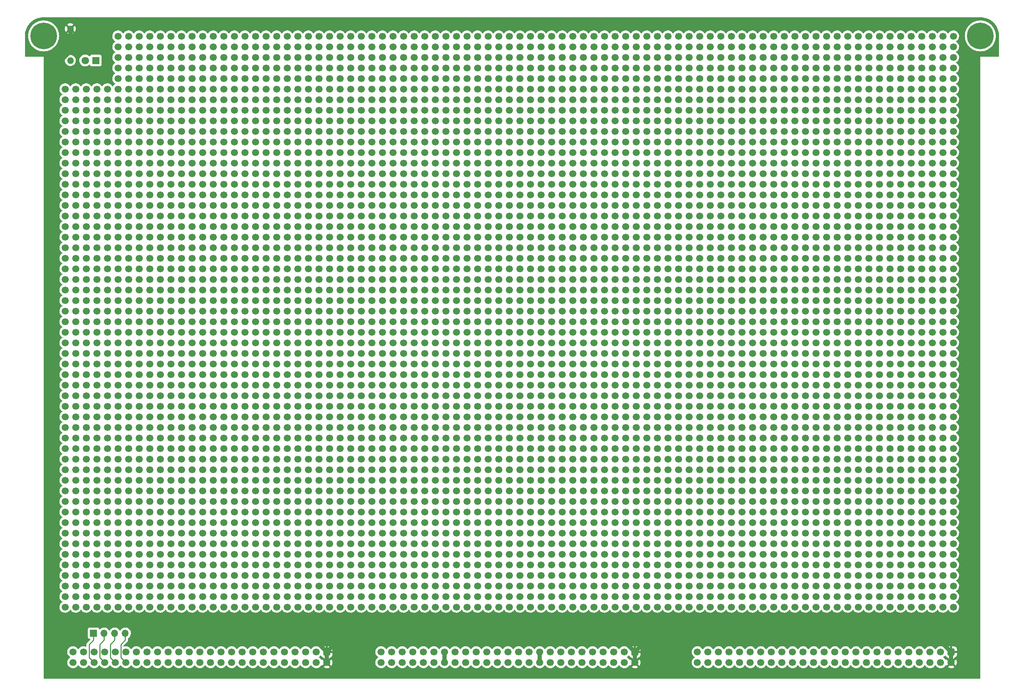
<source format=gbr>
%TF.GenerationSoftware,KiCad,Pcbnew,(6.0.11)*%
%TF.CreationDate,2023-09-03T08:35:33-04:00*%
%TF.ProjectId,template.prototyping,74656d70-6c61-4746-952e-70726f746f74,rev?*%
%TF.SameCoordinates,Original*%
%TF.FileFunction,Copper,L2,Bot*%
%TF.FilePolarity,Positive*%
%FSLAX46Y46*%
G04 Gerber Fmt 4.6, Leading zero omitted, Abs format (unit mm)*
G04 Created by KiCad (PCBNEW (6.0.11)) date 2023-09-03 08:35:33*
%MOMM*%
%LPD*%
G01*
G04 APERTURE LIST*
G04 Aperture macros list*
%AMRoundRect*
0 Rectangle with rounded corners*
0 $1 Rounding radius*
0 $2 $3 $4 $5 $6 $7 $8 $9 X,Y pos of 4 corners*
0 Add a 4 corners polygon primitive as box body*
4,1,4,$2,$3,$4,$5,$6,$7,$8,$9,$2,$3,0*
0 Add four circle primitives for the rounded corners*
1,1,$1+$1,$2,$3*
1,1,$1+$1,$4,$5*
1,1,$1+$1,$6,$7*
1,1,$1+$1,$8,$9*
0 Add four rect primitives between the rounded corners*
20,1,$1+$1,$2,$3,$4,$5,0*
20,1,$1+$1,$4,$5,$6,$7,0*
20,1,$1+$1,$6,$7,$8,$9,0*
20,1,$1+$1,$8,$9,$2,$3,0*%
G04 Aperture macros list end*
%TA.AperFunction,ComponentPad*%
%ADD10RoundRect,0.250000X-0.600000X0.600000X-0.600000X-0.600000X0.600000X-0.600000X0.600000X0.600000X0*%
%TD*%
%TA.AperFunction,ComponentPad*%
%ADD11C,1.700000*%
%TD*%
%TA.AperFunction,ComponentPad*%
%ADD12C,6.400000*%
%TD*%
%TA.AperFunction,ComponentPad*%
%ADD13R,1.800000X1.800000*%
%TD*%
%TA.AperFunction,ComponentPad*%
%ADD14C,1.800000*%
%TD*%
%TA.AperFunction,ComponentPad*%
%ADD15C,1.600000*%
%TD*%
%TA.AperFunction,ComponentPad*%
%ADD16O,1.600000X1.600000*%
%TD*%
%TA.AperFunction,ComponentPad*%
%ADD17R,1.700000X1.700000*%
%TD*%
%TA.AperFunction,ComponentPad*%
%ADD18O,1.700000X1.700000*%
%TD*%
%TA.AperFunction,Conductor*%
%ADD19C,1.000000*%
%TD*%
%TA.AperFunction,Conductor*%
%ADD20C,0.250000*%
%TD*%
G04 APERTURE END LIST*
D10*
%TO.P,P1,1,Pin_1*%
%TO.N,VCC*%
X108000000Y-223000000D03*
D11*
%TO.P,P1,2,Pin_2*%
X108000000Y-225540000D03*
%TO.P,P1,3,Pin_3*%
%TO.N,/bus/~{RD}*%
X105460000Y-223000000D03*
%TO.P,P1,4,Pin_4*%
%TO.N,/bus/E*%
X105460000Y-225540000D03*
%TO.P,P1,5,Pin_5*%
%TO.N,/bus/~{WR}*%
X102920000Y-223000000D03*
%TO.P,P1,6,Pin_6*%
%TO.N,/bus/ST*%
X102920000Y-225540000D03*
%TO.P,P1,7,Pin_7*%
%TO.N,/bus/~{IORQ}*%
X100380000Y-223000000D03*
%TO.P,P1,8,Pin_8*%
%TO.N,/bus/PHI*%
X100380000Y-225540000D03*
%TO.P,P1,9,Pin_9*%
%TO.N,/bus/~{MREQ}*%
X97840000Y-223000000D03*
%TO.P,P1,10,Pin_10*%
%TO.N,/bus/~{INT2}*%
X97840000Y-225540000D03*
%TO.P,P1,11,Pin_11*%
%TO.N,/bus/~{M1}*%
X95300000Y-223000000D03*
%TO.P,P1,12,Pin_12*%
%TO.N,/bus/~{INT1}*%
X95300000Y-225540000D03*
%TO.P,P1,13,Pin_13*%
%TO.N,/bus/~{BUSACK}*%
X92760000Y-223000000D03*
%TO.P,P1,14,Pin_14*%
%TO.N,/bus/CRUCLK*%
X92760000Y-225540000D03*
%TO.P,P1,15,Pin_15*%
%TO.N,/bus/CLK*%
X90220000Y-223000000D03*
%TO.P,P1,16,Pin_16*%
%TO.N,/bus/CRUOUT*%
X90220000Y-225540000D03*
%TO.P,P1,17,Pin_17*%
%TO.N,/bus/~{INT0}*%
X87680000Y-223000000D03*
%TO.P,P1,18,Pin_18*%
%TO.N,/bus/CRUIN*%
X87680000Y-225540000D03*
%TO.P,P1,19,Pin_19*%
%TO.N,/bus/~{NMI}*%
X85140000Y-223000000D03*
%TO.P,P1,20,Pin_20*%
%TO.N,/bus/~{RES_IN}*%
X85140000Y-225540000D03*
%TO.P,P1,21,Pin_21*%
%TO.N,/bus/~{RES_OUT}*%
X82600000Y-223000000D03*
%TO.P,P1,22,Pin_22*%
%TO.N,/bus/USER8*%
X82600000Y-225540000D03*
%TO.P,P1,23,Pin_23*%
%TO.N,/bus/~{BUSRQ}*%
X80060000Y-223000000D03*
%TO.P,P1,24,Pin_24*%
%TO.N,/bus/USER7*%
X80060000Y-225540000D03*
%TO.P,P1,25,Pin_25*%
%TO.N,/bus/~{WAIT}*%
X77520000Y-223000000D03*
%TO.P,P1,26,Pin_26*%
%TO.N,/bus/USER6*%
X77520000Y-225540000D03*
%TO.P,P1,27,Pin_27*%
%TO.N,/bus/~{HALT}*%
X74980000Y-223000000D03*
%TO.P,P1,28,Pin_28*%
%TO.N,/bus/USER5*%
X74980000Y-225540000D03*
%TO.P,P1,29,Pin_29*%
%TO.N,/bus/~{RFSH}*%
X72440000Y-223000000D03*
%TO.P,P1,30,Pin_30*%
%TO.N,/bus/USER4*%
X72440000Y-225540000D03*
%TO.P,P1,31,Pin_31*%
%TO.N,/bus/~{EIRQ7}*%
X69900000Y-223000000D03*
%TO.P,P1,32,Pin_32*%
%TO.N,/bus/USER3*%
X69900000Y-225540000D03*
%TO.P,P1,33,Pin_33*%
%TO.N,/bus/~{EIRQ6}*%
X67360000Y-223000000D03*
%TO.P,P1,34,Pin_34*%
%TO.N,/bus/USER2*%
X67360000Y-225540000D03*
%TO.P,P1,35,Pin_35*%
%TO.N,/bus/~{EIRQ5}*%
X64820000Y-223000000D03*
%TO.P,P1,36,Pin_36*%
%TO.N,/bus/USER1*%
X64820000Y-225540000D03*
%TO.P,P1,37,Pin_37*%
%TO.N,/bus/~{EIRQ4}*%
X62280000Y-223000000D03*
%TO.P,P1,38,Pin_38*%
%TO.N,/bus/USER0*%
X62280000Y-225540000D03*
%TO.P,P1,39,Pin_39*%
%TO.N,/bus/~{EIRQ3}*%
X59740000Y-223000000D03*
%TO.P,P1,40,Pin_40*%
%TO.N,~{BAI}*%
X59740000Y-225540000D03*
%TO.P,P1,41,Pin_41*%
%TO.N,/bus/~{EIRQ2}*%
X57200000Y-223000000D03*
%TO.P,P1,42,Pin_42*%
%TO.N,~{BAO}*%
X57200000Y-225540000D03*
%TO.P,P1,43,Pin_43*%
%TO.N,/bus/~{EIRQ1}*%
X54660000Y-223000000D03*
%TO.P,P1,44,Pin_44*%
%TO.N,~{IEI}*%
X54660000Y-225540000D03*
%TO.P,P1,45,Pin_45*%
%TO.N,/bus/~{EIRQ0}*%
X52120000Y-223000000D03*
%TO.P,P1,46,Pin_46*%
%TO.N,~{IEO}*%
X52120000Y-225540000D03*
%TO.P,P1,47,Pin_47*%
%TO.N,/bus/I2C_SCL*%
X49580000Y-223000000D03*
%TO.P,P1,48,Pin_48*%
%TO.N,/bus/I2C_SDA*%
X49580000Y-225540000D03*
%TO.P,P1,49,Pin_49*%
%TO.N,GND*%
X47040000Y-223000000D03*
%TO.P,P1,50,Pin_50*%
X47040000Y-225540000D03*
%TD*%
D10*
%TO.P,P2,1,Pin_1*%
%TO.N,VCC*%
X182000000Y-223000000D03*
D11*
%TO.P,P2,2,Pin_2*%
X182000000Y-225540000D03*
%TO.P,P2,3,Pin_3*%
%TO.N,/bus/A15*%
X179460000Y-223000000D03*
%TO.P,P2,4,Pin_4*%
%TO.N,/bus/A31*%
X179460000Y-225540000D03*
%TO.P,P2,5,Pin_5*%
%TO.N,/bus/A14*%
X176920000Y-223000000D03*
%TO.P,P2,6,Pin_6*%
%TO.N,/bus/A30*%
X176920000Y-225540000D03*
%TO.P,P2,7,Pin_7*%
%TO.N,/bus/A13*%
X174380000Y-223000000D03*
%TO.P,P2,8,Pin_8*%
%TO.N,/bus/A29*%
X174380000Y-225540000D03*
%TO.P,P2,9,Pin_9*%
%TO.N,/bus/A12*%
X171840000Y-223000000D03*
%TO.P,P2,10,Pin_10*%
%TO.N,/bus/A28*%
X171840000Y-225540000D03*
%TO.P,P2,11,Pin_11*%
%TO.N,/bus/A11*%
X169300000Y-223000000D03*
%TO.P,P2,12,Pin_12*%
%TO.N,/bus/A27*%
X169300000Y-225540000D03*
%TO.P,P2,13,Pin_13*%
%TO.N,/bus/A10*%
X166760000Y-223000000D03*
%TO.P,P2,14,Pin_14*%
%TO.N,/bus/A26*%
X166760000Y-225540000D03*
%TO.P,P2,15,Pin_15*%
%TO.N,/bus/A9*%
X164220000Y-223000000D03*
%TO.P,P2,16,Pin_16*%
%TO.N,/bus/A25*%
X164220000Y-225540000D03*
%TO.P,P2,17,Pin_17*%
%TO.N,/bus/A8*%
X161680000Y-223000000D03*
%TO.P,P2,18,Pin_18*%
%TO.N,/bus/A24*%
X161680000Y-225540000D03*
%TO.P,P2,19,Pin_19*%
%TO.N,+12V*%
X159140000Y-223000000D03*
%TO.P,P2,20,Pin_20*%
X159140000Y-225540000D03*
%TO.P,P2,21,Pin_21*%
%TO.N,/bus/A7*%
X156600000Y-223000000D03*
%TO.P,P2,22,Pin_22*%
%TO.N,/bus/A23*%
X156600000Y-225540000D03*
%TO.P,P2,23,Pin_23*%
%TO.N,/bus/A6*%
X154060000Y-223000000D03*
%TO.P,P2,24,Pin_24*%
%TO.N,/bus/A22*%
X154060000Y-225540000D03*
%TO.P,P2,25,Pin_25*%
%TO.N,/bus/A5*%
X151520000Y-223000000D03*
%TO.P,P2,26,Pin_26*%
%TO.N,/bus/A21*%
X151520000Y-225540000D03*
%TO.P,P2,27,Pin_27*%
%TO.N,/bus/A4*%
X148980000Y-223000000D03*
%TO.P,P2,28,Pin_28*%
%TO.N,/bus/A20*%
X148980000Y-225540000D03*
%TO.P,P2,29,Pin_29*%
%TO.N,/bus/A3*%
X146440000Y-223000000D03*
%TO.P,P2,30,Pin_30*%
%TO.N,/bus/A19*%
X146440000Y-225540000D03*
%TO.P,P2,31,Pin_31*%
%TO.N,/bus/A2*%
X143900000Y-223000000D03*
%TO.P,P2,32,Pin_32*%
%TO.N,/bus/A18*%
X143900000Y-225540000D03*
%TO.P,P2,33,Pin_33*%
%TO.N,/bus/A1*%
X141360000Y-223000000D03*
%TO.P,P2,34,Pin_34*%
%TO.N,/bus/A17*%
X141360000Y-225540000D03*
%TO.P,P2,35,Pin_35*%
%TO.N,/bus/A0*%
X138820000Y-223000000D03*
%TO.P,P2,36,Pin_36*%
%TO.N,/bus/A16*%
X138820000Y-225540000D03*
%TO.P,P2,37,Pin_37*%
%TO.N,-12V*%
X136280000Y-223000000D03*
%TO.P,P2,38,Pin_38*%
X136280000Y-225540000D03*
%TO.P,P2,39,Pin_39*%
%TO.N,/bus/IC3*%
X133740000Y-223000000D03*
%TO.P,P2,40,Pin_40*%
%TO.N,/bus/~{TEND1}*%
X133740000Y-225540000D03*
%TO.P,P2,41,Pin_41*%
%TO.N,/bus/IC2*%
X131200000Y-223000000D03*
%TO.P,P2,42,Pin_42*%
%TO.N,/bus/~{DREQ1}*%
X131200000Y-225540000D03*
%TO.P,P2,43,Pin_43*%
%TO.N,/bus/IC1*%
X128660000Y-223000000D03*
%TO.P,P2,44,Pin_44*%
%TO.N,/bus/~{TEND0}*%
X128660000Y-225540000D03*
%TO.P,P2,45,Pin_45*%
%TO.N,/bus/IC0*%
X126120000Y-223000000D03*
%TO.P,P2,46,Pin_46*%
%TO.N,/bus/~{DREQ0}*%
X126120000Y-225540000D03*
%TO.P,P2,47,Pin_47*%
%TO.N,/bus/AUXCLK1*%
X123580000Y-223000000D03*
%TO.P,P2,48,Pin_48*%
%TO.N,/bus/AUXCLK0*%
X123580000Y-225540000D03*
%TO.P,P2,49,Pin_49*%
%TO.N,GND*%
X121040000Y-223000000D03*
%TO.P,P2,50,Pin_50*%
X121040000Y-225540000D03*
%TD*%
D12*
%TO.P,H1,1,1*%
%TO.N,GND*%
X40000000Y-75000000D03*
%TD*%
%TO.P,H2,1,1*%
%TO.N,GND*%
X265000000Y-75000000D03*
%TD*%
D10*
%TO.P,P3,1,Pin_1*%
%TO.N,VCC*%
X258000000Y-223000000D03*
D11*
%TO.P,P3,2,Pin_2*%
X258000000Y-225540000D03*
%TO.P,P3,3,Pin_3*%
%TO.N,/bus/D15*%
X255460000Y-223000000D03*
%TO.P,P3,4,Pin_4*%
%TO.N,/bus/D31*%
X255460000Y-225540000D03*
%TO.P,P3,5,Pin_5*%
%TO.N,/bus/D14*%
X252920000Y-223000000D03*
%TO.P,P3,6,Pin_6*%
%TO.N,/bus/D30*%
X252920000Y-225540000D03*
%TO.P,P3,7,Pin_7*%
%TO.N,/bus/D13*%
X250380000Y-223000000D03*
%TO.P,P3,8,Pin_8*%
%TO.N,/bus/D29*%
X250380000Y-225540000D03*
%TO.P,P3,9,Pin_9*%
%TO.N,/bus/D12*%
X247840000Y-223000000D03*
%TO.P,P3,10,Pin_10*%
%TO.N,/bus/D28*%
X247840000Y-225540000D03*
%TO.P,P3,11,Pin_11*%
%TO.N,/bus/D11*%
X245300000Y-223000000D03*
%TO.P,P3,12,Pin_12*%
%TO.N,/bus/D27*%
X245300000Y-225540000D03*
%TO.P,P3,13,Pin_13*%
%TO.N,/bus/D10*%
X242760000Y-223000000D03*
%TO.P,P3,14,Pin_14*%
%TO.N,/bus/D26*%
X242760000Y-225540000D03*
%TO.P,P3,15,Pin_15*%
%TO.N,/bus/D9*%
X240220000Y-223000000D03*
%TO.P,P3,16,Pin_16*%
%TO.N,/bus/D25*%
X240220000Y-225540000D03*
%TO.P,P3,17,Pin_17*%
%TO.N,/bus/D8*%
X237680000Y-223000000D03*
%TO.P,P3,18,Pin_18*%
%TO.N,/bus/D24*%
X237680000Y-225540000D03*
%TO.P,P3,19,Pin_19*%
%TO.N,/bus/D7*%
X235140000Y-223000000D03*
%TO.P,P3,20,Pin_20*%
%TO.N,/bus/D23*%
X235140000Y-225540000D03*
%TO.P,P3,21,Pin_21*%
%TO.N,/bus/D6*%
X232600000Y-223000000D03*
%TO.P,P3,22,Pin_22*%
%TO.N,/bus/D22*%
X232600000Y-225540000D03*
%TO.P,P3,23,Pin_23*%
%TO.N,/bus/D5*%
X230060000Y-223000000D03*
%TO.P,P3,24,Pin_24*%
%TO.N,/bus/D21*%
X230060000Y-225540000D03*
%TO.P,P3,25,Pin_25*%
%TO.N,/bus/D4*%
X227520000Y-223000000D03*
%TO.P,P3,26,Pin_26*%
%TO.N,/bus/D20*%
X227520000Y-225540000D03*
%TO.P,P3,27,Pin_27*%
%TO.N,/bus/D3*%
X224980000Y-223000000D03*
%TO.P,P3,28,Pin_28*%
%TO.N,/bus/D19*%
X224980000Y-225540000D03*
%TO.P,P3,29,Pin_29*%
%TO.N,/bus/D2*%
X222440000Y-223000000D03*
%TO.P,P3,30,Pin_30*%
%TO.N,/bus/D18*%
X222440000Y-225540000D03*
%TO.P,P3,31,Pin_31*%
%TO.N,/bus/D1*%
X219900000Y-223000000D03*
%TO.P,P3,32,Pin_32*%
%TO.N,/bus/D17*%
X219900000Y-225540000D03*
%TO.P,P3,33,Pin_33*%
%TO.N,/bus/D0*%
X217360000Y-223000000D03*
%TO.P,P3,34,Pin_34*%
%TO.N,/bus/D16*%
X217360000Y-225540000D03*
%TO.P,P3,35,Pin_35*%
%TO.N,/bus/~{BUSERR}*%
X214820000Y-223000000D03*
%TO.P,P3,36,Pin_36*%
%TO.N,/bus/UDS*%
X214820000Y-225540000D03*
%TO.P,P3,37,Pin_37*%
%TO.N,/bus/~{VPA}*%
X212280000Y-223000000D03*
%TO.P,P3,38,Pin_38*%
%TO.N,/bus/LDS*%
X212280000Y-225540000D03*
%TO.P,P3,39,Pin_39*%
%TO.N,/bus/~{VMA}*%
X209740000Y-223000000D03*
%TO.P,P3,40,Pin_40*%
%TO.N,/bus/S2*%
X209740000Y-225540000D03*
%TO.P,P3,41,Pin_41*%
%TO.N,/bus/~{BHE}*%
X207200000Y-223000000D03*
%TO.P,P3,42,Pin_42*%
%TO.N,/bus/S1*%
X207200000Y-225540000D03*
%TO.P,P3,43,Pin_43*%
%TO.N,/bus/IPL2*%
X204660000Y-223000000D03*
%TO.P,P3,44,Pin_44*%
%TO.N,/bus/S0*%
X204660000Y-225540000D03*
%TO.P,P3,45,Pin_45*%
%TO.N,/bus/IPL1*%
X202120000Y-223000000D03*
%TO.P,P3,46,Pin_46*%
%TO.N,/bus/AUXCLK3*%
X202120000Y-225540000D03*
%TO.P,P3,47,Pin_47*%
%TO.N,/bus/IPL0*%
X199580000Y-223000000D03*
%TO.P,P3,48,Pin_48*%
%TO.N,/bus/AUXCLK2*%
X199580000Y-225540000D03*
%TO.P,P3,49,Pin_49*%
%TO.N,GND*%
X197040000Y-223000000D03*
%TO.P,P3,50,Pin_50*%
X197040000Y-225540000D03*
%TD*%
D13*
%TO.P,D1,1,K*%
%TO.N,GND*%
X52526000Y-80902000D03*
D14*
%TO.P,D1,2,A*%
%TO.N,Net-(D1-Pad2)*%
X49986000Y-80902000D03*
%TD*%
D15*
%TO.P,R1,1*%
%TO.N,VCC*%
X46430000Y-73282000D03*
D16*
%TO.P,R1,2*%
%TO.N,Net-(D1-Pad2)*%
X46430000Y-80902000D03*
%TD*%
D17*
%TO.P,P4,1,Pin_1*%
%TO.N,~{IEO}*%
X52000000Y-218500000D03*
D18*
%TO.P,P4,2,Pin_2*%
%TO.N,~{IEI}*%
X54540000Y-218500000D03*
%TO.P,P4,3,Pin_3*%
%TO.N,~{BAO}*%
X57080000Y-218500000D03*
%TO.P,P4,4,Pin_4*%
%TO.N,~{BAI}*%
X59620000Y-218500000D03*
%TD*%
D11*
%TO.P,J11,1,Pin_1*%
%TO.N,unconnected-(J11-Pad1)*%
X57860000Y-75060000D03*
%TO.P,J11,2*%
%TO.N,N/C*%
X60400000Y-75060000D03*
%TO.P,J11,3*%
X62940000Y-75060000D03*
%TO.P,J11,4*%
X65480000Y-75060000D03*
%TO.P,J11,5*%
X68020000Y-75060000D03*
%TO.P,J11,6*%
X57860000Y-77600000D03*
%TO.P,J11,7*%
X60400000Y-77600000D03*
%TO.P,J11,8*%
X62940000Y-77600000D03*
%TO.P,J11,9*%
X65480000Y-77600000D03*
%TO.P,J11,10*%
X68020000Y-77600000D03*
%TO.P,J11,11*%
X57860000Y-80140000D03*
%TO.P,J11,12*%
X60400000Y-80140000D03*
%TO.P,J11,13*%
X62940000Y-80140000D03*
%TO.P,J11,14*%
X65480000Y-80140000D03*
%TO.P,J11,15*%
X68020000Y-80140000D03*
%TO.P,J11,16*%
X57860000Y-82680000D03*
%TO.P,J11,17*%
X60400000Y-82680000D03*
%TO.P,J11,18*%
X62940000Y-82680000D03*
%TO.P,J11,19*%
X65480000Y-82680000D03*
%TO.P,J11,20*%
X68020000Y-82680000D03*
%TO.P,J11,21*%
X57860000Y-85220000D03*
%TO.P,J11,22*%
X60400000Y-85220000D03*
%TO.P,J11,23*%
X62940000Y-85220000D03*
%TO.P,J11,24*%
X65480000Y-85220000D03*
%TO.P,J11,25*%
X68020000Y-85220000D03*
%TD*%
%TO.P,J12,1,Pin_1*%
%TO.N,unconnected-(J12-Pad1)*%
X57860000Y-87760000D03*
%TO.P,J12,2*%
%TO.N,N/C*%
X60400000Y-87760000D03*
%TO.P,J12,3*%
X62940000Y-87760000D03*
%TO.P,J12,4*%
X65480000Y-87760000D03*
%TO.P,J12,5*%
X68020000Y-87760000D03*
%TO.P,J12,6*%
X57860000Y-90300000D03*
%TO.P,J12,7*%
X60400000Y-90300000D03*
%TO.P,J12,8*%
X62940000Y-90300000D03*
%TO.P,J12,9*%
X65480000Y-90300000D03*
%TO.P,J12,10*%
X68020000Y-90300000D03*
%TO.P,J12,11*%
X57860000Y-92840000D03*
%TO.P,J12,12*%
X60400000Y-92840000D03*
%TO.P,J12,13*%
X62940000Y-92840000D03*
%TO.P,J12,14*%
X65480000Y-92840000D03*
%TO.P,J12,15*%
X68020000Y-92840000D03*
%TO.P,J12,16*%
X57860000Y-95380000D03*
%TO.P,J12,17*%
X60400000Y-95380000D03*
%TO.P,J12,18*%
X62940000Y-95380000D03*
%TO.P,J12,19*%
X65480000Y-95380000D03*
%TO.P,J12,20*%
X68020000Y-95380000D03*
%TO.P,J12,21*%
X57860000Y-97920000D03*
%TO.P,J12,22*%
X60400000Y-97920000D03*
%TO.P,J12,23*%
X62940000Y-97920000D03*
%TO.P,J12,24*%
X65480000Y-97920000D03*
%TO.P,J12,25*%
X68020000Y-97920000D03*
%TD*%
%TO.P,J13,1,Pin_1*%
%TO.N,unconnected-(J13-Pad1)*%
X57860000Y-100460000D03*
%TO.P,J13,2*%
%TO.N,N/C*%
X60400000Y-100460000D03*
%TO.P,J13,3*%
X62940000Y-100460000D03*
%TO.P,J13,4*%
X65480000Y-100460000D03*
%TO.P,J13,5*%
X68020000Y-100460000D03*
%TO.P,J13,6*%
X57860000Y-103000000D03*
%TO.P,J13,7*%
X60400000Y-103000000D03*
%TO.P,J13,8*%
X62940000Y-103000000D03*
%TO.P,J13,9*%
X65480000Y-103000000D03*
%TO.P,J13,10*%
X68020000Y-103000000D03*
%TO.P,J13,11*%
X57860000Y-105540000D03*
%TO.P,J13,12*%
X60400000Y-105540000D03*
%TO.P,J13,13*%
X62940000Y-105540000D03*
%TO.P,J13,14*%
X65480000Y-105540000D03*
%TO.P,J13,15*%
X68020000Y-105540000D03*
%TO.P,J13,16*%
X57860000Y-108080000D03*
%TO.P,J13,17*%
X60400000Y-108080000D03*
%TO.P,J13,18*%
X62940000Y-108080000D03*
%TO.P,J13,19*%
X65480000Y-108080000D03*
%TO.P,J13,20*%
X68020000Y-108080000D03*
%TO.P,J13,21*%
X57860000Y-110620000D03*
%TO.P,J13,22*%
X60400000Y-110620000D03*
%TO.P,J13,23*%
X62940000Y-110620000D03*
%TO.P,J13,24*%
X65480000Y-110620000D03*
%TO.P,J13,25*%
X68020000Y-110620000D03*
%TD*%
%TO.P,J14,1,Pin_1*%
%TO.N,unconnected-(J14-Pad1)*%
X57860000Y-113160000D03*
%TO.P,J14,2*%
%TO.N,N/C*%
X60400000Y-113160000D03*
%TO.P,J14,3*%
X62940000Y-113160000D03*
%TO.P,J14,4*%
X65480000Y-113160000D03*
%TO.P,J14,5*%
X68020000Y-113160000D03*
%TO.P,J14,6*%
X57860000Y-115700000D03*
%TO.P,J14,7*%
X60400000Y-115700000D03*
%TO.P,J14,8*%
X62940000Y-115700000D03*
%TO.P,J14,9*%
X65480000Y-115700000D03*
%TO.P,J14,10*%
X68020000Y-115700000D03*
%TO.P,J14,11*%
X57860000Y-118240000D03*
%TO.P,J14,12*%
X60400000Y-118240000D03*
%TO.P,J14,13*%
X62940000Y-118240000D03*
%TO.P,J14,14*%
X65480000Y-118240000D03*
%TO.P,J14,15*%
X68020000Y-118240000D03*
%TO.P,J14,16*%
X57860000Y-120780000D03*
%TO.P,J14,17*%
X60400000Y-120780000D03*
%TO.P,J14,18*%
X62940000Y-120780000D03*
%TO.P,J14,19*%
X65480000Y-120780000D03*
%TO.P,J14,20*%
X68020000Y-120780000D03*
%TO.P,J14,21*%
X57860000Y-123320000D03*
%TO.P,J14,22*%
X60400000Y-123320000D03*
%TO.P,J14,23*%
X62940000Y-123320000D03*
%TO.P,J14,24*%
X65480000Y-123320000D03*
%TO.P,J14,25*%
X68020000Y-123320000D03*
%TD*%
%TO.P,J15,1,Pin_1*%
%TO.N,unconnected-(J15-Pad1)*%
X57860000Y-125860000D03*
%TO.P,J15,2*%
%TO.N,N/C*%
X60400000Y-125860000D03*
%TO.P,J15,3*%
X62940000Y-125860000D03*
%TO.P,J15,4*%
X65480000Y-125860000D03*
%TO.P,J15,5*%
X68020000Y-125860000D03*
%TO.P,J15,6*%
X57860000Y-128400000D03*
%TO.P,J15,7*%
X60400000Y-128400000D03*
%TO.P,J15,8*%
X62940000Y-128400000D03*
%TO.P,J15,9*%
X65480000Y-128400000D03*
%TO.P,J15,10*%
X68020000Y-128400000D03*
%TO.P,J15,11*%
X57860000Y-130940000D03*
%TO.P,J15,12*%
X60400000Y-130940000D03*
%TO.P,J15,13*%
X62940000Y-130940000D03*
%TO.P,J15,14*%
X65480000Y-130940000D03*
%TO.P,J15,15*%
X68020000Y-130940000D03*
%TO.P,J15,16*%
X57860000Y-133480000D03*
%TO.P,J15,17*%
X60400000Y-133480000D03*
%TO.P,J15,18*%
X62940000Y-133480000D03*
%TO.P,J15,19*%
X65480000Y-133480000D03*
%TO.P,J15,20*%
X68020000Y-133480000D03*
%TO.P,J15,21*%
X57860000Y-136020000D03*
%TO.P,J15,22*%
X60400000Y-136020000D03*
%TO.P,J15,23*%
X62940000Y-136020000D03*
%TO.P,J15,24*%
X65480000Y-136020000D03*
%TO.P,J15,25*%
X68020000Y-136020000D03*
%TD*%
%TO.P,J16,1,Pin_1*%
%TO.N,unconnected-(J16-Pad1)*%
X57860000Y-138560000D03*
%TO.P,J16,2*%
%TO.N,N/C*%
X60400000Y-138560000D03*
%TO.P,J16,3*%
X62940000Y-138560000D03*
%TO.P,J16,4*%
X65480000Y-138560000D03*
%TO.P,J16,5*%
X68020000Y-138560000D03*
%TO.P,J16,6*%
X57860000Y-141100000D03*
%TO.P,J16,7*%
X60400000Y-141100000D03*
%TO.P,J16,8*%
X62940000Y-141100000D03*
%TO.P,J16,9*%
X65480000Y-141100000D03*
%TO.P,J16,10*%
X68020000Y-141100000D03*
%TO.P,J16,11*%
X57860000Y-143640000D03*
%TO.P,J16,12*%
X60400000Y-143640000D03*
%TO.P,J16,13*%
X62940000Y-143640000D03*
%TO.P,J16,14*%
X65480000Y-143640000D03*
%TO.P,J16,15*%
X68020000Y-143640000D03*
%TO.P,J16,16*%
X57860000Y-146180000D03*
%TO.P,J16,17*%
X60400000Y-146180000D03*
%TO.P,J16,18*%
X62940000Y-146180000D03*
%TO.P,J16,19*%
X65480000Y-146180000D03*
%TO.P,J16,20*%
X68020000Y-146180000D03*
%TO.P,J16,21*%
X57860000Y-148720000D03*
%TO.P,J16,22*%
X60400000Y-148720000D03*
%TO.P,J16,23*%
X62940000Y-148720000D03*
%TO.P,J16,24*%
X65480000Y-148720000D03*
%TO.P,J16,25*%
X68020000Y-148720000D03*
%TD*%
%TO.P,J17,1,Pin_1*%
%TO.N,unconnected-(J17-Pad1)*%
X57860000Y-151260000D03*
%TO.P,J17,2*%
%TO.N,N/C*%
X60400000Y-151260000D03*
%TO.P,J17,3*%
X62940000Y-151260000D03*
%TO.P,J17,4*%
X65480000Y-151260000D03*
%TO.P,J17,5*%
X68020000Y-151260000D03*
%TO.P,J17,6*%
X57860000Y-153800000D03*
%TO.P,J17,7*%
X60400000Y-153800000D03*
%TO.P,J17,8*%
X62940000Y-153800000D03*
%TO.P,J17,9*%
X65480000Y-153800000D03*
%TO.P,J17,10*%
X68020000Y-153800000D03*
%TO.P,J17,11*%
X57860000Y-156340000D03*
%TO.P,J17,12*%
X60400000Y-156340000D03*
%TO.P,J17,13*%
X62940000Y-156340000D03*
%TO.P,J17,14*%
X65480000Y-156340000D03*
%TO.P,J17,15*%
X68020000Y-156340000D03*
%TO.P,J17,16*%
X57860000Y-158880000D03*
%TO.P,J17,17*%
X60400000Y-158880000D03*
%TO.P,J17,18*%
X62940000Y-158880000D03*
%TO.P,J17,19*%
X65480000Y-158880000D03*
%TO.P,J17,20*%
X68020000Y-158880000D03*
%TO.P,J17,21*%
X57860000Y-161420000D03*
%TO.P,J17,22*%
X60400000Y-161420000D03*
%TO.P,J17,23*%
X62940000Y-161420000D03*
%TO.P,J17,24*%
X65480000Y-161420000D03*
%TO.P,J17,25*%
X68020000Y-161420000D03*
%TD*%
%TO.P,J18,1,Pin_1*%
%TO.N,unconnected-(J18-Pad1)*%
X57860000Y-163960000D03*
%TO.P,J18,2*%
%TO.N,N/C*%
X60400000Y-163960000D03*
%TO.P,J18,3*%
X62940000Y-163960000D03*
%TO.P,J18,4*%
X65480000Y-163960000D03*
%TO.P,J18,5*%
X68020000Y-163960000D03*
%TO.P,J18,6*%
X57860000Y-166500000D03*
%TO.P,J18,7*%
X60400000Y-166500000D03*
%TO.P,J18,8*%
X62940000Y-166500000D03*
%TO.P,J18,9*%
X65480000Y-166500000D03*
%TO.P,J18,10*%
X68020000Y-166500000D03*
%TO.P,J18,11*%
X57860000Y-169040000D03*
%TO.P,J18,12*%
X60400000Y-169040000D03*
%TO.P,J18,13*%
X62940000Y-169040000D03*
%TO.P,J18,14*%
X65480000Y-169040000D03*
%TO.P,J18,15*%
X68020000Y-169040000D03*
%TO.P,J18,16*%
X57860000Y-171580000D03*
%TO.P,J18,17*%
X60400000Y-171580000D03*
%TO.P,J18,18*%
X62940000Y-171580000D03*
%TO.P,J18,19*%
X65480000Y-171580000D03*
%TO.P,J18,20*%
X68020000Y-171580000D03*
%TO.P,J18,21*%
X57860000Y-174120000D03*
%TO.P,J18,22*%
X60400000Y-174120000D03*
%TO.P,J18,23*%
X62940000Y-174120000D03*
%TO.P,J18,24*%
X65480000Y-174120000D03*
%TO.P,J18,25*%
X68020000Y-174120000D03*
%TD*%
%TO.P,J19,1,Pin_1*%
%TO.N,unconnected-(J19-Pad1)*%
X57860000Y-176660000D03*
%TO.P,J19,2*%
%TO.N,N/C*%
X60400000Y-176660000D03*
%TO.P,J19,3*%
X62940000Y-176660000D03*
%TO.P,J19,4*%
X65480000Y-176660000D03*
%TO.P,J19,5*%
X68020000Y-176660000D03*
%TO.P,J19,6*%
X57860000Y-179200000D03*
%TO.P,J19,7*%
X60400000Y-179200000D03*
%TO.P,J19,8*%
X62940000Y-179200000D03*
%TO.P,J19,9*%
X65480000Y-179200000D03*
%TO.P,J19,10*%
X68020000Y-179200000D03*
%TO.P,J19,11*%
X57860000Y-181740000D03*
%TO.P,J19,12*%
X60400000Y-181740000D03*
%TO.P,J19,13*%
X62940000Y-181740000D03*
%TO.P,J19,14*%
X65480000Y-181740000D03*
%TO.P,J19,15*%
X68020000Y-181740000D03*
%TO.P,J19,16*%
X57860000Y-184280000D03*
%TO.P,J19,17*%
X60400000Y-184280000D03*
%TO.P,J19,18*%
X62940000Y-184280000D03*
%TO.P,J19,19*%
X65480000Y-184280000D03*
%TO.P,J19,20*%
X68020000Y-184280000D03*
%TO.P,J19,21*%
X57860000Y-186820000D03*
%TO.P,J19,22*%
X60400000Y-186820000D03*
%TO.P,J19,23*%
X62940000Y-186820000D03*
%TO.P,J19,24*%
X65480000Y-186820000D03*
%TO.P,J19,25*%
X68020000Y-186820000D03*
%TD*%
%TO.P,J20,1,Pin_1*%
%TO.N,unconnected-(J20-Pad1)*%
X57860000Y-189360000D03*
%TO.P,J20,2*%
%TO.N,N/C*%
X60400000Y-189360000D03*
%TO.P,J20,3*%
X62940000Y-189360000D03*
%TO.P,J20,4*%
X65480000Y-189360000D03*
%TO.P,J20,5*%
X68020000Y-189360000D03*
%TO.P,J20,6*%
X57860000Y-191900000D03*
%TO.P,J20,7*%
X60400000Y-191900000D03*
%TO.P,J20,8*%
X62940000Y-191900000D03*
%TO.P,J20,9*%
X65480000Y-191900000D03*
%TO.P,J20,10*%
X68020000Y-191900000D03*
%TO.P,J20,11*%
X57860000Y-194440000D03*
%TO.P,J20,12*%
X60400000Y-194440000D03*
%TO.P,J20,13*%
X62940000Y-194440000D03*
%TO.P,J20,14*%
X65480000Y-194440000D03*
%TO.P,J20,15*%
X68020000Y-194440000D03*
%TO.P,J20,16*%
X57860000Y-196980000D03*
%TO.P,J20,17*%
X60400000Y-196980000D03*
%TO.P,J20,18*%
X62940000Y-196980000D03*
%TO.P,J20,19*%
X65480000Y-196980000D03*
%TO.P,J20,20*%
X68020000Y-196980000D03*
%TO.P,J20,21*%
X57860000Y-199520000D03*
%TO.P,J20,22*%
X60400000Y-199520000D03*
%TO.P,J20,23*%
X62940000Y-199520000D03*
%TO.P,J20,24*%
X65480000Y-199520000D03*
%TO.P,J20,25*%
X68020000Y-199520000D03*
%TD*%
%TO.P,J21,1,Pin_1*%
%TO.N,unconnected-(J21-Pad1)*%
X57860000Y-202060000D03*
%TO.P,J21,2*%
%TO.N,N/C*%
X60400000Y-202060000D03*
%TO.P,J21,3*%
X62940000Y-202060000D03*
%TO.P,J21,4*%
X65480000Y-202060000D03*
%TO.P,J21,5*%
X68020000Y-202060000D03*
%TO.P,J21,6*%
X57860000Y-204600000D03*
%TO.P,J21,7*%
X60400000Y-204600000D03*
%TO.P,J21,8*%
X62940000Y-204600000D03*
%TO.P,J21,9*%
X65480000Y-204600000D03*
%TO.P,J21,10*%
X68020000Y-204600000D03*
%TO.P,J21,11*%
X57860000Y-207140000D03*
%TO.P,J21,12*%
X60400000Y-207140000D03*
%TO.P,J21,13*%
X62940000Y-207140000D03*
%TO.P,J21,14*%
X65480000Y-207140000D03*
%TO.P,J21,15*%
X68020000Y-207140000D03*
%TO.P,J21,16*%
X57860000Y-209680000D03*
%TO.P,J21,17*%
X60400000Y-209680000D03*
%TO.P,J21,18*%
X62940000Y-209680000D03*
%TO.P,J21,19*%
X65480000Y-209680000D03*
%TO.P,J21,20*%
X68020000Y-209680000D03*
%TO.P,J21,21*%
X57860000Y-212220000D03*
%TO.P,J21,22*%
X60400000Y-212220000D03*
%TO.P,J21,23*%
X62940000Y-212220000D03*
%TO.P,J21,24*%
X65480000Y-212220000D03*
%TO.P,J21,25*%
X68020000Y-212220000D03*
%TD*%
%TO.P,J22,1,Pin_1*%
%TO.N,unconnected-(J22-Pad1)*%
X70560000Y-75060000D03*
%TO.P,J22,2*%
%TO.N,N/C*%
X73100000Y-75060000D03*
%TO.P,J22,3*%
X75640000Y-75060000D03*
%TO.P,J22,4*%
X78180000Y-75060000D03*
%TO.P,J22,5*%
X80720000Y-75060000D03*
%TO.P,J22,6*%
X70560000Y-77600000D03*
%TO.P,J22,7*%
X73100000Y-77600000D03*
%TO.P,J22,8*%
X75640000Y-77600000D03*
%TO.P,J22,9*%
X78180000Y-77600000D03*
%TO.P,J22,10*%
X80720000Y-77600000D03*
%TO.P,J22,11*%
X70560000Y-80140000D03*
%TO.P,J22,12*%
X73100000Y-80140000D03*
%TO.P,J22,13*%
X75640000Y-80140000D03*
%TO.P,J22,14*%
X78180000Y-80140000D03*
%TO.P,J22,15*%
X80720000Y-80140000D03*
%TO.P,J22,16*%
X70560000Y-82680000D03*
%TO.P,J22,17*%
X73100000Y-82680000D03*
%TO.P,J22,18*%
X75640000Y-82680000D03*
%TO.P,J22,19*%
X78180000Y-82680000D03*
%TO.P,J22,20*%
X80720000Y-82680000D03*
%TO.P,J22,21*%
X70560000Y-85220000D03*
%TO.P,J22,22*%
X73100000Y-85220000D03*
%TO.P,J22,23*%
X75640000Y-85220000D03*
%TO.P,J22,24*%
X78180000Y-85220000D03*
%TO.P,J22,25*%
X80720000Y-85220000D03*
%TD*%
%TO.P,J23,1,Pin_1*%
%TO.N,unconnected-(J23-Pad1)*%
X70560000Y-87760000D03*
%TO.P,J23,2*%
%TO.N,N/C*%
X73100000Y-87760000D03*
%TO.P,J23,3*%
X75640000Y-87760000D03*
%TO.P,J23,4*%
X78180000Y-87760000D03*
%TO.P,J23,5*%
X80720000Y-87760000D03*
%TO.P,J23,6*%
X70560000Y-90300000D03*
%TO.P,J23,7*%
X73100000Y-90300000D03*
%TO.P,J23,8*%
X75640000Y-90300000D03*
%TO.P,J23,9*%
X78180000Y-90300000D03*
%TO.P,J23,10*%
X80720000Y-90300000D03*
%TO.P,J23,11*%
X70560000Y-92840000D03*
%TO.P,J23,12*%
X73100000Y-92840000D03*
%TO.P,J23,13*%
X75640000Y-92840000D03*
%TO.P,J23,14*%
X78180000Y-92840000D03*
%TO.P,J23,15*%
X80720000Y-92840000D03*
%TO.P,J23,16*%
X70560000Y-95380000D03*
%TO.P,J23,17*%
X73100000Y-95380000D03*
%TO.P,J23,18*%
X75640000Y-95380000D03*
%TO.P,J23,19*%
X78180000Y-95380000D03*
%TO.P,J23,20*%
X80720000Y-95380000D03*
%TO.P,J23,21*%
X70560000Y-97920000D03*
%TO.P,J23,22*%
X73100000Y-97920000D03*
%TO.P,J23,23*%
X75640000Y-97920000D03*
%TO.P,J23,24*%
X78180000Y-97920000D03*
%TO.P,J23,25*%
X80720000Y-97920000D03*
%TD*%
%TO.P,J24,1,Pin_1*%
%TO.N,unconnected-(J24-Pad1)*%
X70560000Y-100460000D03*
%TO.P,J24,2*%
%TO.N,N/C*%
X73100000Y-100460000D03*
%TO.P,J24,3*%
X75640000Y-100460000D03*
%TO.P,J24,4*%
X78180000Y-100460000D03*
%TO.P,J24,5*%
X80720000Y-100460000D03*
%TO.P,J24,6*%
X70560000Y-103000000D03*
%TO.P,J24,7*%
X73100000Y-103000000D03*
%TO.P,J24,8*%
X75640000Y-103000000D03*
%TO.P,J24,9*%
X78180000Y-103000000D03*
%TO.P,J24,10*%
X80720000Y-103000000D03*
%TO.P,J24,11*%
X70560000Y-105540000D03*
%TO.P,J24,12*%
X73100000Y-105540000D03*
%TO.P,J24,13*%
X75640000Y-105540000D03*
%TO.P,J24,14*%
X78180000Y-105540000D03*
%TO.P,J24,15*%
X80720000Y-105540000D03*
%TO.P,J24,16*%
X70560000Y-108080000D03*
%TO.P,J24,17*%
X73100000Y-108080000D03*
%TO.P,J24,18*%
X75640000Y-108080000D03*
%TO.P,J24,19*%
X78180000Y-108080000D03*
%TO.P,J24,20*%
X80720000Y-108080000D03*
%TO.P,J24,21*%
X70560000Y-110620000D03*
%TO.P,J24,22*%
X73100000Y-110620000D03*
%TO.P,J24,23*%
X75640000Y-110620000D03*
%TO.P,J24,24*%
X78180000Y-110620000D03*
%TO.P,J24,25*%
X80720000Y-110620000D03*
%TD*%
%TO.P,J25,1,Pin_1*%
%TO.N,unconnected-(J25-Pad1)*%
X70560000Y-113160000D03*
%TO.P,J25,2*%
%TO.N,N/C*%
X73100000Y-113160000D03*
%TO.P,J25,3*%
X75640000Y-113160000D03*
%TO.P,J25,4*%
X78180000Y-113160000D03*
%TO.P,J25,5*%
X80720000Y-113160000D03*
%TO.P,J25,6*%
X70560000Y-115700000D03*
%TO.P,J25,7*%
X73100000Y-115700000D03*
%TO.P,J25,8*%
X75640000Y-115700000D03*
%TO.P,J25,9*%
X78180000Y-115700000D03*
%TO.P,J25,10*%
X80720000Y-115700000D03*
%TO.P,J25,11*%
X70560000Y-118240000D03*
%TO.P,J25,12*%
X73100000Y-118240000D03*
%TO.P,J25,13*%
X75640000Y-118240000D03*
%TO.P,J25,14*%
X78180000Y-118240000D03*
%TO.P,J25,15*%
X80720000Y-118240000D03*
%TO.P,J25,16*%
X70560000Y-120780000D03*
%TO.P,J25,17*%
X73100000Y-120780000D03*
%TO.P,J25,18*%
X75640000Y-120780000D03*
%TO.P,J25,19*%
X78180000Y-120780000D03*
%TO.P,J25,20*%
X80720000Y-120780000D03*
%TO.P,J25,21*%
X70560000Y-123320000D03*
%TO.P,J25,22*%
X73100000Y-123320000D03*
%TO.P,J25,23*%
X75640000Y-123320000D03*
%TO.P,J25,24*%
X78180000Y-123320000D03*
%TO.P,J25,25*%
X80720000Y-123320000D03*
%TD*%
%TO.P,J26,1,Pin_1*%
%TO.N,unconnected-(J26-Pad1)*%
X70560000Y-125860000D03*
%TO.P,J26,2*%
%TO.N,N/C*%
X73100000Y-125860000D03*
%TO.P,J26,3*%
X75640000Y-125860000D03*
%TO.P,J26,4*%
X78180000Y-125860000D03*
%TO.P,J26,5*%
X80720000Y-125860000D03*
%TO.P,J26,6*%
X70560000Y-128400000D03*
%TO.P,J26,7*%
X73100000Y-128400000D03*
%TO.P,J26,8*%
X75640000Y-128400000D03*
%TO.P,J26,9*%
X78180000Y-128400000D03*
%TO.P,J26,10*%
X80720000Y-128400000D03*
%TO.P,J26,11*%
X70560000Y-130940000D03*
%TO.P,J26,12*%
X73100000Y-130940000D03*
%TO.P,J26,13*%
X75640000Y-130940000D03*
%TO.P,J26,14*%
X78180000Y-130940000D03*
%TO.P,J26,15*%
X80720000Y-130940000D03*
%TO.P,J26,16*%
X70560000Y-133480000D03*
%TO.P,J26,17*%
X73100000Y-133480000D03*
%TO.P,J26,18*%
X75640000Y-133480000D03*
%TO.P,J26,19*%
X78180000Y-133480000D03*
%TO.P,J26,20*%
X80720000Y-133480000D03*
%TO.P,J26,21*%
X70560000Y-136020000D03*
%TO.P,J26,22*%
X73100000Y-136020000D03*
%TO.P,J26,23*%
X75640000Y-136020000D03*
%TO.P,J26,24*%
X78180000Y-136020000D03*
%TO.P,J26,25*%
X80720000Y-136020000D03*
%TD*%
%TO.P,J27,1,Pin_1*%
%TO.N,unconnected-(J27-Pad1)*%
X70560000Y-138560000D03*
%TO.P,J27,2*%
%TO.N,N/C*%
X73100000Y-138560000D03*
%TO.P,J27,3*%
X75640000Y-138560000D03*
%TO.P,J27,4*%
X78180000Y-138560000D03*
%TO.P,J27,5*%
X80720000Y-138560000D03*
%TO.P,J27,6*%
X70560000Y-141100000D03*
%TO.P,J27,7*%
X73100000Y-141100000D03*
%TO.P,J27,8*%
X75640000Y-141100000D03*
%TO.P,J27,9*%
X78180000Y-141100000D03*
%TO.P,J27,10*%
X80720000Y-141100000D03*
%TO.P,J27,11*%
X70560000Y-143640000D03*
%TO.P,J27,12*%
X73100000Y-143640000D03*
%TO.P,J27,13*%
X75640000Y-143640000D03*
%TO.P,J27,14*%
X78180000Y-143640000D03*
%TO.P,J27,15*%
X80720000Y-143640000D03*
%TO.P,J27,16*%
X70560000Y-146180000D03*
%TO.P,J27,17*%
X73100000Y-146180000D03*
%TO.P,J27,18*%
X75640000Y-146180000D03*
%TO.P,J27,19*%
X78180000Y-146180000D03*
%TO.P,J27,20*%
X80720000Y-146180000D03*
%TO.P,J27,21*%
X70560000Y-148720000D03*
%TO.P,J27,22*%
X73100000Y-148720000D03*
%TO.P,J27,23*%
X75640000Y-148720000D03*
%TO.P,J27,24*%
X78180000Y-148720000D03*
%TO.P,J27,25*%
X80720000Y-148720000D03*
%TD*%
%TO.P,J28,1,Pin_1*%
%TO.N,unconnected-(J28-Pad1)*%
X70560000Y-151260000D03*
%TO.P,J28,2*%
%TO.N,N/C*%
X73100000Y-151260000D03*
%TO.P,J28,3*%
X75640000Y-151260000D03*
%TO.P,J28,4*%
X78180000Y-151260000D03*
%TO.P,J28,5*%
X80720000Y-151260000D03*
%TO.P,J28,6*%
X70560000Y-153800000D03*
%TO.P,J28,7*%
X73100000Y-153800000D03*
%TO.P,J28,8*%
X75640000Y-153800000D03*
%TO.P,J28,9*%
X78180000Y-153800000D03*
%TO.P,J28,10*%
X80720000Y-153800000D03*
%TO.P,J28,11*%
X70560000Y-156340000D03*
%TO.P,J28,12*%
X73100000Y-156340000D03*
%TO.P,J28,13*%
X75640000Y-156340000D03*
%TO.P,J28,14*%
X78180000Y-156340000D03*
%TO.P,J28,15*%
X80720000Y-156340000D03*
%TO.P,J28,16*%
X70560000Y-158880000D03*
%TO.P,J28,17*%
X73100000Y-158880000D03*
%TO.P,J28,18*%
X75640000Y-158880000D03*
%TO.P,J28,19*%
X78180000Y-158880000D03*
%TO.P,J28,20*%
X80720000Y-158880000D03*
%TO.P,J28,21*%
X70560000Y-161420000D03*
%TO.P,J28,22*%
X73100000Y-161420000D03*
%TO.P,J28,23*%
X75640000Y-161420000D03*
%TO.P,J28,24*%
X78180000Y-161420000D03*
%TO.P,J28,25*%
X80720000Y-161420000D03*
%TD*%
%TO.P,J29,1,Pin_1*%
%TO.N,unconnected-(J29-Pad1)*%
X70560000Y-163960000D03*
%TO.P,J29,2*%
%TO.N,N/C*%
X73100000Y-163960000D03*
%TO.P,J29,3*%
X75640000Y-163960000D03*
%TO.P,J29,4*%
X78180000Y-163960000D03*
%TO.P,J29,5*%
X80720000Y-163960000D03*
%TO.P,J29,6*%
X70560000Y-166500000D03*
%TO.P,J29,7*%
X73100000Y-166500000D03*
%TO.P,J29,8*%
X75640000Y-166500000D03*
%TO.P,J29,9*%
X78180000Y-166500000D03*
%TO.P,J29,10*%
X80720000Y-166500000D03*
%TO.P,J29,11*%
X70560000Y-169040000D03*
%TO.P,J29,12*%
X73100000Y-169040000D03*
%TO.P,J29,13*%
X75640000Y-169040000D03*
%TO.P,J29,14*%
X78180000Y-169040000D03*
%TO.P,J29,15*%
X80720000Y-169040000D03*
%TO.P,J29,16*%
X70560000Y-171580000D03*
%TO.P,J29,17*%
X73100000Y-171580000D03*
%TO.P,J29,18*%
X75640000Y-171580000D03*
%TO.P,J29,19*%
X78180000Y-171580000D03*
%TO.P,J29,20*%
X80720000Y-171580000D03*
%TO.P,J29,21*%
X70560000Y-174120000D03*
%TO.P,J29,22*%
X73100000Y-174120000D03*
%TO.P,J29,23*%
X75640000Y-174120000D03*
%TO.P,J29,24*%
X78180000Y-174120000D03*
%TO.P,J29,25*%
X80720000Y-174120000D03*
%TD*%
%TO.P,J30,1,Pin_1*%
%TO.N,unconnected-(J30-Pad1)*%
X70560000Y-176660000D03*
%TO.P,J30,2*%
%TO.N,N/C*%
X73100000Y-176660000D03*
%TO.P,J30,3*%
X75640000Y-176660000D03*
%TO.P,J30,4*%
X78180000Y-176660000D03*
%TO.P,J30,5*%
X80720000Y-176660000D03*
%TO.P,J30,6*%
X70560000Y-179200000D03*
%TO.P,J30,7*%
X73100000Y-179200000D03*
%TO.P,J30,8*%
X75640000Y-179200000D03*
%TO.P,J30,9*%
X78180000Y-179200000D03*
%TO.P,J30,10*%
X80720000Y-179200000D03*
%TO.P,J30,11*%
X70560000Y-181740000D03*
%TO.P,J30,12*%
X73100000Y-181740000D03*
%TO.P,J30,13*%
X75640000Y-181740000D03*
%TO.P,J30,14*%
X78180000Y-181740000D03*
%TO.P,J30,15*%
X80720000Y-181740000D03*
%TO.P,J30,16*%
X70560000Y-184280000D03*
%TO.P,J30,17*%
X73100000Y-184280000D03*
%TO.P,J30,18*%
X75640000Y-184280000D03*
%TO.P,J30,19*%
X78180000Y-184280000D03*
%TO.P,J30,20*%
X80720000Y-184280000D03*
%TO.P,J30,21*%
X70560000Y-186820000D03*
%TO.P,J30,22*%
X73100000Y-186820000D03*
%TO.P,J30,23*%
X75640000Y-186820000D03*
%TO.P,J30,24*%
X78180000Y-186820000D03*
%TO.P,J30,25*%
X80720000Y-186820000D03*
%TD*%
%TO.P,J31,1,Pin_1*%
%TO.N,unconnected-(J31-Pad1)*%
X70560000Y-189360000D03*
%TO.P,J31,2*%
%TO.N,N/C*%
X73100000Y-189360000D03*
%TO.P,J31,3*%
X75640000Y-189360000D03*
%TO.P,J31,4*%
X78180000Y-189360000D03*
%TO.P,J31,5*%
X80720000Y-189360000D03*
%TO.P,J31,6*%
X70560000Y-191900000D03*
%TO.P,J31,7*%
X73100000Y-191900000D03*
%TO.P,J31,8*%
X75640000Y-191900000D03*
%TO.P,J31,9*%
X78180000Y-191900000D03*
%TO.P,J31,10*%
X80720000Y-191900000D03*
%TO.P,J31,11*%
X70560000Y-194440000D03*
%TO.P,J31,12*%
X73100000Y-194440000D03*
%TO.P,J31,13*%
X75640000Y-194440000D03*
%TO.P,J31,14*%
X78180000Y-194440000D03*
%TO.P,J31,15*%
X80720000Y-194440000D03*
%TO.P,J31,16*%
X70560000Y-196980000D03*
%TO.P,J31,17*%
X73100000Y-196980000D03*
%TO.P,J31,18*%
X75640000Y-196980000D03*
%TO.P,J31,19*%
X78180000Y-196980000D03*
%TO.P,J31,20*%
X80720000Y-196980000D03*
%TO.P,J31,21*%
X70560000Y-199520000D03*
%TO.P,J31,22*%
X73100000Y-199520000D03*
%TO.P,J31,23*%
X75640000Y-199520000D03*
%TO.P,J31,24*%
X78180000Y-199520000D03*
%TO.P,J31,25*%
X80720000Y-199520000D03*
%TD*%
%TO.P,J32,1,Pin_1*%
%TO.N,unconnected-(J32-Pad1)*%
X70560000Y-202060000D03*
%TO.P,J32,2*%
%TO.N,N/C*%
X73100000Y-202060000D03*
%TO.P,J32,3*%
X75640000Y-202060000D03*
%TO.P,J32,4*%
X78180000Y-202060000D03*
%TO.P,J32,5*%
X80720000Y-202060000D03*
%TO.P,J32,6*%
X70560000Y-204600000D03*
%TO.P,J32,7*%
X73100000Y-204600000D03*
%TO.P,J32,8*%
X75640000Y-204600000D03*
%TO.P,J32,9*%
X78180000Y-204600000D03*
%TO.P,J32,10*%
X80720000Y-204600000D03*
%TO.P,J32,11*%
X70560000Y-207140000D03*
%TO.P,J32,12*%
X73100000Y-207140000D03*
%TO.P,J32,13*%
X75640000Y-207140000D03*
%TO.P,J32,14*%
X78180000Y-207140000D03*
%TO.P,J32,15*%
X80720000Y-207140000D03*
%TO.P,J32,16*%
X70560000Y-209680000D03*
%TO.P,J32,17*%
X73100000Y-209680000D03*
%TO.P,J32,18*%
X75640000Y-209680000D03*
%TO.P,J32,19*%
X78180000Y-209680000D03*
%TO.P,J32,20*%
X80720000Y-209680000D03*
%TO.P,J32,21*%
X70560000Y-212220000D03*
%TO.P,J32,22*%
X73100000Y-212220000D03*
%TO.P,J32,23*%
X75640000Y-212220000D03*
%TO.P,J32,24*%
X78180000Y-212220000D03*
%TO.P,J32,25*%
X80720000Y-212220000D03*
%TD*%
%TO.P,J33,1,Pin_1*%
%TO.N,unconnected-(J33-Pad1)*%
X83260000Y-75060000D03*
%TO.P,J33,2*%
%TO.N,N/C*%
X85800000Y-75060000D03*
%TO.P,J33,3*%
X88340000Y-75060000D03*
%TO.P,J33,4*%
X90880000Y-75060000D03*
%TO.P,J33,5*%
X93420000Y-75060000D03*
%TO.P,J33,6*%
X83260000Y-77600000D03*
%TO.P,J33,7*%
X85800000Y-77600000D03*
%TO.P,J33,8*%
X88340000Y-77600000D03*
%TO.P,J33,9*%
X90880000Y-77600000D03*
%TO.P,J33,10*%
X93420000Y-77600000D03*
%TO.P,J33,11*%
X83260000Y-80140000D03*
%TO.P,J33,12*%
X85800000Y-80140000D03*
%TO.P,J33,13*%
X88340000Y-80140000D03*
%TO.P,J33,14*%
X90880000Y-80140000D03*
%TO.P,J33,15*%
X93420000Y-80140000D03*
%TO.P,J33,16*%
X83260000Y-82680000D03*
%TO.P,J33,17*%
X85800000Y-82680000D03*
%TO.P,J33,18*%
X88340000Y-82680000D03*
%TO.P,J33,19*%
X90880000Y-82680000D03*
%TO.P,J33,20*%
X93420000Y-82680000D03*
%TO.P,J33,21*%
X83260000Y-85220000D03*
%TO.P,J33,22*%
X85800000Y-85220000D03*
%TO.P,J33,23*%
X88340000Y-85220000D03*
%TO.P,J33,24*%
X90880000Y-85220000D03*
%TO.P,J33,25*%
X93420000Y-85220000D03*
%TD*%
%TO.P,J34,1,Pin_1*%
%TO.N,unconnected-(J34-Pad1)*%
X83260000Y-87760000D03*
%TO.P,J34,2*%
%TO.N,N/C*%
X85800000Y-87760000D03*
%TO.P,J34,3*%
X88340000Y-87760000D03*
%TO.P,J34,4*%
X90880000Y-87760000D03*
%TO.P,J34,5*%
X93420000Y-87760000D03*
%TO.P,J34,6*%
X83260000Y-90300000D03*
%TO.P,J34,7*%
X85800000Y-90300000D03*
%TO.P,J34,8*%
X88340000Y-90300000D03*
%TO.P,J34,9*%
X90880000Y-90300000D03*
%TO.P,J34,10*%
X93420000Y-90300000D03*
%TO.P,J34,11*%
X83260000Y-92840000D03*
%TO.P,J34,12*%
X85800000Y-92840000D03*
%TO.P,J34,13*%
X88340000Y-92840000D03*
%TO.P,J34,14*%
X90880000Y-92840000D03*
%TO.P,J34,15*%
X93420000Y-92840000D03*
%TO.P,J34,16*%
X83260000Y-95380000D03*
%TO.P,J34,17*%
X85800000Y-95380000D03*
%TO.P,J34,18*%
X88340000Y-95380000D03*
%TO.P,J34,19*%
X90880000Y-95380000D03*
%TO.P,J34,20*%
X93420000Y-95380000D03*
%TO.P,J34,21*%
X83260000Y-97920000D03*
%TO.P,J34,22*%
X85800000Y-97920000D03*
%TO.P,J34,23*%
X88340000Y-97920000D03*
%TO.P,J34,24*%
X90880000Y-97920000D03*
%TO.P,J34,25*%
X93420000Y-97920000D03*
%TD*%
%TO.P,J35,1,Pin_1*%
%TO.N,unconnected-(J35-Pad1)*%
X83260000Y-100460000D03*
%TO.P,J35,2*%
%TO.N,N/C*%
X85800000Y-100460000D03*
%TO.P,J35,3*%
X88340000Y-100460000D03*
%TO.P,J35,4*%
X90880000Y-100460000D03*
%TO.P,J35,5*%
X93420000Y-100460000D03*
%TO.P,J35,6*%
X83260000Y-103000000D03*
%TO.P,J35,7*%
X85800000Y-103000000D03*
%TO.P,J35,8*%
X88340000Y-103000000D03*
%TO.P,J35,9*%
X90880000Y-103000000D03*
%TO.P,J35,10*%
X93420000Y-103000000D03*
%TO.P,J35,11*%
X83260000Y-105540000D03*
%TO.P,J35,12*%
X85800000Y-105540000D03*
%TO.P,J35,13*%
X88340000Y-105540000D03*
%TO.P,J35,14*%
X90880000Y-105540000D03*
%TO.P,J35,15*%
X93420000Y-105540000D03*
%TO.P,J35,16*%
X83260000Y-108080000D03*
%TO.P,J35,17*%
X85800000Y-108080000D03*
%TO.P,J35,18*%
X88340000Y-108080000D03*
%TO.P,J35,19*%
X90880000Y-108080000D03*
%TO.P,J35,20*%
X93420000Y-108080000D03*
%TO.P,J35,21*%
X83260000Y-110620000D03*
%TO.P,J35,22*%
X85800000Y-110620000D03*
%TO.P,J35,23*%
X88340000Y-110620000D03*
%TO.P,J35,24*%
X90880000Y-110620000D03*
%TO.P,J35,25*%
X93420000Y-110620000D03*
%TD*%
%TO.P,J36,1,Pin_1*%
%TO.N,unconnected-(J36-Pad1)*%
X83260000Y-113160000D03*
%TO.P,J36,2*%
%TO.N,N/C*%
X85800000Y-113160000D03*
%TO.P,J36,3*%
X88340000Y-113160000D03*
%TO.P,J36,4*%
X90880000Y-113160000D03*
%TO.P,J36,5*%
X93420000Y-113160000D03*
%TO.P,J36,6*%
X83260000Y-115700000D03*
%TO.P,J36,7*%
X85800000Y-115700000D03*
%TO.P,J36,8*%
X88340000Y-115700000D03*
%TO.P,J36,9*%
X90880000Y-115700000D03*
%TO.P,J36,10*%
X93420000Y-115700000D03*
%TO.P,J36,11*%
X83260000Y-118240000D03*
%TO.P,J36,12*%
X85800000Y-118240000D03*
%TO.P,J36,13*%
X88340000Y-118240000D03*
%TO.P,J36,14*%
X90880000Y-118240000D03*
%TO.P,J36,15*%
X93420000Y-118240000D03*
%TO.P,J36,16*%
X83260000Y-120780000D03*
%TO.P,J36,17*%
X85800000Y-120780000D03*
%TO.P,J36,18*%
X88340000Y-120780000D03*
%TO.P,J36,19*%
X90880000Y-120780000D03*
%TO.P,J36,20*%
X93420000Y-120780000D03*
%TO.P,J36,21*%
X83260000Y-123320000D03*
%TO.P,J36,22*%
X85800000Y-123320000D03*
%TO.P,J36,23*%
X88340000Y-123320000D03*
%TO.P,J36,24*%
X90880000Y-123320000D03*
%TO.P,J36,25*%
X93420000Y-123320000D03*
%TD*%
%TO.P,J37,1,Pin_1*%
%TO.N,unconnected-(J37-Pad1)*%
X83260000Y-125860000D03*
%TO.P,J37,2*%
%TO.N,N/C*%
X85800000Y-125860000D03*
%TO.P,J37,3*%
X88340000Y-125860000D03*
%TO.P,J37,4*%
X90880000Y-125860000D03*
%TO.P,J37,5*%
X93420000Y-125860000D03*
%TO.P,J37,6*%
X83260000Y-128400000D03*
%TO.P,J37,7*%
X85800000Y-128400000D03*
%TO.P,J37,8*%
X88340000Y-128400000D03*
%TO.P,J37,9*%
X90880000Y-128400000D03*
%TO.P,J37,10*%
X93420000Y-128400000D03*
%TO.P,J37,11*%
X83260000Y-130940000D03*
%TO.P,J37,12*%
X85800000Y-130940000D03*
%TO.P,J37,13*%
X88340000Y-130940000D03*
%TO.P,J37,14*%
X90880000Y-130940000D03*
%TO.P,J37,15*%
X93420000Y-130940000D03*
%TO.P,J37,16*%
X83260000Y-133480000D03*
%TO.P,J37,17*%
X85800000Y-133480000D03*
%TO.P,J37,18*%
X88340000Y-133480000D03*
%TO.P,J37,19*%
X90880000Y-133480000D03*
%TO.P,J37,20*%
X93420000Y-133480000D03*
%TO.P,J37,21*%
X83260000Y-136020000D03*
%TO.P,J37,22*%
X85800000Y-136020000D03*
%TO.P,J37,23*%
X88340000Y-136020000D03*
%TO.P,J37,24*%
X90880000Y-136020000D03*
%TO.P,J37,25*%
X93420000Y-136020000D03*
%TD*%
%TO.P,J38,1,Pin_1*%
%TO.N,unconnected-(J38-Pad1)*%
X83260000Y-138560000D03*
%TO.P,J38,2*%
%TO.N,N/C*%
X85800000Y-138560000D03*
%TO.P,J38,3*%
X88340000Y-138560000D03*
%TO.P,J38,4*%
X90880000Y-138560000D03*
%TO.P,J38,5*%
X93420000Y-138560000D03*
%TO.P,J38,6*%
X83260000Y-141100000D03*
%TO.P,J38,7*%
X85800000Y-141100000D03*
%TO.P,J38,8*%
X88340000Y-141100000D03*
%TO.P,J38,9*%
X90880000Y-141100000D03*
%TO.P,J38,10*%
X93420000Y-141100000D03*
%TO.P,J38,11*%
X83260000Y-143640000D03*
%TO.P,J38,12*%
X85800000Y-143640000D03*
%TO.P,J38,13*%
X88340000Y-143640000D03*
%TO.P,J38,14*%
X90880000Y-143640000D03*
%TO.P,J38,15*%
X93420000Y-143640000D03*
%TO.P,J38,16*%
X83260000Y-146180000D03*
%TO.P,J38,17*%
X85800000Y-146180000D03*
%TO.P,J38,18*%
X88340000Y-146180000D03*
%TO.P,J38,19*%
X90880000Y-146180000D03*
%TO.P,J38,20*%
X93420000Y-146180000D03*
%TO.P,J38,21*%
X83260000Y-148720000D03*
%TO.P,J38,22*%
X85800000Y-148720000D03*
%TO.P,J38,23*%
X88340000Y-148720000D03*
%TO.P,J38,24*%
X90880000Y-148720000D03*
%TO.P,J38,25*%
X93420000Y-148720000D03*
%TD*%
%TO.P,J39,1,Pin_1*%
%TO.N,unconnected-(J39-Pad1)*%
X83260000Y-151260000D03*
%TO.P,J39,2*%
%TO.N,N/C*%
X85800000Y-151260000D03*
%TO.P,J39,3*%
X88340000Y-151260000D03*
%TO.P,J39,4*%
X90880000Y-151260000D03*
%TO.P,J39,5*%
X93420000Y-151260000D03*
%TO.P,J39,6*%
X83260000Y-153800000D03*
%TO.P,J39,7*%
X85800000Y-153800000D03*
%TO.P,J39,8*%
X88340000Y-153800000D03*
%TO.P,J39,9*%
X90880000Y-153800000D03*
%TO.P,J39,10*%
X93420000Y-153800000D03*
%TO.P,J39,11*%
X83260000Y-156340000D03*
%TO.P,J39,12*%
X85800000Y-156340000D03*
%TO.P,J39,13*%
X88340000Y-156340000D03*
%TO.P,J39,14*%
X90880000Y-156340000D03*
%TO.P,J39,15*%
X93420000Y-156340000D03*
%TO.P,J39,16*%
X83260000Y-158880000D03*
%TO.P,J39,17*%
X85800000Y-158880000D03*
%TO.P,J39,18*%
X88340000Y-158880000D03*
%TO.P,J39,19*%
X90880000Y-158880000D03*
%TO.P,J39,20*%
X93420000Y-158880000D03*
%TO.P,J39,21*%
X83260000Y-161420000D03*
%TO.P,J39,22*%
X85800000Y-161420000D03*
%TO.P,J39,23*%
X88340000Y-161420000D03*
%TO.P,J39,24*%
X90880000Y-161420000D03*
%TO.P,J39,25*%
X93420000Y-161420000D03*
%TD*%
%TO.P,J40,1,Pin_1*%
%TO.N,unconnected-(J40-Pad1)*%
X83260000Y-163960000D03*
%TO.P,J40,2*%
%TO.N,N/C*%
X85800000Y-163960000D03*
%TO.P,J40,3*%
X88340000Y-163960000D03*
%TO.P,J40,4*%
X90880000Y-163960000D03*
%TO.P,J40,5*%
X93420000Y-163960000D03*
%TO.P,J40,6*%
X83260000Y-166500000D03*
%TO.P,J40,7*%
X85800000Y-166500000D03*
%TO.P,J40,8*%
X88340000Y-166500000D03*
%TO.P,J40,9*%
X90880000Y-166500000D03*
%TO.P,J40,10*%
X93420000Y-166500000D03*
%TO.P,J40,11*%
X83260000Y-169040000D03*
%TO.P,J40,12*%
X85800000Y-169040000D03*
%TO.P,J40,13*%
X88340000Y-169040000D03*
%TO.P,J40,14*%
X90880000Y-169040000D03*
%TO.P,J40,15*%
X93420000Y-169040000D03*
%TO.P,J40,16*%
X83260000Y-171580000D03*
%TO.P,J40,17*%
X85800000Y-171580000D03*
%TO.P,J40,18*%
X88340000Y-171580000D03*
%TO.P,J40,19*%
X90880000Y-171580000D03*
%TO.P,J40,20*%
X93420000Y-171580000D03*
%TO.P,J40,21*%
X83260000Y-174120000D03*
%TO.P,J40,22*%
X85800000Y-174120000D03*
%TO.P,J40,23*%
X88340000Y-174120000D03*
%TO.P,J40,24*%
X90880000Y-174120000D03*
%TO.P,J40,25*%
X93420000Y-174120000D03*
%TD*%
%TO.P,J41,1,Pin_1*%
%TO.N,unconnected-(J41-Pad1)*%
X83260000Y-176660000D03*
%TO.P,J41,2*%
%TO.N,N/C*%
X85800000Y-176660000D03*
%TO.P,J41,3*%
X88340000Y-176660000D03*
%TO.P,J41,4*%
X90880000Y-176660000D03*
%TO.P,J41,5*%
X93420000Y-176660000D03*
%TO.P,J41,6*%
X83260000Y-179200000D03*
%TO.P,J41,7*%
X85800000Y-179200000D03*
%TO.P,J41,8*%
X88340000Y-179200000D03*
%TO.P,J41,9*%
X90880000Y-179200000D03*
%TO.P,J41,10*%
X93420000Y-179200000D03*
%TO.P,J41,11*%
X83260000Y-181740000D03*
%TO.P,J41,12*%
X85800000Y-181740000D03*
%TO.P,J41,13*%
X88340000Y-181740000D03*
%TO.P,J41,14*%
X90880000Y-181740000D03*
%TO.P,J41,15*%
X93420000Y-181740000D03*
%TO.P,J41,16*%
X83260000Y-184280000D03*
%TO.P,J41,17*%
X85800000Y-184280000D03*
%TO.P,J41,18*%
X88340000Y-184280000D03*
%TO.P,J41,19*%
X90880000Y-184280000D03*
%TO.P,J41,20*%
X93420000Y-184280000D03*
%TO.P,J41,21*%
X83260000Y-186820000D03*
%TO.P,J41,22*%
X85800000Y-186820000D03*
%TO.P,J41,23*%
X88340000Y-186820000D03*
%TO.P,J41,24*%
X90880000Y-186820000D03*
%TO.P,J41,25*%
X93420000Y-186820000D03*
%TD*%
%TO.P,J42,1,Pin_1*%
%TO.N,unconnected-(J42-Pad1)*%
X83260000Y-189360000D03*
%TO.P,J42,2*%
%TO.N,N/C*%
X85800000Y-189360000D03*
%TO.P,J42,3*%
X88340000Y-189360000D03*
%TO.P,J42,4*%
X90880000Y-189360000D03*
%TO.P,J42,5*%
X93420000Y-189360000D03*
%TO.P,J42,6*%
X83260000Y-191900000D03*
%TO.P,J42,7*%
X85800000Y-191900000D03*
%TO.P,J42,8*%
X88340000Y-191900000D03*
%TO.P,J42,9*%
X90880000Y-191900000D03*
%TO.P,J42,10*%
X93420000Y-191900000D03*
%TO.P,J42,11*%
X83260000Y-194440000D03*
%TO.P,J42,12*%
X85800000Y-194440000D03*
%TO.P,J42,13*%
X88340000Y-194440000D03*
%TO.P,J42,14*%
X90880000Y-194440000D03*
%TO.P,J42,15*%
X93420000Y-194440000D03*
%TO.P,J42,16*%
X83260000Y-196980000D03*
%TO.P,J42,17*%
X85800000Y-196980000D03*
%TO.P,J42,18*%
X88340000Y-196980000D03*
%TO.P,J42,19*%
X90880000Y-196980000D03*
%TO.P,J42,20*%
X93420000Y-196980000D03*
%TO.P,J42,21*%
X83260000Y-199520000D03*
%TO.P,J42,22*%
X85800000Y-199520000D03*
%TO.P,J42,23*%
X88340000Y-199520000D03*
%TO.P,J42,24*%
X90880000Y-199520000D03*
%TO.P,J42,25*%
X93420000Y-199520000D03*
%TD*%
%TO.P,J43,1,Pin_1*%
%TO.N,unconnected-(J43-Pad1)*%
X83260000Y-202060000D03*
%TO.P,J43,2*%
%TO.N,N/C*%
X85800000Y-202060000D03*
%TO.P,J43,3*%
X88340000Y-202060000D03*
%TO.P,J43,4*%
X90880000Y-202060000D03*
%TO.P,J43,5*%
X93420000Y-202060000D03*
%TO.P,J43,6*%
X83260000Y-204600000D03*
%TO.P,J43,7*%
X85800000Y-204600000D03*
%TO.P,J43,8*%
X88340000Y-204600000D03*
%TO.P,J43,9*%
X90880000Y-204600000D03*
%TO.P,J43,10*%
X93420000Y-204600000D03*
%TO.P,J43,11*%
X83260000Y-207140000D03*
%TO.P,J43,12*%
X85800000Y-207140000D03*
%TO.P,J43,13*%
X88340000Y-207140000D03*
%TO.P,J43,14*%
X90880000Y-207140000D03*
%TO.P,J43,15*%
X93420000Y-207140000D03*
%TO.P,J43,16*%
X83260000Y-209680000D03*
%TO.P,J43,17*%
X85800000Y-209680000D03*
%TO.P,J43,18*%
X88340000Y-209680000D03*
%TO.P,J43,19*%
X90880000Y-209680000D03*
%TO.P,J43,20*%
X93420000Y-209680000D03*
%TO.P,J43,21*%
X83260000Y-212220000D03*
%TO.P,J43,22*%
X85800000Y-212220000D03*
%TO.P,J43,23*%
X88340000Y-212220000D03*
%TO.P,J43,24*%
X90880000Y-212220000D03*
%TO.P,J43,25*%
X93420000Y-212220000D03*
%TD*%
%TO.P,J44,1,Pin_1*%
%TO.N,unconnected-(J44-Pad1)*%
X95960000Y-75060000D03*
%TO.P,J44,2*%
%TO.N,N/C*%
X98500000Y-75060000D03*
%TO.P,J44,3*%
X101040000Y-75060000D03*
%TO.P,J44,4*%
X103580000Y-75060000D03*
%TO.P,J44,5*%
X106120000Y-75060000D03*
%TO.P,J44,6*%
X95960000Y-77600000D03*
%TO.P,J44,7*%
X98500000Y-77600000D03*
%TO.P,J44,8*%
X101040000Y-77600000D03*
%TO.P,J44,9*%
X103580000Y-77600000D03*
%TO.P,J44,10*%
X106120000Y-77600000D03*
%TO.P,J44,11*%
X95960000Y-80140000D03*
%TO.P,J44,12*%
X98500000Y-80140000D03*
%TO.P,J44,13*%
X101040000Y-80140000D03*
%TO.P,J44,14*%
X103580000Y-80140000D03*
%TO.P,J44,15*%
X106120000Y-80140000D03*
%TO.P,J44,16*%
X95960000Y-82680000D03*
%TO.P,J44,17*%
X98500000Y-82680000D03*
%TO.P,J44,18*%
X101040000Y-82680000D03*
%TO.P,J44,19*%
X103580000Y-82680000D03*
%TO.P,J44,20*%
X106120000Y-82680000D03*
%TO.P,J44,21*%
X95960000Y-85220000D03*
%TO.P,J44,22*%
X98500000Y-85220000D03*
%TO.P,J44,23*%
X101040000Y-85220000D03*
%TO.P,J44,24*%
X103580000Y-85220000D03*
%TO.P,J44,25*%
X106120000Y-85220000D03*
%TD*%
%TO.P,J45,1,Pin_1*%
%TO.N,unconnected-(J45-Pad1)*%
X95960000Y-87760000D03*
%TO.P,J45,2*%
%TO.N,N/C*%
X98500000Y-87760000D03*
%TO.P,J45,3*%
X101040000Y-87760000D03*
%TO.P,J45,4*%
X103580000Y-87760000D03*
%TO.P,J45,5*%
X106120000Y-87760000D03*
%TO.P,J45,6*%
X95960000Y-90300000D03*
%TO.P,J45,7*%
X98500000Y-90300000D03*
%TO.P,J45,8*%
X101040000Y-90300000D03*
%TO.P,J45,9*%
X103580000Y-90300000D03*
%TO.P,J45,10*%
X106120000Y-90300000D03*
%TO.P,J45,11*%
X95960000Y-92840000D03*
%TO.P,J45,12*%
X98500000Y-92840000D03*
%TO.P,J45,13*%
X101040000Y-92840000D03*
%TO.P,J45,14*%
X103580000Y-92840000D03*
%TO.P,J45,15*%
X106120000Y-92840000D03*
%TO.P,J45,16*%
X95960000Y-95380000D03*
%TO.P,J45,17*%
X98500000Y-95380000D03*
%TO.P,J45,18*%
X101040000Y-95380000D03*
%TO.P,J45,19*%
X103580000Y-95380000D03*
%TO.P,J45,20*%
X106120000Y-95380000D03*
%TO.P,J45,21*%
X95960000Y-97920000D03*
%TO.P,J45,22*%
X98500000Y-97920000D03*
%TO.P,J45,23*%
X101040000Y-97920000D03*
%TO.P,J45,24*%
X103580000Y-97920000D03*
%TO.P,J45,25*%
X106120000Y-97920000D03*
%TD*%
%TO.P,J46,1,Pin_1*%
%TO.N,unconnected-(J46-Pad1)*%
X95960000Y-100460000D03*
%TO.P,J46,2*%
%TO.N,N/C*%
X98500000Y-100460000D03*
%TO.P,J46,3*%
X101040000Y-100460000D03*
%TO.P,J46,4*%
X103580000Y-100460000D03*
%TO.P,J46,5*%
X106120000Y-100460000D03*
%TO.P,J46,6*%
X95960000Y-103000000D03*
%TO.P,J46,7*%
X98500000Y-103000000D03*
%TO.P,J46,8*%
X101040000Y-103000000D03*
%TO.P,J46,9*%
X103580000Y-103000000D03*
%TO.P,J46,10*%
X106120000Y-103000000D03*
%TO.P,J46,11*%
X95960000Y-105540000D03*
%TO.P,J46,12*%
X98500000Y-105540000D03*
%TO.P,J46,13*%
X101040000Y-105540000D03*
%TO.P,J46,14*%
X103580000Y-105540000D03*
%TO.P,J46,15*%
X106120000Y-105540000D03*
%TO.P,J46,16*%
X95960000Y-108080000D03*
%TO.P,J46,17*%
X98500000Y-108080000D03*
%TO.P,J46,18*%
X101040000Y-108080000D03*
%TO.P,J46,19*%
X103580000Y-108080000D03*
%TO.P,J46,20*%
X106120000Y-108080000D03*
%TO.P,J46,21*%
X95960000Y-110620000D03*
%TO.P,J46,22*%
X98500000Y-110620000D03*
%TO.P,J46,23*%
X101040000Y-110620000D03*
%TO.P,J46,24*%
X103580000Y-110620000D03*
%TO.P,J46,25*%
X106120000Y-110620000D03*
%TD*%
%TO.P,J47,1,Pin_1*%
%TO.N,unconnected-(J47-Pad1)*%
X95960000Y-113160000D03*
%TO.P,J47,2*%
%TO.N,N/C*%
X98500000Y-113160000D03*
%TO.P,J47,3*%
X101040000Y-113160000D03*
%TO.P,J47,4*%
X103580000Y-113160000D03*
%TO.P,J47,5*%
X106120000Y-113160000D03*
%TO.P,J47,6*%
X95960000Y-115700000D03*
%TO.P,J47,7*%
X98500000Y-115700000D03*
%TO.P,J47,8*%
X101040000Y-115700000D03*
%TO.P,J47,9*%
X103580000Y-115700000D03*
%TO.P,J47,10*%
X106120000Y-115700000D03*
%TO.P,J47,11*%
X95960000Y-118240000D03*
%TO.P,J47,12*%
X98500000Y-118240000D03*
%TO.P,J47,13*%
X101040000Y-118240000D03*
%TO.P,J47,14*%
X103580000Y-118240000D03*
%TO.P,J47,15*%
X106120000Y-118240000D03*
%TO.P,J47,16*%
X95960000Y-120780000D03*
%TO.P,J47,17*%
X98500000Y-120780000D03*
%TO.P,J47,18*%
X101040000Y-120780000D03*
%TO.P,J47,19*%
X103580000Y-120780000D03*
%TO.P,J47,20*%
X106120000Y-120780000D03*
%TO.P,J47,21*%
X95960000Y-123320000D03*
%TO.P,J47,22*%
X98500000Y-123320000D03*
%TO.P,J47,23*%
X101040000Y-123320000D03*
%TO.P,J47,24*%
X103580000Y-123320000D03*
%TO.P,J47,25*%
X106120000Y-123320000D03*
%TD*%
%TO.P,J48,1,Pin_1*%
%TO.N,unconnected-(J48-Pad1)*%
X95960000Y-125860000D03*
%TO.P,J48,2*%
%TO.N,N/C*%
X98500000Y-125860000D03*
%TO.P,J48,3*%
X101040000Y-125860000D03*
%TO.P,J48,4*%
X103580000Y-125860000D03*
%TO.P,J48,5*%
X106120000Y-125860000D03*
%TO.P,J48,6*%
X95960000Y-128400000D03*
%TO.P,J48,7*%
X98500000Y-128400000D03*
%TO.P,J48,8*%
X101040000Y-128400000D03*
%TO.P,J48,9*%
X103580000Y-128400000D03*
%TO.P,J48,10*%
X106120000Y-128400000D03*
%TO.P,J48,11*%
X95960000Y-130940000D03*
%TO.P,J48,12*%
X98500000Y-130940000D03*
%TO.P,J48,13*%
X101040000Y-130940000D03*
%TO.P,J48,14*%
X103580000Y-130940000D03*
%TO.P,J48,15*%
X106120000Y-130940000D03*
%TO.P,J48,16*%
X95960000Y-133480000D03*
%TO.P,J48,17*%
X98500000Y-133480000D03*
%TO.P,J48,18*%
X101040000Y-133480000D03*
%TO.P,J48,19*%
X103580000Y-133480000D03*
%TO.P,J48,20*%
X106120000Y-133480000D03*
%TO.P,J48,21*%
X95960000Y-136020000D03*
%TO.P,J48,22*%
X98500000Y-136020000D03*
%TO.P,J48,23*%
X101040000Y-136020000D03*
%TO.P,J48,24*%
X103580000Y-136020000D03*
%TO.P,J48,25*%
X106120000Y-136020000D03*
%TD*%
%TO.P,J49,1,Pin_1*%
%TO.N,unconnected-(J49-Pad1)*%
X95960000Y-138560000D03*
%TO.P,J49,2*%
%TO.N,N/C*%
X98500000Y-138560000D03*
%TO.P,J49,3*%
X101040000Y-138560000D03*
%TO.P,J49,4*%
X103580000Y-138560000D03*
%TO.P,J49,5*%
X106120000Y-138560000D03*
%TO.P,J49,6*%
X95960000Y-141100000D03*
%TO.P,J49,7*%
X98500000Y-141100000D03*
%TO.P,J49,8*%
X101040000Y-141100000D03*
%TO.P,J49,9*%
X103580000Y-141100000D03*
%TO.P,J49,10*%
X106120000Y-141100000D03*
%TO.P,J49,11*%
X95960000Y-143640000D03*
%TO.P,J49,12*%
X98500000Y-143640000D03*
%TO.P,J49,13*%
X101040000Y-143640000D03*
%TO.P,J49,14*%
X103580000Y-143640000D03*
%TO.P,J49,15*%
X106120000Y-143640000D03*
%TO.P,J49,16*%
X95960000Y-146180000D03*
%TO.P,J49,17*%
X98500000Y-146180000D03*
%TO.P,J49,18*%
X101040000Y-146180000D03*
%TO.P,J49,19*%
X103580000Y-146180000D03*
%TO.P,J49,20*%
X106120000Y-146180000D03*
%TO.P,J49,21*%
X95960000Y-148720000D03*
%TO.P,J49,22*%
X98500000Y-148720000D03*
%TO.P,J49,23*%
X101040000Y-148720000D03*
%TO.P,J49,24*%
X103580000Y-148720000D03*
%TO.P,J49,25*%
X106120000Y-148720000D03*
%TD*%
%TO.P,J50,1,Pin_1*%
%TO.N,unconnected-(J50-Pad1)*%
X95960000Y-151260000D03*
%TO.P,J50,2*%
%TO.N,N/C*%
X98500000Y-151260000D03*
%TO.P,J50,3*%
X101040000Y-151260000D03*
%TO.P,J50,4*%
X103580000Y-151260000D03*
%TO.P,J50,5*%
X106120000Y-151260000D03*
%TO.P,J50,6*%
X95960000Y-153800000D03*
%TO.P,J50,7*%
X98500000Y-153800000D03*
%TO.P,J50,8*%
X101040000Y-153800000D03*
%TO.P,J50,9*%
X103580000Y-153800000D03*
%TO.P,J50,10*%
X106120000Y-153800000D03*
%TO.P,J50,11*%
X95960000Y-156340000D03*
%TO.P,J50,12*%
X98500000Y-156340000D03*
%TO.P,J50,13*%
X101040000Y-156340000D03*
%TO.P,J50,14*%
X103580000Y-156340000D03*
%TO.P,J50,15*%
X106120000Y-156340000D03*
%TO.P,J50,16*%
X95960000Y-158880000D03*
%TO.P,J50,17*%
X98500000Y-158880000D03*
%TO.P,J50,18*%
X101040000Y-158880000D03*
%TO.P,J50,19*%
X103580000Y-158880000D03*
%TO.P,J50,20*%
X106120000Y-158880000D03*
%TO.P,J50,21*%
X95960000Y-161420000D03*
%TO.P,J50,22*%
X98500000Y-161420000D03*
%TO.P,J50,23*%
X101040000Y-161420000D03*
%TO.P,J50,24*%
X103580000Y-161420000D03*
%TO.P,J50,25*%
X106120000Y-161420000D03*
%TD*%
%TO.P,J51,1,Pin_1*%
%TO.N,unconnected-(J51-Pad1)*%
X95960000Y-163960000D03*
%TO.P,J51,2*%
%TO.N,N/C*%
X98500000Y-163960000D03*
%TO.P,J51,3*%
X101040000Y-163960000D03*
%TO.P,J51,4*%
X103580000Y-163960000D03*
%TO.P,J51,5*%
X106120000Y-163960000D03*
%TO.P,J51,6*%
X95960000Y-166500000D03*
%TO.P,J51,7*%
X98500000Y-166500000D03*
%TO.P,J51,8*%
X101040000Y-166500000D03*
%TO.P,J51,9*%
X103580000Y-166500000D03*
%TO.P,J51,10*%
X106120000Y-166500000D03*
%TO.P,J51,11*%
X95960000Y-169040000D03*
%TO.P,J51,12*%
X98500000Y-169040000D03*
%TO.P,J51,13*%
X101040000Y-169040000D03*
%TO.P,J51,14*%
X103580000Y-169040000D03*
%TO.P,J51,15*%
X106120000Y-169040000D03*
%TO.P,J51,16*%
X95960000Y-171580000D03*
%TO.P,J51,17*%
X98500000Y-171580000D03*
%TO.P,J51,18*%
X101040000Y-171580000D03*
%TO.P,J51,19*%
X103580000Y-171580000D03*
%TO.P,J51,20*%
X106120000Y-171580000D03*
%TO.P,J51,21*%
X95960000Y-174120000D03*
%TO.P,J51,22*%
X98500000Y-174120000D03*
%TO.P,J51,23*%
X101040000Y-174120000D03*
%TO.P,J51,24*%
X103580000Y-174120000D03*
%TO.P,J51,25*%
X106120000Y-174120000D03*
%TD*%
%TO.P,J52,1,Pin_1*%
%TO.N,unconnected-(J52-Pad1)*%
X95960000Y-176660000D03*
%TO.P,J52,2*%
%TO.N,N/C*%
X98500000Y-176660000D03*
%TO.P,J52,3*%
X101040000Y-176660000D03*
%TO.P,J52,4*%
X103580000Y-176660000D03*
%TO.P,J52,5*%
X106120000Y-176660000D03*
%TO.P,J52,6*%
X95960000Y-179200000D03*
%TO.P,J52,7*%
X98500000Y-179200000D03*
%TO.P,J52,8*%
X101040000Y-179200000D03*
%TO.P,J52,9*%
X103580000Y-179200000D03*
%TO.P,J52,10*%
X106120000Y-179200000D03*
%TO.P,J52,11*%
X95960000Y-181740000D03*
%TO.P,J52,12*%
X98500000Y-181740000D03*
%TO.P,J52,13*%
X101040000Y-181740000D03*
%TO.P,J52,14*%
X103580000Y-181740000D03*
%TO.P,J52,15*%
X106120000Y-181740000D03*
%TO.P,J52,16*%
X95960000Y-184280000D03*
%TO.P,J52,17*%
X98500000Y-184280000D03*
%TO.P,J52,18*%
X101040000Y-184280000D03*
%TO.P,J52,19*%
X103580000Y-184280000D03*
%TO.P,J52,20*%
X106120000Y-184280000D03*
%TO.P,J52,21*%
X95960000Y-186820000D03*
%TO.P,J52,22*%
X98500000Y-186820000D03*
%TO.P,J52,23*%
X101040000Y-186820000D03*
%TO.P,J52,24*%
X103580000Y-186820000D03*
%TO.P,J52,25*%
X106120000Y-186820000D03*
%TD*%
%TO.P,J53,1,Pin_1*%
%TO.N,unconnected-(J53-Pad1)*%
X95960000Y-189360000D03*
%TO.P,J53,2*%
%TO.N,N/C*%
X98500000Y-189360000D03*
%TO.P,J53,3*%
X101040000Y-189360000D03*
%TO.P,J53,4*%
X103580000Y-189360000D03*
%TO.P,J53,5*%
X106120000Y-189360000D03*
%TO.P,J53,6*%
X95960000Y-191900000D03*
%TO.P,J53,7*%
X98500000Y-191900000D03*
%TO.P,J53,8*%
X101040000Y-191900000D03*
%TO.P,J53,9*%
X103580000Y-191900000D03*
%TO.P,J53,10*%
X106120000Y-191900000D03*
%TO.P,J53,11*%
X95960000Y-194440000D03*
%TO.P,J53,12*%
X98500000Y-194440000D03*
%TO.P,J53,13*%
X101040000Y-194440000D03*
%TO.P,J53,14*%
X103580000Y-194440000D03*
%TO.P,J53,15*%
X106120000Y-194440000D03*
%TO.P,J53,16*%
X95960000Y-196980000D03*
%TO.P,J53,17*%
X98500000Y-196980000D03*
%TO.P,J53,18*%
X101040000Y-196980000D03*
%TO.P,J53,19*%
X103580000Y-196980000D03*
%TO.P,J53,20*%
X106120000Y-196980000D03*
%TO.P,J53,21*%
X95960000Y-199520000D03*
%TO.P,J53,22*%
X98500000Y-199520000D03*
%TO.P,J53,23*%
X101040000Y-199520000D03*
%TO.P,J53,24*%
X103580000Y-199520000D03*
%TO.P,J53,25*%
X106120000Y-199520000D03*
%TD*%
%TO.P,J54,1,Pin_1*%
%TO.N,unconnected-(J54-Pad1)*%
X95960000Y-202060000D03*
%TO.P,J54,2*%
%TO.N,N/C*%
X98500000Y-202060000D03*
%TO.P,J54,3*%
X101040000Y-202060000D03*
%TO.P,J54,4*%
X103580000Y-202060000D03*
%TO.P,J54,5*%
X106120000Y-202060000D03*
%TO.P,J54,6*%
X95960000Y-204600000D03*
%TO.P,J54,7*%
X98500000Y-204600000D03*
%TO.P,J54,8*%
X101040000Y-204600000D03*
%TO.P,J54,9*%
X103580000Y-204600000D03*
%TO.P,J54,10*%
X106120000Y-204600000D03*
%TO.P,J54,11*%
X95960000Y-207140000D03*
%TO.P,J54,12*%
X98500000Y-207140000D03*
%TO.P,J54,13*%
X101040000Y-207140000D03*
%TO.P,J54,14*%
X103580000Y-207140000D03*
%TO.P,J54,15*%
X106120000Y-207140000D03*
%TO.P,J54,16*%
X95960000Y-209680000D03*
%TO.P,J54,17*%
X98500000Y-209680000D03*
%TO.P,J54,18*%
X101040000Y-209680000D03*
%TO.P,J54,19*%
X103580000Y-209680000D03*
%TO.P,J54,20*%
X106120000Y-209680000D03*
%TO.P,J54,21*%
X95960000Y-212220000D03*
%TO.P,J54,22*%
X98500000Y-212220000D03*
%TO.P,J54,23*%
X101040000Y-212220000D03*
%TO.P,J54,24*%
X103580000Y-212220000D03*
%TO.P,J54,25*%
X106120000Y-212220000D03*
%TD*%
%TO.P,J55,1,Pin_1*%
%TO.N,unconnected-(J55-Pad1)*%
X108660000Y-75060000D03*
%TO.P,J55,2*%
%TO.N,N/C*%
X111200000Y-75060000D03*
%TO.P,J55,3*%
X113740000Y-75060000D03*
%TO.P,J55,4*%
X116280000Y-75060000D03*
%TO.P,J55,5*%
X118820000Y-75060000D03*
%TO.P,J55,6*%
X108660000Y-77600000D03*
%TO.P,J55,7*%
X111200000Y-77600000D03*
%TO.P,J55,8*%
X113740000Y-77600000D03*
%TO.P,J55,9*%
X116280000Y-77600000D03*
%TO.P,J55,10*%
X118820000Y-77600000D03*
%TO.P,J55,11*%
X108660000Y-80140000D03*
%TO.P,J55,12*%
X111200000Y-80140000D03*
%TO.P,J55,13*%
X113740000Y-80140000D03*
%TO.P,J55,14*%
X116280000Y-80140000D03*
%TO.P,J55,15*%
X118820000Y-80140000D03*
%TO.P,J55,16*%
X108660000Y-82680000D03*
%TO.P,J55,17*%
X111200000Y-82680000D03*
%TO.P,J55,18*%
X113740000Y-82680000D03*
%TO.P,J55,19*%
X116280000Y-82680000D03*
%TO.P,J55,20*%
X118820000Y-82680000D03*
%TO.P,J55,21*%
X108660000Y-85220000D03*
%TO.P,J55,22*%
X111200000Y-85220000D03*
%TO.P,J55,23*%
X113740000Y-85220000D03*
%TO.P,J55,24*%
X116280000Y-85220000D03*
%TO.P,J55,25*%
X118820000Y-85220000D03*
%TD*%
%TO.P,J56,1,Pin_1*%
%TO.N,unconnected-(J56-Pad1)*%
X108660000Y-87760000D03*
%TO.P,J56,2*%
%TO.N,N/C*%
X111200000Y-87760000D03*
%TO.P,J56,3*%
X113740000Y-87760000D03*
%TO.P,J56,4*%
X116280000Y-87760000D03*
%TO.P,J56,5*%
X118820000Y-87760000D03*
%TO.P,J56,6*%
X108660000Y-90300000D03*
%TO.P,J56,7*%
X111200000Y-90300000D03*
%TO.P,J56,8*%
X113740000Y-90300000D03*
%TO.P,J56,9*%
X116280000Y-90300000D03*
%TO.P,J56,10*%
X118820000Y-90300000D03*
%TO.P,J56,11*%
X108660000Y-92840000D03*
%TO.P,J56,12*%
X111200000Y-92840000D03*
%TO.P,J56,13*%
X113740000Y-92840000D03*
%TO.P,J56,14*%
X116280000Y-92840000D03*
%TO.P,J56,15*%
X118820000Y-92840000D03*
%TO.P,J56,16*%
X108660000Y-95380000D03*
%TO.P,J56,17*%
X111200000Y-95380000D03*
%TO.P,J56,18*%
X113740000Y-95380000D03*
%TO.P,J56,19*%
X116280000Y-95380000D03*
%TO.P,J56,20*%
X118820000Y-95380000D03*
%TO.P,J56,21*%
X108660000Y-97920000D03*
%TO.P,J56,22*%
X111200000Y-97920000D03*
%TO.P,J56,23*%
X113740000Y-97920000D03*
%TO.P,J56,24*%
X116280000Y-97920000D03*
%TO.P,J56,25*%
X118820000Y-97920000D03*
%TD*%
%TO.P,J57,1,Pin_1*%
%TO.N,unconnected-(J57-Pad1)*%
X108660000Y-100460000D03*
%TO.P,J57,2*%
%TO.N,N/C*%
X111200000Y-100460000D03*
%TO.P,J57,3*%
X113740000Y-100460000D03*
%TO.P,J57,4*%
X116280000Y-100460000D03*
%TO.P,J57,5*%
X118820000Y-100460000D03*
%TO.P,J57,6*%
X108660000Y-103000000D03*
%TO.P,J57,7*%
X111200000Y-103000000D03*
%TO.P,J57,8*%
X113740000Y-103000000D03*
%TO.P,J57,9*%
X116280000Y-103000000D03*
%TO.P,J57,10*%
X118820000Y-103000000D03*
%TO.P,J57,11*%
X108660000Y-105540000D03*
%TO.P,J57,12*%
X111200000Y-105540000D03*
%TO.P,J57,13*%
X113740000Y-105540000D03*
%TO.P,J57,14*%
X116280000Y-105540000D03*
%TO.P,J57,15*%
X118820000Y-105540000D03*
%TO.P,J57,16*%
X108660000Y-108080000D03*
%TO.P,J57,17*%
X111200000Y-108080000D03*
%TO.P,J57,18*%
X113740000Y-108080000D03*
%TO.P,J57,19*%
X116280000Y-108080000D03*
%TO.P,J57,20*%
X118820000Y-108080000D03*
%TO.P,J57,21*%
X108660000Y-110620000D03*
%TO.P,J57,22*%
X111200000Y-110620000D03*
%TO.P,J57,23*%
X113740000Y-110620000D03*
%TO.P,J57,24*%
X116280000Y-110620000D03*
%TO.P,J57,25*%
X118820000Y-110620000D03*
%TD*%
%TO.P,J58,1,Pin_1*%
%TO.N,unconnected-(J58-Pad1)*%
X108660000Y-113160000D03*
%TO.P,J58,2*%
%TO.N,N/C*%
X111200000Y-113160000D03*
%TO.P,J58,3*%
X113740000Y-113160000D03*
%TO.P,J58,4*%
X116280000Y-113160000D03*
%TO.P,J58,5*%
X118820000Y-113160000D03*
%TO.P,J58,6*%
X108660000Y-115700000D03*
%TO.P,J58,7*%
X111200000Y-115700000D03*
%TO.P,J58,8*%
X113740000Y-115700000D03*
%TO.P,J58,9*%
X116280000Y-115700000D03*
%TO.P,J58,10*%
X118820000Y-115700000D03*
%TO.P,J58,11*%
X108660000Y-118240000D03*
%TO.P,J58,12*%
X111200000Y-118240000D03*
%TO.P,J58,13*%
X113740000Y-118240000D03*
%TO.P,J58,14*%
X116280000Y-118240000D03*
%TO.P,J58,15*%
X118820000Y-118240000D03*
%TO.P,J58,16*%
X108660000Y-120780000D03*
%TO.P,J58,17*%
X111200000Y-120780000D03*
%TO.P,J58,18*%
X113740000Y-120780000D03*
%TO.P,J58,19*%
X116280000Y-120780000D03*
%TO.P,J58,20*%
X118820000Y-120780000D03*
%TO.P,J58,21*%
X108660000Y-123320000D03*
%TO.P,J58,22*%
X111200000Y-123320000D03*
%TO.P,J58,23*%
X113740000Y-123320000D03*
%TO.P,J58,24*%
X116280000Y-123320000D03*
%TO.P,J58,25*%
X118820000Y-123320000D03*
%TD*%
%TO.P,J59,1,Pin_1*%
%TO.N,unconnected-(J59-Pad1)*%
X108660000Y-125860000D03*
%TO.P,J59,2*%
%TO.N,N/C*%
X111200000Y-125860000D03*
%TO.P,J59,3*%
X113740000Y-125860000D03*
%TO.P,J59,4*%
X116280000Y-125860000D03*
%TO.P,J59,5*%
X118820000Y-125860000D03*
%TO.P,J59,6*%
X108660000Y-128400000D03*
%TO.P,J59,7*%
X111200000Y-128400000D03*
%TO.P,J59,8*%
X113740000Y-128400000D03*
%TO.P,J59,9*%
X116280000Y-128400000D03*
%TO.P,J59,10*%
X118820000Y-128400000D03*
%TO.P,J59,11*%
X108660000Y-130940000D03*
%TO.P,J59,12*%
X111200000Y-130940000D03*
%TO.P,J59,13*%
X113740000Y-130940000D03*
%TO.P,J59,14*%
X116280000Y-130940000D03*
%TO.P,J59,15*%
X118820000Y-130940000D03*
%TO.P,J59,16*%
X108660000Y-133480000D03*
%TO.P,J59,17*%
X111200000Y-133480000D03*
%TO.P,J59,18*%
X113740000Y-133480000D03*
%TO.P,J59,19*%
X116280000Y-133480000D03*
%TO.P,J59,20*%
X118820000Y-133480000D03*
%TO.P,J59,21*%
X108660000Y-136020000D03*
%TO.P,J59,22*%
X111200000Y-136020000D03*
%TO.P,J59,23*%
X113740000Y-136020000D03*
%TO.P,J59,24*%
X116280000Y-136020000D03*
%TO.P,J59,25*%
X118820000Y-136020000D03*
%TD*%
%TO.P,J60,1,Pin_1*%
%TO.N,unconnected-(J60-Pad1)*%
X108660000Y-138560000D03*
%TO.P,J60,2*%
%TO.N,N/C*%
X111200000Y-138560000D03*
%TO.P,J60,3*%
X113740000Y-138560000D03*
%TO.P,J60,4*%
X116280000Y-138560000D03*
%TO.P,J60,5*%
X118820000Y-138560000D03*
%TO.P,J60,6*%
X108660000Y-141100000D03*
%TO.P,J60,7*%
X111200000Y-141100000D03*
%TO.P,J60,8*%
X113740000Y-141100000D03*
%TO.P,J60,9*%
X116280000Y-141100000D03*
%TO.P,J60,10*%
X118820000Y-141100000D03*
%TO.P,J60,11*%
X108660000Y-143640000D03*
%TO.P,J60,12*%
X111200000Y-143640000D03*
%TO.P,J60,13*%
X113740000Y-143640000D03*
%TO.P,J60,14*%
X116280000Y-143640000D03*
%TO.P,J60,15*%
X118820000Y-143640000D03*
%TO.P,J60,16*%
X108660000Y-146180000D03*
%TO.P,J60,17*%
X111200000Y-146180000D03*
%TO.P,J60,18*%
X113740000Y-146180000D03*
%TO.P,J60,19*%
X116280000Y-146180000D03*
%TO.P,J60,20*%
X118820000Y-146180000D03*
%TO.P,J60,21*%
X108660000Y-148720000D03*
%TO.P,J60,22*%
X111200000Y-148720000D03*
%TO.P,J60,23*%
X113740000Y-148720000D03*
%TO.P,J60,24*%
X116280000Y-148720000D03*
%TO.P,J60,25*%
X118820000Y-148720000D03*
%TD*%
%TO.P,J61,1,Pin_1*%
%TO.N,unconnected-(J61-Pad1)*%
X108660000Y-151260000D03*
%TO.P,J61,2*%
%TO.N,N/C*%
X111200000Y-151260000D03*
%TO.P,J61,3*%
X113740000Y-151260000D03*
%TO.P,J61,4*%
X116280000Y-151260000D03*
%TO.P,J61,5*%
X118820000Y-151260000D03*
%TO.P,J61,6*%
X108660000Y-153800000D03*
%TO.P,J61,7*%
X111200000Y-153800000D03*
%TO.P,J61,8*%
X113740000Y-153800000D03*
%TO.P,J61,9*%
X116280000Y-153800000D03*
%TO.P,J61,10*%
X118820000Y-153800000D03*
%TO.P,J61,11*%
X108660000Y-156340000D03*
%TO.P,J61,12*%
X111200000Y-156340000D03*
%TO.P,J61,13*%
X113740000Y-156340000D03*
%TO.P,J61,14*%
X116280000Y-156340000D03*
%TO.P,J61,15*%
X118820000Y-156340000D03*
%TO.P,J61,16*%
X108660000Y-158880000D03*
%TO.P,J61,17*%
X111200000Y-158880000D03*
%TO.P,J61,18*%
X113740000Y-158880000D03*
%TO.P,J61,19*%
X116280000Y-158880000D03*
%TO.P,J61,20*%
X118820000Y-158880000D03*
%TO.P,J61,21*%
X108660000Y-161420000D03*
%TO.P,J61,22*%
X111200000Y-161420000D03*
%TO.P,J61,23*%
X113740000Y-161420000D03*
%TO.P,J61,24*%
X116280000Y-161420000D03*
%TO.P,J61,25*%
X118820000Y-161420000D03*
%TD*%
%TO.P,J62,1,Pin_1*%
%TO.N,unconnected-(J62-Pad1)*%
X108660000Y-163960000D03*
%TO.P,J62,2*%
%TO.N,N/C*%
X111200000Y-163960000D03*
%TO.P,J62,3*%
X113740000Y-163960000D03*
%TO.P,J62,4*%
X116280000Y-163960000D03*
%TO.P,J62,5*%
X118820000Y-163960000D03*
%TO.P,J62,6*%
X108660000Y-166500000D03*
%TO.P,J62,7*%
X111200000Y-166500000D03*
%TO.P,J62,8*%
X113740000Y-166500000D03*
%TO.P,J62,9*%
X116280000Y-166500000D03*
%TO.P,J62,10*%
X118820000Y-166500000D03*
%TO.P,J62,11*%
X108660000Y-169040000D03*
%TO.P,J62,12*%
X111200000Y-169040000D03*
%TO.P,J62,13*%
X113740000Y-169040000D03*
%TO.P,J62,14*%
X116280000Y-169040000D03*
%TO.P,J62,15*%
X118820000Y-169040000D03*
%TO.P,J62,16*%
X108660000Y-171580000D03*
%TO.P,J62,17*%
X111200000Y-171580000D03*
%TO.P,J62,18*%
X113740000Y-171580000D03*
%TO.P,J62,19*%
X116280000Y-171580000D03*
%TO.P,J62,20*%
X118820000Y-171580000D03*
%TO.P,J62,21*%
X108660000Y-174120000D03*
%TO.P,J62,22*%
X111200000Y-174120000D03*
%TO.P,J62,23*%
X113740000Y-174120000D03*
%TO.P,J62,24*%
X116280000Y-174120000D03*
%TO.P,J62,25*%
X118820000Y-174120000D03*
%TD*%
%TO.P,J63,1,Pin_1*%
%TO.N,unconnected-(J63-Pad1)*%
X108660000Y-176660000D03*
%TO.P,J63,2*%
%TO.N,N/C*%
X111200000Y-176660000D03*
%TO.P,J63,3*%
X113740000Y-176660000D03*
%TO.P,J63,4*%
X116280000Y-176660000D03*
%TO.P,J63,5*%
X118820000Y-176660000D03*
%TO.P,J63,6*%
X108660000Y-179200000D03*
%TO.P,J63,7*%
X111200000Y-179200000D03*
%TO.P,J63,8*%
X113740000Y-179200000D03*
%TO.P,J63,9*%
X116280000Y-179200000D03*
%TO.P,J63,10*%
X118820000Y-179200000D03*
%TO.P,J63,11*%
X108660000Y-181740000D03*
%TO.P,J63,12*%
X111200000Y-181740000D03*
%TO.P,J63,13*%
X113740000Y-181740000D03*
%TO.P,J63,14*%
X116280000Y-181740000D03*
%TO.P,J63,15*%
X118820000Y-181740000D03*
%TO.P,J63,16*%
X108660000Y-184280000D03*
%TO.P,J63,17*%
X111200000Y-184280000D03*
%TO.P,J63,18*%
X113740000Y-184280000D03*
%TO.P,J63,19*%
X116280000Y-184280000D03*
%TO.P,J63,20*%
X118820000Y-184280000D03*
%TO.P,J63,21*%
X108660000Y-186820000D03*
%TO.P,J63,22*%
X111200000Y-186820000D03*
%TO.P,J63,23*%
X113740000Y-186820000D03*
%TO.P,J63,24*%
X116280000Y-186820000D03*
%TO.P,J63,25*%
X118820000Y-186820000D03*
%TD*%
%TO.P,J65,1,Pin_1*%
%TO.N,unconnected-(J65-Pad1)*%
X108660000Y-202060000D03*
%TO.P,J65,2*%
%TO.N,N/C*%
X111200000Y-202060000D03*
%TO.P,J65,3*%
X113740000Y-202060000D03*
%TO.P,J65,4*%
X116280000Y-202060000D03*
%TO.P,J65,5*%
X118820000Y-202060000D03*
%TO.P,J65,6*%
X108660000Y-204600000D03*
%TO.P,J65,7*%
X111200000Y-204600000D03*
%TO.P,J65,8*%
X113740000Y-204600000D03*
%TO.P,J65,9*%
X116280000Y-204600000D03*
%TO.P,J65,10*%
X118820000Y-204600000D03*
%TO.P,J65,11*%
X108660000Y-207140000D03*
%TO.P,J65,12*%
X111200000Y-207140000D03*
%TO.P,J65,13*%
X113740000Y-207140000D03*
%TO.P,J65,14*%
X116280000Y-207140000D03*
%TO.P,J65,15*%
X118820000Y-207140000D03*
%TO.P,J65,16*%
X108660000Y-209680000D03*
%TO.P,J65,17*%
X111200000Y-209680000D03*
%TO.P,J65,18*%
X113740000Y-209680000D03*
%TO.P,J65,19*%
X116280000Y-209680000D03*
%TO.P,J65,20*%
X118820000Y-209680000D03*
%TO.P,J65,21*%
X108660000Y-212220000D03*
%TO.P,J65,22*%
X111200000Y-212220000D03*
%TO.P,J65,23*%
X113740000Y-212220000D03*
%TO.P,J65,24*%
X116280000Y-212220000D03*
%TO.P,J65,25*%
X118820000Y-212220000D03*
%TD*%
%TO.P,J66,1,Pin_1*%
%TO.N,unconnected-(J66-Pad1)*%
X121360000Y-75060000D03*
%TO.P,J66,2*%
%TO.N,N/C*%
X123900000Y-75060000D03*
%TO.P,J66,3*%
X126440000Y-75060000D03*
%TO.P,J66,4*%
X128980000Y-75060000D03*
%TO.P,J66,5*%
X131520000Y-75060000D03*
%TO.P,J66,6*%
X121360000Y-77600000D03*
%TO.P,J66,7*%
X123900000Y-77600000D03*
%TO.P,J66,8*%
X126440000Y-77600000D03*
%TO.P,J66,9*%
X128980000Y-77600000D03*
%TO.P,J66,10*%
X131520000Y-77600000D03*
%TO.P,J66,11*%
X121360000Y-80140000D03*
%TO.P,J66,12*%
X123900000Y-80140000D03*
%TO.P,J66,13*%
X126440000Y-80140000D03*
%TO.P,J66,14*%
X128980000Y-80140000D03*
%TO.P,J66,15*%
X131520000Y-80140000D03*
%TO.P,J66,16*%
X121360000Y-82680000D03*
%TO.P,J66,17*%
X123900000Y-82680000D03*
%TO.P,J66,18*%
X126440000Y-82680000D03*
%TO.P,J66,19*%
X128980000Y-82680000D03*
%TO.P,J66,20*%
X131520000Y-82680000D03*
%TO.P,J66,21*%
X121360000Y-85220000D03*
%TO.P,J66,22*%
X123900000Y-85220000D03*
%TO.P,J66,23*%
X126440000Y-85220000D03*
%TO.P,J66,24*%
X128980000Y-85220000D03*
%TO.P,J66,25*%
X131520000Y-85220000D03*
%TD*%
%TO.P,J64,1,Pin_1*%
%TO.N,unconnected-(J64-Pad1)*%
X108660000Y-189360000D03*
%TO.P,J64,2*%
%TO.N,N/C*%
X111200000Y-189360000D03*
%TO.P,J64,3*%
X113740000Y-189360000D03*
%TO.P,J64,4*%
X116280000Y-189360000D03*
%TO.P,J64,5*%
X118820000Y-189360000D03*
%TO.P,J64,6*%
X108660000Y-191900000D03*
%TO.P,J64,7*%
X111200000Y-191900000D03*
%TO.P,J64,8*%
X113740000Y-191900000D03*
%TO.P,J64,9*%
X116280000Y-191900000D03*
%TO.P,J64,10*%
X118820000Y-191900000D03*
%TO.P,J64,11*%
X108660000Y-194440000D03*
%TO.P,J64,12*%
X111200000Y-194440000D03*
%TO.P,J64,13*%
X113740000Y-194440000D03*
%TO.P,J64,14*%
X116280000Y-194440000D03*
%TO.P,J64,15*%
X118820000Y-194440000D03*
%TO.P,J64,16*%
X108660000Y-196980000D03*
%TO.P,J64,17*%
X111200000Y-196980000D03*
%TO.P,J64,18*%
X113740000Y-196980000D03*
%TO.P,J64,19*%
X116280000Y-196980000D03*
%TO.P,J64,20*%
X118820000Y-196980000D03*
%TO.P,J64,21*%
X108660000Y-199520000D03*
%TO.P,J64,22*%
X111200000Y-199520000D03*
%TO.P,J64,23*%
X113740000Y-199520000D03*
%TO.P,J64,24*%
X116280000Y-199520000D03*
%TO.P,J64,25*%
X118820000Y-199520000D03*
%TD*%
%TO.P,J67,1,Pin_1*%
%TO.N,unconnected-(J67-Pad1)*%
X121360000Y-87760000D03*
%TO.P,J67,2*%
%TO.N,N/C*%
X123900000Y-87760000D03*
%TO.P,J67,3*%
X126440000Y-87760000D03*
%TO.P,J67,4*%
X128980000Y-87760000D03*
%TO.P,J67,5*%
X131520000Y-87760000D03*
%TO.P,J67,6*%
X121360000Y-90300000D03*
%TO.P,J67,7*%
X123900000Y-90300000D03*
%TO.P,J67,8*%
X126440000Y-90300000D03*
%TO.P,J67,9*%
X128980000Y-90300000D03*
%TO.P,J67,10*%
X131520000Y-90300000D03*
%TO.P,J67,11*%
X121360000Y-92840000D03*
%TO.P,J67,12*%
X123900000Y-92840000D03*
%TO.P,J67,13*%
X126440000Y-92840000D03*
%TO.P,J67,14*%
X128980000Y-92840000D03*
%TO.P,J67,15*%
X131520000Y-92840000D03*
%TO.P,J67,16*%
X121360000Y-95380000D03*
%TO.P,J67,17*%
X123900000Y-95380000D03*
%TO.P,J67,18*%
X126440000Y-95380000D03*
%TO.P,J67,19*%
X128980000Y-95380000D03*
%TO.P,J67,20*%
X131520000Y-95380000D03*
%TO.P,J67,21*%
X121360000Y-97920000D03*
%TO.P,J67,22*%
X123900000Y-97920000D03*
%TO.P,J67,23*%
X126440000Y-97920000D03*
%TO.P,J67,24*%
X128980000Y-97920000D03*
%TO.P,J67,25*%
X131520000Y-97920000D03*
%TD*%
%TO.P,J68,1,Pin_1*%
%TO.N,unconnected-(J68-Pad1)*%
X121360000Y-100460000D03*
%TO.P,J68,2*%
%TO.N,N/C*%
X123900000Y-100460000D03*
%TO.P,J68,3*%
X126440000Y-100460000D03*
%TO.P,J68,4*%
X128980000Y-100460000D03*
%TO.P,J68,5*%
X131520000Y-100460000D03*
%TO.P,J68,6*%
X121360000Y-103000000D03*
%TO.P,J68,7*%
X123900000Y-103000000D03*
%TO.P,J68,8*%
X126440000Y-103000000D03*
%TO.P,J68,9*%
X128980000Y-103000000D03*
%TO.P,J68,10*%
X131520000Y-103000000D03*
%TO.P,J68,11*%
X121360000Y-105540000D03*
%TO.P,J68,12*%
X123900000Y-105540000D03*
%TO.P,J68,13*%
X126440000Y-105540000D03*
%TO.P,J68,14*%
X128980000Y-105540000D03*
%TO.P,J68,15*%
X131520000Y-105540000D03*
%TO.P,J68,16*%
X121360000Y-108080000D03*
%TO.P,J68,17*%
X123900000Y-108080000D03*
%TO.P,J68,18*%
X126440000Y-108080000D03*
%TO.P,J68,19*%
X128980000Y-108080000D03*
%TO.P,J68,20*%
X131520000Y-108080000D03*
%TO.P,J68,21*%
X121360000Y-110620000D03*
%TO.P,J68,22*%
X123900000Y-110620000D03*
%TO.P,J68,23*%
X126440000Y-110620000D03*
%TO.P,J68,24*%
X128980000Y-110620000D03*
%TO.P,J68,25*%
X131520000Y-110620000D03*
%TD*%
%TO.P,J69,1,Pin_1*%
%TO.N,unconnected-(J69-Pad1)*%
X121360000Y-113160000D03*
%TO.P,J69,2*%
%TO.N,N/C*%
X123900000Y-113160000D03*
%TO.P,J69,3*%
X126440000Y-113160000D03*
%TO.P,J69,4*%
X128980000Y-113160000D03*
%TO.P,J69,5*%
X131520000Y-113160000D03*
%TO.P,J69,6*%
X121360000Y-115700000D03*
%TO.P,J69,7*%
X123900000Y-115700000D03*
%TO.P,J69,8*%
X126440000Y-115700000D03*
%TO.P,J69,9*%
X128980000Y-115700000D03*
%TO.P,J69,10*%
X131520000Y-115700000D03*
%TO.P,J69,11*%
X121360000Y-118240000D03*
%TO.P,J69,12*%
X123900000Y-118240000D03*
%TO.P,J69,13*%
X126440000Y-118240000D03*
%TO.P,J69,14*%
X128980000Y-118240000D03*
%TO.P,J69,15*%
X131520000Y-118240000D03*
%TO.P,J69,16*%
X121360000Y-120780000D03*
%TO.P,J69,17*%
X123900000Y-120780000D03*
%TO.P,J69,18*%
X126440000Y-120780000D03*
%TO.P,J69,19*%
X128980000Y-120780000D03*
%TO.P,J69,20*%
X131520000Y-120780000D03*
%TO.P,J69,21*%
X121360000Y-123320000D03*
%TO.P,J69,22*%
X123900000Y-123320000D03*
%TO.P,J69,23*%
X126440000Y-123320000D03*
%TO.P,J69,24*%
X128980000Y-123320000D03*
%TO.P,J69,25*%
X131520000Y-123320000D03*
%TD*%
%TO.P,J70,1,Pin_1*%
%TO.N,unconnected-(J70-Pad1)*%
X121360000Y-125860000D03*
%TO.P,J70,2*%
%TO.N,N/C*%
X123900000Y-125860000D03*
%TO.P,J70,3*%
X126440000Y-125860000D03*
%TO.P,J70,4*%
X128980000Y-125860000D03*
%TO.P,J70,5*%
X131520000Y-125860000D03*
%TO.P,J70,6*%
X121360000Y-128400000D03*
%TO.P,J70,7*%
X123900000Y-128400000D03*
%TO.P,J70,8*%
X126440000Y-128400000D03*
%TO.P,J70,9*%
X128980000Y-128400000D03*
%TO.P,J70,10*%
X131520000Y-128400000D03*
%TO.P,J70,11*%
X121360000Y-130940000D03*
%TO.P,J70,12*%
X123900000Y-130940000D03*
%TO.P,J70,13*%
X126440000Y-130940000D03*
%TO.P,J70,14*%
X128980000Y-130940000D03*
%TO.P,J70,15*%
X131520000Y-130940000D03*
%TO.P,J70,16*%
X121360000Y-133480000D03*
%TO.P,J70,17*%
X123900000Y-133480000D03*
%TO.P,J70,18*%
X126440000Y-133480000D03*
%TO.P,J70,19*%
X128980000Y-133480000D03*
%TO.P,J70,20*%
X131520000Y-133480000D03*
%TO.P,J70,21*%
X121360000Y-136020000D03*
%TO.P,J70,22*%
X123900000Y-136020000D03*
%TO.P,J70,23*%
X126440000Y-136020000D03*
%TO.P,J70,24*%
X128980000Y-136020000D03*
%TO.P,J70,25*%
X131520000Y-136020000D03*
%TD*%
%TO.P,J71,1,Pin_1*%
%TO.N,unconnected-(J71-Pad1)*%
X121360000Y-138560000D03*
%TO.P,J71,2*%
%TO.N,N/C*%
X123900000Y-138560000D03*
%TO.P,J71,3*%
X126440000Y-138560000D03*
%TO.P,J71,4*%
X128980000Y-138560000D03*
%TO.P,J71,5*%
X131520000Y-138560000D03*
%TO.P,J71,6*%
X121360000Y-141100000D03*
%TO.P,J71,7*%
X123900000Y-141100000D03*
%TO.P,J71,8*%
X126440000Y-141100000D03*
%TO.P,J71,9*%
X128980000Y-141100000D03*
%TO.P,J71,10*%
X131520000Y-141100000D03*
%TO.P,J71,11*%
X121360000Y-143640000D03*
%TO.P,J71,12*%
X123900000Y-143640000D03*
%TO.P,J71,13*%
X126440000Y-143640000D03*
%TO.P,J71,14*%
X128980000Y-143640000D03*
%TO.P,J71,15*%
X131520000Y-143640000D03*
%TO.P,J71,16*%
X121360000Y-146180000D03*
%TO.P,J71,17*%
X123900000Y-146180000D03*
%TO.P,J71,18*%
X126440000Y-146180000D03*
%TO.P,J71,19*%
X128980000Y-146180000D03*
%TO.P,J71,20*%
X131520000Y-146180000D03*
%TO.P,J71,21*%
X121360000Y-148720000D03*
%TO.P,J71,22*%
X123900000Y-148720000D03*
%TO.P,J71,23*%
X126440000Y-148720000D03*
%TO.P,J71,24*%
X128980000Y-148720000D03*
%TO.P,J71,25*%
X131520000Y-148720000D03*
%TD*%
%TO.P,J72,1,Pin_1*%
%TO.N,unconnected-(J72-Pad1)*%
X121360000Y-151260000D03*
%TO.P,J72,2*%
%TO.N,N/C*%
X123900000Y-151260000D03*
%TO.P,J72,3*%
X126440000Y-151260000D03*
%TO.P,J72,4*%
X128980000Y-151260000D03*
%TO.P,J72,5*%
X131520000Y-151260000D03*
%TO.P,J72,6*%
X121360000Y-153800000D03*
%TO.P,J72,7*%
X123900000Y-153800000D03*
%TO.P,J72,8*%
X126440000Y-153800000D03*
%TO.P,J72,9*%
X128980000Y-153800000D03*
%TO.P,J72,10*%
X131520000Y-153800000D03*
%TO.P,J72,11*%
X121360000Y-156340000D03*
%TO.P,J72,12*%
X123900000Y-156340000D03*
%TO.P,J72,13*%
X126440000Y-156340000D03*
%TO.P,J72,14*%
X128980000Y-156340000D03*
%TO.P,J72,15*%
X131520000Y-156340000D03*
%TO.P,J72,16*%
X121360000Y-158880000D03*
%TO.P,J72,17*%
X123900000Y-158880000D03*
%TO.P,J72,18*%
X126440000Y-158880000D03*
%TO.P,J72,19*%
X128980000Y-158880000D03*
%TO.P,J72,20*%
X131520000Y-158880000D03*
%TO.P,J72,21*%
X121360000Y-161420000D03*
%TO.P,J72,22*%
X123900000Y-161420000D03*
%TO.P,J72,23*%
X126440000Y-161420000D03*
%TO.P,J72,24*%
X128980000Y-161420000D03*
%TO.P,J72,25*%
X131520000Y-161420000D03*
%TD*%
%TO.P,J73,1,Pin_1*%
%TO.N,unconnected-(J73-Pad1)*%
X121360000Y-163960000D03*
%TO.P,J73,2*%
%TO.N,N/C*%
X123900000Y-163960000D03*
%TO.P,J73,3*%
X126440000Y-163960000D03*
%TO.P,J73,4*%
X128980000Y-163960000D03*
%TO.P,J73,5*%
X131520000Y-163960000D03*
%TO.P,J73,6*%
X121360000Y-166500000D03*
%TO.P,J73,7*%
X123900000Y-166500000D03*
%TO.P,J73,8*%
X126440000Y-166500000D03*
%TO.P,J73,9*%
X128980000Y-166500000D03*
%TO.P,J73,10*%
X131520000Y-166500000D03*
%TO.P,J73,11*%
X121360000Y-169040000D03*
%TO.P,J73,12*%
X123900000Y-169040000D03*
%TO.P,J73,13*%
X126440000Y-169040000D03*
%TO.P,J73,14*%
X128980000Y-169040000D03*
%TO.P,J73,15*%
X131520000Y-169040000D03*
%TO.P,J73,16*%
X121360000Y-171580000D03*
%TO.P,J73,17*%
X123900000Y-171580000D03*
%TO.P,J73,18*%
X126440000Y-171580000D03*
%TO.P,J73,19*%
X128980000Y-171580000D03*
%TO.P,J73,20*%
X131520000Y-171580000D03*
%TO.P,J73,21*%
X121360000Y-174120000D03*
%TO.P,J73,22*%
X123900000Y-174120000D03*
%TO.P,J73,23*%
X126440000Y-174120000D03*
%TO.P,J73,24*%
X128980000Y-174120000D03*
%TO.P,J73,25*%
X131520000Y-174120000D03*
%TD*%
%TO.P,J74,1,Pin_1*%
%TO.N,unconnected-(J74-Pad1)*%
X121360000Y-176660000D03*
%TO.P,J74,2*%
%TO.N,N/C*%
X123900000Y-176660000D03*
%TO.P,J74,3*%
X126440000Y-176660000D03*
%TO.P,J74,4*%
X128980000Y-176660000D03*
%TO.P,J74,5*%
X131520000Y-176660000D03*
%TO.P,J74,6*%
X121360000Y-179200000D03*
%TO.P,J74,7*%
X123900000Y-179200000D03*
%TO.P,J74,8*%
X126440000Y-179200000D03*
%TO.P,J74,9*%
X128980000Y-179200000D03*
%TO.P,J74,10*%
X131520000Y-179200000D03*
%TO.P,J74,11*%
X121360000Y-181740000D03*
%TO.P,J74,12*%
X123900000Y-181740000D03*
%TO.P,J74,13*%
X126440000Y-181740000D03*
%TO.P,J74,14*%
X128980000Y-181740000D03*
%TO.P,J74,15*%
X131520000Y-181740000D03*
%TO.P,J74,16*%
X121360000Y-184280000D03*
%TO.P,J74,17*%
X123900000Y-184280000D03*
%TO.P,J74,18*%
X126440000Y-184280000D03*
%TO.P,J74,19*%
X128980000Y-184280000D03*
%TO.P,J74,20*%
X131520000Y-184280000D03*
%TO.P,J74,21*%
X121360000Y-186820000D03*
%TO.P,J74,22*%
X123900000Y-186820000D03*
%TO.P,J74,23*%
X126440000Y-186820000D03*
%TO.P,J74,24*%
X128980000Y-186820000D03*
%TO.P,J74,25*%
X131520000Y-186820000D03*
%TD*%
%TO.P,J75,1,Pin_1*%
%TO.N,unconnected-(J75-Pad1)*%
X121360000Y-189360000D03*
%TO.P,J75,2*%
%TO.N,N/C*%
X123900000Y-189360000D03*
%TO.P,J75,3*%
X126440000Y-189360000D03*
%TO.P,J75,4*%
X128980000Y-189360000D03*
%TO.P,J75,5*%
X131520000Y-189360000D03*
%TO.P,J75,6*%
X121360000Y-191900000D03*
%TO.P,J75,7*%
X123900000Y-191900000D03*
%TO.P,J75,8*%
X126440000Y-191900000D03*
%TO.P,J75,9*%
X128980000Y-191900000D03*
%TO.P,J75,10*%
X131520000Y-191900000D03*
%TO.P,J75,11*%
X121360000Y-194440000D03*
%TO.P,J75,12*%
X123900000Y-194440000D03*
%TO.P,J75,13*%
X126440000Y-194440000D03*
%TO.P,J75,14*%
X128980000Y-194440000D03*
%TO.P,J75,15*%
X131520000Y-194440000D03*
%TO.P,J75,16*%
X121360000Y-196980000D03*
%TO.P,J75,17*%
X123900000Y-196980000D03*
%TO.P,J75,18*%
X126440000Y-196980000D03*
%TO.P,J75,19*%
X128980000Y-196980000D03*
%TO.P,J75,20*%
X131520000Y-196980000D03*
%TO.P,J75,21*%
X121360000Y-199520000D03*
%TO.P,J75,22*%
X123900000Y-199520000D03*
%TO.P,J75,23*%
X126440000Y-199520000D03*
%TO.P,J75,24*%
X128980000Y-199520000D03*
%TO.P,J75,25*%
X131520000Y-199520000D03*
%TD*%
%TO.P,J76,1,Pin_1*%
%TO.N,unconnected-(J76-Pad1)*%
X121360000Y-202060000D03*
%TO.P,J76,2*%
%TO.N,N/C*%
X123900000Y-202060000D03*
%TO.P,J76,3*%
X126440000Y-202060000D03*
%TO.P,J76,4*%
X128980000Y-202060000D03*
%TO.P,J76,5*%
X131520000Y-202060000D03*
%TO.P,J76,6*%
X121360000Y-204600000D03*
%TO.P,J76,7*%
X123900000Y-204600000D03*
%TO.P,J76,8*%
X126440000Y-204600000D03*
%TO.P,J76,9*%
X128980000Y-204600000D03*
%TO.P,J76,10*%
X131520000Y-204600000D03*
%TO.P,J76,11*%
X121360000Y-207140000D03*
%TO.P,J76,12*%
X123900000Y-207140000D03*
%TO.P,J76,13*%
X126440000Y-207140000D03*
%TO.P,J76,14*%
X128980000Y-207140000D03*
%TO.P,J76,15*%
X131520000Y-207140000D03*
%TO.P,J76,16*%
X121360000Y-209680000D03*
%TO.P,J76,17*%
X123900000Y-209680000D03*
%TO.P,J76,18*%
X126440000Y-209680000D03*
%TO.P,J76,19*%
X128980000Y-209680000D03*
%TO.P,J76,20*%
X131520000Y-209680000D03*
%TO.P,J76,21*%
X121360000Y-212220000D03*
%TO.P,J76,22*%
X123900000Y-212220000D03*
%TO.P,J76,23*%
X126440000Y-212220000D03*
%TO.P,J76,24*%
X128980000Y-212220000D03*
%TO.P,J76,25*%
X131520000Y-212220000D03*
%TD*%
%TO.P,J77,1,Pin_1*%
%TO.N,unconnected-(J77-Pad1)*%
X134060000Y-75060000D03*
%TO.P,J77,2*%
%TO.N,N/C*%
X136600000Y-75060000D03*
%TO.P,J77,3*%
X139140000Y-75060000D03*
%TO.P,J77,4*%
X141680000Y-75060000D03*
%TO.P,J77,5*%
X144220000Y-75060000D03*
%TO.P,J77,6*%
X134060000Y-77600000D03*
%TO.P,J77,7*%
X136600000Y-77600000D03*
%TO.P,J77,8*%
X139140000Y-77600000D03*
%TO.P,J77,9*%
X141680000Y-77600000D03*
%TO.P,J77,10*%
X144220000Y-77600000D03*
%TO.P,J77,11*%
X134060000Y-80140000D03*
%TO.P,J77,12*%
X136600000Y-80140000D03*
%TO.P,J77,13*%
X139140000Y-80140000D03*
%TO.P,J77,14*%
X141680000Y-80140000D03*
%TO.P,J77,15*%
X144220000Y-80140000D03*
%TO.P,J77,16*%
X134060000Y-82680000D03*
%TO.P,J77,17*%
X136600000Y-82680000D03*
%TO.P,J77,18*%
X139140000Y-82680000D03*
%TO.P,J77,19*%
X141680000Y-82680000D03*
%TO.P,J77,20*%
X144220000Y-82680000D03*
%TO.P,J77,21*%
X134060000Y-85220000D03*
%TO.P,J77,22*%
X136600000Y-85220000D03*
%TO.P,J77,23*%
X139140000Y-85220000D03*
%TO.P,J77,24*%
X141680000Y-85220000D03*
%TO.P,J77,25*%
X144220000Y-85220000D03*
%TD*%
%TO.P,J78,1,Pin_1*%
%TO.N,unconnected-(J78-Pad1)*%
X134060000Y-87760000D03*
%TO.P,J78,2*%
%TO.N,N/C*%
X136600000Y-87760000D03*
%TO.P,J78,3*%
X139140000Y-87760000D03*
%TO.P,J78,4*%
X141680000Y-87760000D03*
%TO.P,J78,5*%
X144220000Y-87760000D03*
%TO.P,J78,6*%
X134060000Y-90300000D03*
%TO.P,J78,7*%
X136600000Y-90300000D03*
%TO.P,J78,8*%
X139140000Y-90300000D03*
%TO.P,J78,9*%
X141680000Y-90300000D03*
%TO.P,J78,10*%
X144220000Y-90300000D03*
%TO.P,J78,11*%
X134060000Y-92840000D03*
%TO.P,J78,12*%
X136600000Y-92840000D03*
%TO.P,J78,13*%
X139140000Y-92840000D03*
%TO.P,J78,14*%
X141680000Y-92840000D03*
%TO.P,J78,15*%
X144220000Y-92840000D03*
%TO.P,J78,16*%
X134060000Y-95380000D03*
%TO.P,J78,17*%
X136600000Y-95380000D03*
%TO.P,J78,18*%
X139140000Y-95380000D03*
%TO.P,J78,19*%
X141680000Y-95380000D03*
%TO.P,J78,20*%
X144220000Y-95380000D03*
%TO.P,J78,21*%
X134060000Y-97920000D03*
%TO.P,J78,22*%
X136600000Y-97920000D03*
%TO.P,J78,23*%
X139140000Y-97920000D03*
%TO.P,J78,24*%
X141680000Y-97920000D03*
%TO.P,J78,25*%
X144220000Y-97920000D03*
%TD*%
%TO.P,J79,1,Pin_1*%
%TO.N,unconnected-(J79-Pad1)*%
X134060000Y-100460000D03*
%TO.P,J79,2*%
%TO.N,N/C*%
X136600000Y-100460000D03*
%TO.P,J79,3*%
X139140000Y-100460000D03*
%TO.P,J79,4*%
X141680000Y-100460000D03*
%TO.P,J79,5*%
X144220000Y-100460000D03*
%TO.P,J79,6*%
X134060000Y-103000000D03*
%TO.P,J79,7*%
X136600000Y-103000000D03*
%TO.P,J79,8*%
X139140000Y-103000000D03*
%TO.P,J79,9*%
X141680000Y-103000000D03*
%TO.P,J79,10*%
X144220000Y-103000000D03*
%TO.P,J79,11*%
X134060000Y-105540000D03*
%TO.P,J79,12*%
X136600000Y-105540000D03*
%TO.P,J79,13*%
X139140000Y-105540000D03*
%TO.P,J79,14*%
X141680000Y-105540000D03*
%TO.P,J79,15*%
X144220000Y-105540000D03*
%TO.P,J79,16*%
X134060000Y-108080000D03*
%TO.P,J79,17*%
X136600000Y-108080000D03*
%TO.P,J79,18*%
X139140000Y-108080000D03*
%TO.P,J79,19*%
X141680000Y-108080000D03*
%TO.P,J79,20*%
X144220000Y-108080000D03*
%TO.P,J79,21*%
X134060000Y-110620000D03*
%TO.P,J79,22*%
X136600000Y-110620000D03*
%TO.P,J79,23*%
X139140000Y-110620000D03*
%TO.P,J79,24*%
X141680000Y-110620000D03*
%TO.P,J79,25*%
X144220000Y-110620000D03*
%TD*%
%TO.P,J80,1,Pin_1*%
%TO.N,unconnected-(J80-Pad1)*%
X134060000Y-113160000D03*
%TO.P,J80,2*%
%TO.N,N/C*%
X136600000Y-113160000D03*
%TO.P,J80,3*%
X139140000Y-113160000D03*
%TO.P,J80,4*%
X141680000Y-113160000D03*
%TO.P,J80,5*%
X144220000Y-113160000D03*
%TO.P,J80,6*%
X134060000Y-115700000D03*
%TO.P,J80,7*%
X136600000Y-115700000D03*
%TO.P,J80,8*%
X139140000Y-115700000D03*
%TO.P,J80,9*%
X141680000Y-115700000D03*
%TO.P,J80,10*%
X144220000Y-115700000D03*
%TO.P,J80,11*%
X134060000Y-118240000D03*
%TO.P,J80,12*%
X136600000Y-118240000D03*
%TO.P,J80,13*%
X139140000Y-118240000D03*
%TO.P,J80,14*%
X141680000Y-118240000D03*
%TO.P,J80,15*%
X144220000Y-118240000D03*
%TO.P,J80,16*%
X134060000Y-120780000D03*
%TO.P,J80,17*%
X136600000Y-120780000D03*
%TO.P,J80,18*%
X139140000Y-120780000D03*
%TO.P,J80,19*%
X141680000Y-120780000D03*
%TO.P,J80,20*%
X144220000Y-120780000D03*
%TO.P,J80,21*%
X134060000Y-123320000D03*
%TO.P,J80,22*%
X136600000Y-123320000D03*
%TO.P,J80,23*%
X139140000Y-123320000D03*
%TO.P,J80,24*%
X141680000Y-123320000D03*
%TO.P,J80,25*%
X144220000Y-123320000D03*
%TD*%
%TO.P,J81,1,Pin_1*%
%TO.N,unconnected-(J81-Pad1)*%
X134060000Y-125860000D03*
%TO.P,J81,2*%
%TO.N,N/C*%
X136600000Y-125860000D03*
%TO.P,J81,3*%
X139140000Y-125860000D03*
%TO.P,J81,4*%
X141680000Y-125860000D03*
%TO.P,J81,5*%
X144220000Y-125860000D03*
%TO.P,J81,6*%
X134060000Y-128400000D03*
%TO.P,J81,7*%
X136600000Y-128400000D03*
%TO.P,J81,8*%
X139140000Y-128400000D03*
%TO.P,J81,9*%
X141680000Y-128400000D03*
%TO.P,J81,10*%
X144220000Y-128400000D03*
%TO.P,J81,11*%
X134060000Y-130940000D03*
%TO.P,J81,12*%
X136600000Y-130940000D03*
%TO.P,J81,13*%
X139140000Y-130940000D03*
%TO.P,J81,14*%
X141680000Y-130940000D03*
%TO.P,J81,15*%
X144220000Y-130940000D03*
%TO.P,J81,16*%
X134060000Y-133480000D03*
%TO.P,J81,17*%
X136600000Y-133480000D03*
%TO.P,J81,18*%
X139140000Y-133480000D03*
%TO.P,J81,19*%
X141680000Y-133480000D03*
%TO.P,J81,20*%
X144220000Y-133480000D03*
%TO.P,J81,21*%
X134060000Y-136020000D03*
%TO.P,J81,22*%
X136600000Y-136020000D03*
%TO.P,J81,23*%
X139140000Y-136020000D03*
%TO.P,J81,24*%
X141680000Y-136020000D03*
%TO.P,J81,25*%
X144220000Y-136020000D03*
%TD*%
%TO.P,J82,1,Pin_1*%
%TO.N,unconnected-(J82-Pad1)*%
X134060000Y-138560000D03*
%TO.P,J82,2*%
%TO.N,N/C*%
X136600000Y-138560000D03*
%TO.P,J82,3*%
X139140000Y-138560000D03*
%TO.P,J82,4*%
X141680000Y-138560000D03*
%TO.P,J82,5*%
X144220000Y-138560000D03*
%TO.P,J82,6*%
X134060000Y-141100000D03*
%TO.P,J82,7*%
X136600000Y-141100000D03*
%TO.P,J82,8*%
X139140000Y-141100000D03*
%TO.P,J82,9*%
X141680000Y-141100000D03*
%TO.P,J82,10*%
X144220000Y-141100000D03*
%TO.P,J82,11*%
X134060000Y-143640000D03*
%TO.P,J82,12*%
X136600000Y-143640000D03*
%TO.P,J82,13*%
X139140000Y-143640000D03*
%TO.P,J82,14*%
X141680000Y-143640000D03*
%TO.P,J82,15*%
X144220000Y-143640000D03*
%TO.P,J82,16*%
X134060000Y-146180000D03*
%TO.P,J82,17*%
X136600000Y-146180000D03*
%TO.P,J82,18*%
X139140000Y-146180000D03*
%TO.P,J82,19*%
X141680000Y-146180000D03*
%TO.P,J82,20*%
X144220000Y-146180000D03*
%TO.P,J82,21*%
X134060000Y-148720000D03*
%TO.P,J82,22*%
X136600000Y-148720000D03*
%TO.P,J82,23*%
X139140000Y-148720000D03*
%TO.P,J82,24*%
X141680000Y-148720000D03*
%TO.P,J82,25*%
X144220000Y-148720000D03*
%TD*%
%TO.P,J83,1,Pin_1*%
%TO.N,unconnected-(J83-Pad1)*%
X134060000Y-151260000D03*
%TO.P,J83,2*%
%TO.N,N/C*%
X136600000Y-151260000D03*
%TO.P,J83,3*%
X139140000Y-151260000D03*
%TO.P,J83,4*%
X141680000Y-151260000D03*
%TO.P,J83,5*%
X144220000Y-151260000D03*
%TO.P,J83,6*%
X134060000Y-153800000D03*
%TO.P,J83,7*%
X136600000Y-153800000D03*
%TO.P,J83,8*%
X139140000Y-153800000D03*
%TO.P,J83,9*%
X141680000Y-153800000D03*
%TO.P,J83,10*%
X144220000Y-153800000D03*
%TO.P,J83,11*%
X134060000Y-156340000D03*
%TO.P,J83,12*%
X136600000Y-156340000D03*
%TO.P,J83,13*%
X139140000Y-156340000D03*
%TO.P,J83,14*%
X141680000Y-156340000D03*
%TO.P,J83,15*%
X144220000Y-156340000D03*
%TO.P,J83,16*%
X134060000Y-158880000D03*
%TO.P,J83,17*%
X136600000Y-158880000D03*
%TO.P,J83,18*%
X139140000Y-158880000D03*
%TO.P,J83,19*%
X141680000Y-158880000D03*
%TO.P,J83,20*%
X144220000Y-158880000D03*
%TO.P,J83,21*%
X134060000Y-161420000D03*
%TO.P,J83,22*%
X136600000Y-161420000D03*
%TO.P,J83,23*%
X139140000Y-161420000D03*
%TO.P,J83,24*%
X141680000Y-161420000D03*
%TO.P,J83,25*%
X144220000Y-161420000D03*
%TD*%
%TO.P,J84,1,Pin_1*%
%TO.N,unconnected-(J84-Pad1)*%
X134060000Y-163960000D03*
%TO.P,J84,2*%
%TO.N,N/C*%
X136600000Y-163960000D03*
%TO.P,J84,3*%
X139140000Y-163960000D03*
%TO.P,J84,4*%
X141680000Y-163960000D03*
%TO.P,J84,5*%
X144220000Y-163960000D03*
%TO.P,J84,6*%
X134060000Y-166500000D03*
%TO.P,J84,7*%
X136600000Y-166500000D03*
%TO.P,J84,8*%
X139140000Y-166500000D03*
%TO.P,J84,9*%
X141680000Y-166500000D03*
%TO.P,J84,10*%
X144220000Y-166500000D03*
%TO.P,J84,11*%
X134060000Y-169040000D03*
%TO.P,J84,12*%
X136600000Y-169040000D03*
%TO.P,J84,13*%
X139140000Y-169040000D03*
%TO.P,J84,14*%
X141680000Y-169040000D03*
%TO.P,J84,15*%
X144220000Y-169040000D03*
%TO.P,J84,16*%
X134060000Y-171580000D03*
%TO.P,J84,17*%
X136600000Y-171580000D03*
%TO.P,J84,18*%
X139140000Y-171580000D03*
%TO.P,J84,19*%
X141680000Y-171580000D03*
%TO.P,J84,20*%
X144220000Y-171580000D03*
%TO.P,J84,21*%
X134060000Y-174120000D03*
%TO.P,J84,22*%
X136600000Y-174120000D03*
%TO.P,J84,23*%
X139140000Y-174120000D03*
%TO.P,J84,24*%
X141680000Y-174120000D03*
%TO.P,J84,25*%
X144220000Y-174120000D03*
%TD*%
%TO.P,J85,1,Pin_1*%
%TO.N,unconnected-(J85-Pad1)*%
X134060000Y-176660000D03*
%TO.P,J85,2*%
%TO.N,N/C*%
X136600000Y-176660000D03*
%TO.P,J85,3*%
X139140000Y-176660000D03*
%TO.P,J85,4*%
X141680000Y-176660000D03*
%TO.P,J85,5*%
X144220000Y-176660000D03*
%TO.P,J85,6*%
X134060000Y-179200000D03*
%TO.P,J85,7*%
X136600000Y-179200000D03*
%TO.P,J85,8*%
X139140000Y-179200000D03*
%TO.P,J85,9*%
X141680000Y-179200000D03*
%TO.P,J85,10*%
X144220000Y-179200000D03*
%TO.P,J85,11*%
X134060000Y-181740000D03*
%TO.P,J85,12*%
X136600000Y-181740000D03*
%TO.P,J85,13*%
X139140000Y-181740000D03*
%TO.P,J85,14*%
X141680000Y-181740000D03*
%TO.P,J85,15*%
X144220000Y-181740000D03*
%TO.P,J85,16*%
X134060000Y-184280000D03*
%TO.P,J85,17*%
X136600000Y-184280000D03*
%TO.P,J85,18*%
X139140000Y-184280000D03*
%TO.P,J85,19*%
X141680000Y-184280000D03*
%TO.P,J85,20*%
X144220000Y-184280000D03*
%TO.P,J85,21*%
X134060000Y-186820000D03*
%TO.P,J85,22*%
X136600000Y-186820000D03*
%TO.P,J85,23*%
X139140000Y-186820000D03*
%TO.P,J85,24*%
X141680000Y-186820000D03*
%TO.P,J85,25*%
X144220000Y-186820000D03*
%TD*%
%TO.P,J86,1,Pin_1*%
%TO.N,unconnected-(J86-Pad1)*%
X134060000Y-189360000D03*
%TO.P,J86,2*%
%TO.N,N/C*%
X136600000Y-189360000D03*
%TO.P,J86,3*%
X139140000Y-189360000D03*
%TO.P,J86,4*%
X141680000Y-189360000D03*
%TO.P,J86,5*%
X144220000Y-189360000D03*
%TO.P,J86,6*%
X134060000Y-191900000D03*
%TO.P,J86,7*%
X136600000Y-191900000D03*
%TO.P,J86,8*%
X139140000Y-191900000D03*
%TO.P,J86,9*%
X141680000Y-191900000D03*
%TO.P,J86,10*%
X144220000Y-191900000D03*
%TO.P,J86,11*%
X134060000Y-194440000D03*
%TO.P,J86,12*%
X136600000Y-194440000D03*
%TO.P,J86,13*%
X139140000Y-194440000D03*
%TO.P,J86,14*%
X141680000Y-194440000D03*
%TO.P,J86,15*%
X144220000Y-194440000D03*
%TO.P,J86,16*%
X134060000Y-196980000D03*
%TO.P,J86,17*%
X136600000Y-196980000D03*
%TO.P,J86,18*%
X139140000Y-196980000D03*
%TO.P,J86,19*%
X141680000Y-196980000D03*
%TO.P,J86,20*%
X144220000Y-196980000D03*
%TO.P,J86,21*%
X134060000Y-199520000D03*
%TO.P,J86,22*%
X136600000Y-199520000D03*
%TO.P,J86,23*%
X139140000Y-199520000D03*
%TO.P,J86,24*%
X141680000Y-199520000D03*
%TO.P,J86,25*%
X144220000Y-199520000D03*
%TD*%
%TO.P,J87,1,Pin_1*%
%TO.N,unconnected-(J87-Pad1)*%
X134060000Y-202060000D03*
%TO.P,J87,2*%
%TO.N,N/C*%
X136600000Y-202060000D03*
%TO.P,J87,3*%
X139140000Y-202060000D03*
%TO.P,J87,4*%
X141680000Y-202060000D03*
%TO.P,J87,5*%
X144220000Y-202060000D03*
%TO.P,J87,6*%
X134060000Y-204600000D03*
%TO.P,J87,7*%
X136600000Y-204600000D03*
%TO.P,J87,8*%
X139140000Y-204600000D03*
%TO.P,J87,9*%
X141680000Y-204600000D03*
%TO.P,J87,10*%
X144220000Y-204600000D03*
%TO.P,J87,11*%
X134060000Y-207140000D03*
%TO.P,J87,12*%
X136600000Y-207140000D03*
%TO.P,J87,13*%
X139140000Y-207140000D03*
%TO.P,J87,14*%
X141680000Y-207140000D03*
%TO.P,J87,15*%
X144220000Y-207140000D03*
%TO.P,J87,16*%
X134060000Y-209680000D03*
%TO.P,J87,17*%
X136600000Y-209680000D03*
%TO.P,J87,18*%
X139140000Y-209680000D03*
%TO.P,J87,19*%
X141680000Y-209680000D03*
%TO.P,J87,20*%
X144220000Y-209680000D03*
%TO.P,J87,21*%
X134060000Y-212220000D03*
%TO.P,J87,22*%
X136600000Y-212220000D03*
%TO.P,J87,23*%
X139140000Y-212220000D03*
%TO.P,J87,24*%
X141680000Y-212220000D03*
%TO.P,J87,25*%
X144220000Y-212220000D03*
%TD*%
%TO.P,J88,1,Pin_1*%
%TO.N,unconnected-(J88-Pad1)*%
X146760000Y-75060000D03*
%TO.P,J88,2*%
%TO.N,N/C*%
X149300000Y-75060000D03*
%TO.P,J88,3*%
X151840000Y-75060000D03*
%TO.P,J88,4*%
X154380000Y-75060000D03*
%TO.P,J88,5*%
X156920000Y-75060000D03*
%TO.P,J88,6*%
X146760000Y-77600000D03*
%TO.P,J88,7*%
X149300000Y-77600000D03*
%TO.P,J88,8*%
X151840000Y-77600000D03*
%TO.P,J88,9*%
X154380000Y-77600000D03*
%TO.P,J88,10*%
X156920000Y-77600000D03*
%TO.P,J88,11*%
X146760000Y-80140000D03*
%TO.P,J88,12*%
X149300000Y-80140000D03*
%TO.P,J88,13*%
X151840000Y-80140000D03*
%TO.P,J88,14*%
X154380000Y-80140000D03*
%TO.P,J88,15*%
X156920000Y-80140000D03*
%TO.P,J88,16*%
X146760000Y-82680000D03*
%TO.P,J88,17*%
X149300000Y-82680000D03*
%TO.P,J88,18*%
X151840000Y-82680000D03*
%TO.P,J88,19*%
X154380000Y-82680000D03*
%TO.P,J88,20*%
X156920000Y-82680000D03*
%TO.P,J88,21*%
X146760000Y-85220000D03*
%TO.P,J88,22*%
X149300000Y-85220000D03*
%TO.P,J88,23*%
X151840000Y-85220000D03*
%TO.P,J88,24*%
X154380000Y-85220000D03*
%TO.P,J88,25*%
X156920000Y-85220000D03*
%TD*%
%TO.P,J89,1,Pin_1*%
%TO.N,unconnected-(J89-Pad1)*%
X146760000Y-87760000D03*
%TO.P,J89,2*%
%TO.N,N/C*%
X149300000Y-87760000D03*
%TO.P,J89,3*%
X151840000Y-87760000D03*
%TO.P,J89,4*%
X154380000Y-87760000D03*
%TO.P,J89,5*%
X156920000Y-87760000D03*
%TO.P,J89,6*%
X146760000Y-90300000D03*
%TO.P,J89,7*%
X149300000Y-90300000D03*
%TO.P,J89,8*%
X151840000Y-90300000D03*
%TO.P,J89,9*%
X154380000Y-90300000D03*
%TO.P,J89,10*%
X156920000Y-90300000D03*
%TO.P,J89,11*%
X146760000Y-92840000D03*
%TO.P,J89,12*%
X149300000Y-92840000D03*
%TO.P,J89,13*%
X151840000Y-92840000D03*
%TO.P,J89,14*%
X154380000Y-92840000D03*
%TO.P,J89,15*%
X156920000Y-92840000D03*
%TO.P,J89,16*%
X146760000Y-95380000D03*
%TO.P,J89,17*%
X149300000Y-95380000D03*
%TO.P,J89,18*%
X151840000Y-95380000D03*
%TO.P,J89,19*%
X154380000Y-95380000D03*
%TO.P,J89,20*%
X156920000Y-95380000D03*
%TO.P,J89,21*%
X146760000Y-97920000D03*
%TO.P,J89,22*%
X149300000Y-97920000D03*
%TO.P,J89,23*%
X151840000Y-97920000D03*
%TO.P,J89,24*%
X154380000Y-97920000D03*
%TO.P,J89,25*%
X156920000Y-97920000D03*
%TD*%
%TO.P,J90,1,Pin_1*%
%TO.N,unconnected-(J90-Pad1)*%
X146760000Y-100460000D03*
%TO.P,J90,2*%
%TO.N,N/C*%
X149300000Y-100460000D03*
%TO.P,J90,3*%
X151840000Y-100460000D03*
%TO.P,J90,4*%
X154380000Y-100460000D03*
%TO.P,J90,5*%
X156920000Y-100460000D03*
%TO.P,J90,6*%
X146760000Y-103000000D03*
%TO.P,J90,7*%
X149300000Y-103000000D03*
%TO.P,J90,8*%
X151840000Y-103000000D03*
%TO.P,J90,9*%
X154380000Y-103000000D03*
%TO.P,J90,10*%
X156920000Y-103000000D03*
%TO.P,J90,11*%
X146760000Y-105540000D03*
%TO.P,J90,12*%
X149300000Y-105540000D03*
%TO.P,J90,13*%
X151840000Y-105540000D03*
%TO.P,J90,14*%
X154380000Y-105540000D03*
%TO.P,J90,15*%
X156920000Y-105540000D03*
%TO.P,J90,16*%
X146760000Y-108080000D03*
%TO.P,J90,17*%
X149300000Y-108080000D03*
%TO.P,J90,18*%
X151840000Y-108080000D03*
%TO.P,J90,19*%
X154380000Y-108080000D03*
%TO.P,J90,20*%
X156920000Y-108080000D03*
%TO.P,J90,21*%
X146760000Y-110620000D03*
%TO.P,J90,22*%
X149300000Y-110620000D03*
%TO.P,J90,23*%
X151840000Y-110620000D03*
%TO.P,J90,24*%
X154380000Y-110620000D03*
%TO.P,J90,25*%
X156920000Y-110620000D03*
%TD*%
%TO.P,J91,1,Pin_1*%
%TO.N,unconnected-(J91-Pad1)*%
X146760000Y-113160000D03*
%TO.P,J91,2*%
%TO.N,N/C*%
X149300000Y-113160000D03*
%TO.P,J91,3*%
X151840000Y-113160000D03*
%TO.P,J91,4*%
X154380000Y-113160000D03*
%TO.P,J91,5*%
X156920000Y-113160000D03*
%TO.P,J91,6*%
X146760000Y-115700000D03*
%TO.P,J91,7*%
X149300000Y-115700000D03*
%TO.P,J91,8*%
X151840000Y-115700000D03*
%TO.P,J91,9*%
X154380000Y-115700000D03*
%TO.P,J91,10*%
X156920000Y-115700000D03*
%TO.P,J91,11*%
X146760000Y-118240000D03*
%TO.P,J91,12*%
X149300000Y-118240000D03*
%TO.P,J91,13*%
X151840000Y-118240000D03*
%TO.P,J91,14*%
X154380000Y-118240000D03*
%TO.P,J91,15*%
X156920000Y-118240000D03*
%TO.P,J91,16*%
X146760000Y-120780000D03*
%TO.P,J91,17*%
X149300000Y-120780000D03*
%TO.P,J91,18*%
X151840000Y-120780000D03*
%TO.P,J91,19*%
X154380000Y-120780000D03*
%TO.P,J91,20*%
X156920000Y-120780000D03*
%TO.P,J91,21*%
X146760000Y-123320000D03*
%TO.P,J91,22*%
X149300000Y-123320000D03*
%TO.P,J91,23*%
X151840000Y-123320000D03*
%TO.P,J91,24*%
X154380000Y-123320000D03*
%TO.P,J91,25*%
X156920000Y-123320000D03*
%TD*%
%TO.P,J92,1,Pin_1*%
%TO.N,unconnected-(J92-Pad1)*%
X146760000Y-125860000D03*
%TO.P,J92,2*%
%TO.N,N/C*%
X149300000Y-125860000D03*
%TO.P,J92,3*%
X151840000Y-125860000D03*
%TO.P,J92,4*%
X154380000Y-125860000D03*
%TO.P,J92,5*%
X156920000Y-125860000D03*
%TO.P,J92,6*%
X146760000Y-128400000D03*
%TO.P,J92,7*%
X149300000Y-128400000D03*
%TO.P,J92,8*%
X151840000Y-128400000D03*
%TO.P,J92,9*%
X154380000Y-128400000D03*
%TO.P,J92,10*%
X156920000Y-128400000D03*
%TO.P,J92,11*%
X146760000Y-130940000D03*
%TO.P,J92,12*%
X149300000Y-130940000D03*
%TO.P,J92,13*%
X151840000Y-130940000D03*
%TO.P,J92,14*%
X154380000Y-130940000D03*
%TO.P,J92,15*%
X156920000Y-130940000D03*
%TO.P,J92,16*%
X146760000Y-133480000D03*
%TO.P,J92,17*%
X149300000Y-133480000D03*
%TO.P,J92,18*%
X151840000Y-133480000D03*
%TO.P,J92,19*%
X154380000Y-133480000D03*
%TO.P,J92,20*%
X156920000Y-133480000D03*
%TO.P,J92,21*%
X146760000Y-136020000D03*
%TO.P,J92,22*%
X149300000Y-136020000D03*
%TO.P,J92,23*%
X151840000Y-136020000D03*
%TO.P,J92,24*%
X154380000Y-136020000D03*
%TO.P,J92,25*%
X156920000Y-136020000D03*
%TD*%
%TO.P,J93,1,Pin_1*%
%TO.N,unconnected-(J93-Pad1)*%
X146760000Y-138560000D03*
%TO.P,J93,2*%
%TO.N,N/C*%
X149300000Y-138560000D03*
%TO.P,J93,3*%
X151840000Y-138560000D03*
%TO.P,J93,4*%
X154380000Y-138560000D03*
%TO.P,J93,5*%
X156920000Y-138560000D03*
%TO.P,J93,6*%
X146760000Y-141100000D03*
%TO.P,J93,7*%
X149300000Y-141100000D03*
%TO.P,J93,8*%
X151840000Y-141100000D03*
%TO.P,J93,9*%
X154380000Y-141100000D03*
%TO.P,J93,10*%
X156920000Y-141100000D03*
%TO.P,J93,11*%
X146760000Y-143640000D03*
%TO.P,J93,12*%
X149300000Y-143640000D03*
%TO.P,J93,13*%
X151840000Y-143640000D03*
%TO.P,J93,14*%
X154380000Y-143640000D03*
%TO.P,J93,15*%
X156920000Y-143640000D03*
%TO.P,J93,16*%
X146760000Y-146180000D03*
%TO.P,J93,17*%
X149300000Y-146180000D03*
%TO.P,J93,18*%
X151840000Y-146180000D03*
%TO.P,J93,19*%
X154380000Y-146180000D03*
%TO.P,J93,20*%
X156920000Y-146180000D03*
%TO.P,J93,21*%
X146760000Y-148720000D03*
%TO.P,J93,22*%
X149300000Y-148720000D03*
%TO.P,J93,23*%
X151840000Y-148720000D03*
%TO.P,J93,24*%
X154380000Y-148720000D03*
%TO.P,J93,25*%
X156920000Y-148720000D03*
%TD*%
%TO.P,J94,1,Pin_1*%
%TO.N,unconnected-(J94-Pad1)*%
X146760000Y-151260000D03*
%TO.P,J94,2*%
%TO.N,N/C*%
X149300000Y-151260000D03*
%TO.P,J94,3*%
X151840000Y-151260000D03*
%TO.P,J94,4*%
X154380000Y-151260000D03*
%TO.P,J94,5*%
X156920000Y-151260000D03*
%TO.P,J94,6*%
X146760000Y-153800000D03*
%TO.P,J94,7*%
X149300000Y-153800000D03*
%TO.P,J94,8*%
X151840000Y-153800000D03*
%TO.P,J94,9*%
X154380000Y-153800000D03*
%TO.P,J94,10*%
X156920000Y-153800000D03*
%TO.P,J94,11*%
X146760000Y-156340000D03*
%TO.P,J94,12*%
X149300000Y-156340000D03*
%TO.P,J94,13*%
X151840000Y-156340000D03*
%TO.P,J94,14*%
X154380000Y-156340000D03*
%TO.P,J94,15*%
X156920000Y-156340000D03*
%TO.P,J94,16*%
X146760000Y-158880000D03*
%TO.P,J94,17*%
X149300000Y-158880000D03*
%TO.P,J94,18*%
X151840000Y-158880000D03*
%TO.P,J94,19*%
X154380000Y-158880000D03*
%TO.P,J94,20*%
X156920000Y-158880000D03*
%TO.P,J94,21*%
X146760000Y-161420000D03*
%TO.P,J94,22*%
X149300000Y-161420000D03*
%TO.P,J94,23*%
X151840000Y-161420000D03*
%TO.P,J94,24*%
X154380000Y-161420000D03*
%TO.P,J94,25*%
X156920000Y-161420000D03*
%TD*%
%TO.P,J95,1,Pin_1*%
%TO.N,unconnected-(J95-Pad1)*%
X146760000Y-163960000D03*
%TO.P,J95,2*%
%TO.N,N/C*%
X149300000Y-163960000D03*
%TO.P,J95,3*%
X151840000Y-163960000D03*
%TO.P,J95,4*%
X154380000Y-163960000D03*
%TO.P,J95,5*%
X156920000Y-163960000D03*
%TO.P,J95,6*%
X146760000Y-166500000D03*
%TO.P,J95,7*%
X149300000Y-166500000D03*
%TO.P,J95,8*%
X151840000Y-166500000D03*
%TO.P,J95,9*%
X154380000Y-166500000D03*
%TO.P,J95,10*%
X156920000Y-166500000D03*
%TO.P,J95,11*%
X146760000Y-169040000D03*
%TO.P,J95,12*%
X149300000Y-169040000D03*
%TO.P,J95,13*%
X151840000Y-169040000D03*
%TO.P,J95,14*%
X154380000Y-169040000D03*
%TO.P,J95,15*%
X156920000Y-169040000D03*
%TO.P,J95,16*%
X146760000Y-171580000D03*
%TO.P,J95,17*%
X149300000Y-171580000D03*
%TO.P,J95,18*%
X151840000Y-171580000D03*
%TO.P,J95,19*%
X154380000Y-171580000D03*
%TO.P,J95,20*%
X156920000Y-171580000D03*
%TO.P,J95,21*%
X146760000Y-174120000D03*
%TO.P,J95,22*%
X149300000Y-174120000D03*
%TO.P,J95,23*%
X151840000Y-174120000D03*
%TO.P,J95,24*%
X154380000Y-174120000D03*
%TO.P,J95,25*%
X156920000Y-174120000D03*
%TD*%
%TO.P,J96,1,Pin_1*%
%TO.N,unconnected-(J96-Pad1)*%
X146760000Y-176660000D03*
%TO.P,J96,2*%
%TO.N,N/C*%
X149300000Y-176660000D03*
%TO.P,J96,3*%
X151840000Y-176660000D03*
%TO.P,J96,4*%
X154380000Y-176660000D03*
%TO.P,J96,5*%
X156920000Y-176660000D03*
%TO.P,J96,6*%
X146760000Y-179200000D03*
%TO.P,J96,7*%
X149300000Y-179200000D03*
%TO.P,J96,8*%
X151840000Y-179200000D03*
%TO.P,J96,9*%
X154380000Y-179200000D03*
%TO.P,J96,10*%
X156920000Y-179200000D03*
%TO.P,J96,11*%
X146760000Y-181740000D03*
%TO.P,J96,12*%
X149300000Y-181740000D03*
%TO.P,J96,13*%
X151840000Y-181740000D03*
%TO.P,J96,14*%
X154380000Y-181740000D03*
%TO.P,J96,15*%
X156920000Y-181740000D03*
%TO.P,J96,16*%
X146760000Y-184280000D03*
%TO.P,J96,17*%
X149300000Y-184280000D03*
%TO.P,J96,18*%
X151840000Y-184280000D03*
%TO.P,J96,19*%
X154380000Y-184280000D03*
%TO.P,J96,20*%
X156920000Y-184280000D03*
%TO.P,J96,21*%
X146760000Y-186820000D03*
%TO.P,J96,22*%
X149300000Y-186820000D03*
%TO.P,J96,23*%
X151840000Y-186820000D03*
%TO.P,J96,24*%
X154380000Y-186820000D03*
%TO.P,J96,25*%
X156920000Y-186820000D03*
%TD*%
%TO.P,J97,1,Pin_1*%
%TO.N,unconnected-(J97-Pad1)*%
X146760000Y-189360000D03*
%TO.P,J97,2*%
%TO.N,N/C*%
X149300000Y-189360000D03*
%TO.P,J97,3*%
X151840000Y-189360000D03*
%TO.P,J97,4*%
X154380000Y-189360000D03*
%TO.P,J97,5*%
X156920000Y-189360000D03*
%TO.P,J97,6*%
X146760000Y-191900000D03*
%TO.P,J97,7*%
X149300000Y-191900000D03*
%TO.P,J97,8*%
X151840000Y-191900000D03*
%TO.P,J97,9*%
X154380000Y-191900000D03*
%TO.P,J97,10*%
X156920000Y-191900000D03*
%TO.P,J97,11*%
X146760000Y-194440000D03*
%TO.P,J97,12*%
X149300000Y-194440000D03*
%TO.P,J97,13*%
X151840000Y-194440000D03*
%TO.P,J97,14*%
X154380000Y-194440000D03*
%TO.P,J97,15*%
X156920000Y-194440000D03*
%TO.P,J97,16*%
X146760000Y-196980000D03*
%TO.P,J97,17*%
X149300000Y-196980000D03*
%TO.P,J97,18*%
X151840000Y-196980000D03*
%TO.P,J97,19*%
X154380000Y-196980000D03*
%TO.P,J97,20*%
X156920000Y-196980000D03*
%TO.P,J97,21*%
X146760000Y-199520000D03*
%TO.P,J97,22*%
X149300000Y-199520000D03*
%TO.P,J97,23*%
X151840000Y-199520000D03*
%TO.P,J97,24*%
X154380000Y-199520000D03*
%TO.P,J97,25*%
X156920000Y-199520000D03*
%TD*%
%TO.P,J98,1,Pin_1*%
%TO.N,unconnected-(J98-Pad1)*%
X146760000Y-202060000D03*
%TO.P,J98,2*%
%TO.N,N/C*%
X149300000Y-202060000D03*
%TO.P,J98,3*%
X151840000Y-202060000D03*
%TO.P,J98,4*%
X154380000Y-202060000D03*
%TO.P,J98,5*%
X156920000Y-202060000D03*
%TO.P,J98,6*%
X146760000Y-204600000D03*
%TO.P,J98,7*%
X149300000Y-204600000D03*
%TO.P,J98,8*%
X151840000Y-204600000D03*
%TO.P,J98,9*%
X154380000Y-204600000D03*
%TO.P,J98,10*%
X156920000Y-204600000D03*
%TO.P,J98,11*%
X146760000Y-207140000D03*
%TO.P,J98,12*%
X149300000Y-207140000D03*
%TO.P,J98,13*%
X151840000Y-207140000D03*
%TO.P,J98,14*%
X154380000Y-207140000D03*
%TO.P,J98,15*%
X156920000Y-207140000D03*
%TO.P,J98,16*%
X146760000Y-209680000D03*
%TO.P,J98,17*%
X149300000Y-209680000D03*
%TO.P,J98,18*%
X151840000Y-209680000D03*
%TO.P,J98,19*%
X154380000Y-209680000D03*
%TO.P,J98,20*%
X156920000Y-209680000D03*
%TO.P,J98,21*%
X146760000Y-212220000D03*
%TO.P,J98,22*%
X149300000Y-212220000D03*
%TO.P,J98,23*%
X151840000Y-212220000D03*
%TO.P,J98,24*%
X154380000Y-212220000D03*
%TO.P,J98,25*%
X156920000Y-212220000D03*
%TD*%
%TO.P,J99,1,Pin_1*%
%TO.N,unconnected-(J99-Pad1)*%
X159460000Y-75060000D03*
%TO.P,J99,2*%
%TO.N,N/C*%
X162000000Y-75060000D03*
%TO.P,J99,3*%
X164540000Y-75060000D03*
%TO.P,J99,4*%
X167080000Y-75060000D03*
%TO.P,J99,5*%
X169620000Y-75060000D03*
%TO.P,J99,6*%
X159460000Y-77600000D03*
%TO.P,J99,7*%
X162000000Y-77600000D03*
%TO.P,J99,8*%
X164540000Y-77600000D03*
%TO.P,J99,9*%
X167080000Y-77600000D03*
%TO.P,J99,10*%
X169620000Y-77600000D03*
%TO.P,J99,11*%
X159460000Y-80140000D03*
%TO.P,J99,12*%
X162000000Y-80140000D03*
%TO.P,J99,13*%
X164540000Y-80140000D03*
%TO.P,J99,14*%
X167080000Y-80140000D03*
%TO.P,J99,15*%
X169620000Y-80140000D03*
%TO.P,J99,16*%
X159460000Y-82680000D03*
%TO.P,J99,17*%
X162000000Y-82680000D03*
%TO.P,J99,18*%
X164540000Y-82680000D03*
%TO.P,J99,19*%
X167080000Y-82680000D03*
%TO.P,J99,20*%
X169620000Y-82680000D03*
%TO.P,J99,21*%
X159460000Y-85220000D03*
%TO.P,J99,22*%
X162000000Y-85220000D03*
%TO.P,J99,23*%
X164540000Y-85220000D03*
%TO.P,J99,24*%
X167080000Y-85220000D03*
%TO.P,J99,25*%
X169620000Y-85220000D03*
%TD*%
%TO.P,J100,1,Pin_1*%
%TO.N,unconnected-(J100-Pad1)*%
X159460000Y-87760000D03*
%TO.P,J100,2*%
%TO.N,N/C*%
X162000000Y-87760000D03*
%TO.P,J100,3*%
X164540000Y-87760000D03*
%TO.P,J100,4*%
X167080000Y-87760000D03*
%TO.P,J100,5*%
X169620000Y-87760000D03*
%TO.P,J100,6*%
X159460000Y-90300000D03*
%TO.P,J100,7*%
X162000000Y-90300000D03*
%TO.P,J100,8*%
X164540000Y-90300000D03*
%TO.P,J100,9*%
X167080000Y-90300000D03*
%TO.P,J100,10*%
X169620000Y-90300000D03*
%TO.P,J100,11*%
X159460000Y-92840000D03*
%TO.P,J100,12*%
X162000000Y-92840000D03*
%TO.P,J100,13*%
X164540000Y-92840000D03*
%TO.P,J100,14*%
X167080000Y-92840000D03*
%TO.P,J100,15*%
X169620000Y-92840000D03*
%TO.P,J100,16*%
X159460000Y-95380000D03*
%TO.P,J100,17*%
X162000000Y-95380000D03*
%TO.P,J100,18*%
X164540000Y-95380000D03*
%TO.P,J100,19*%
X167080000Y-95380000D03*
%TO.P,J100,20*%
X169620000Y-95380000D03*
%TO.P,J100,21*%
X159460000Y-97920000D03*
%TO.P,J100,22*%
X162000000Y-97920000D03*
%TO.P,J100,23*%
X164540000Y-97920000D03*
%TO.P,J100,24*%
X167080000Y-97920000D03*
%TO.P,J100,25*%
X169620000Y-97920000D03*
%TD*%
%TO.P,J101,1,Pin_1*%
%TO.N,unconnected-(J101-Pad1)*%
X159460000Y-100460000D03*
%TO.P,J101,2*%
%TO.N,N/C*%
X162000000Y-100460000D03*
%TO.P,J101,3*%
X164540000Y-100460000D03*
%TO.P,J101,4*%
X167080000Y-100460000D03*
%TO.P,J101,5*%
X169620000Y-100460000D03*
%TO.P,J101,6*%
X159460000Y-103000000D03*
%TO.P,J101,7*%
X162000000Y-103000000D03*
%TO.P,J101,8*%
X164540000Y-103000000D03*
%TO.P,J101,9*%
X167080000Y-103000000D03*
%TO.P,J101,10*%
X169620000Y-103000000D03*
%TO.P,J101,11*%
X159460000Y-105540000D03*
%TO.P,J101,12*%
X162000000Y-105540000D03*
%TO.P,J101,13*%
X164540000Y-105540000D03*
%TO.P,J101,14*%
X167080000Y-105540000D03*
%TO.P,J101,15*%
X169620000Y-105540000D03*
%TO.P,J101,16*%
X159460000Y-108080000D03*
%TO.P,J101,17*%
X162000000Y-108080000D03*
%TO.P,J101,18*%
X164540000Y-108080000D03*
%TO.P,J101,19*%
X167080000Y-108080000D03*
%TO.P,J101,20*%
X169620000Y-108080000D03*
%TO.P,J101,21*%
X159460000Y-110620000D03*
%TO.P,J101,22*%
X162000000Y-110620000D03*
%TO.P,J101,23*%
X164540000Y-110620000D03*
%TO.P,J101,24*%
X167080000Y-110620000D03*
%TO.P,J101,25*%
X169620000Y-110620000D03*
%TD*%
%TO.P,J102,1,Pin_1*%
%TO.N,unconnected-(J102-Pad1)*%
X159460000Y-113160000D03*
%TO.P,J102,2*%
%TO.N,N/C*%
X162000000Y-113160000D03*
%TO.P,J102,3*%
X164540000Y-113160000D03*
%TO.P,J102,4*%
X167080000Y-113160000D03*
%TO.P,J102,5*%
X169620000Y-113160000D03*
%TO.P,J102,6*%
X159460000Y-115700000D03*
%TO.P,J102,7*%
X162000000Y-115700000D03*
%TO.P,J102,8*%
X164540000Y-115700000D03*
%TO.P,J102,9*%
X167080000Y-115700000D03*
%TO.P,J102,10*%
X169620000Y-115700000D03*
%TO.P,J102,11*%
X159460000Y-118240000D03*
%TO.P,J102,12*%
X162000000Y-118240000D03*
%TO.P,J102,13*%
X164540000Y-118240000D03*
%TO.P,J102,14*%
X167080000Y-118240000D03*
%TO.P,J102,15*%
X169620000Y-118240000D03*
%TO.P,J102,16*%
X159460000Y-120780000D03*
%TO.P,J102,17*%
X162000000Y-120780000D03*
%TO.P,J102,18*%
X164540000Y-120780000D03*
%TO.P,J102,19*%
X167080000Y-120780000D03*
%TO.P,J102,20*%
X169620000Y-120780000D03*
%TO.P,J102,21*%
X159460000Y-123320000D03*
%TO.P,J102,22*%
X162000000Y-123320000D03*
%TO.P,J102,23*%
X164540000Y-123320000D03*
%TO.P,J102,24*%
X167080000Y-123320000D03*
%TO.P,J102,25*%
X169620000Y-123320000D03*
%TD*%
%TO.P,J103,1,Pin_1*%
%TO.N,unconnected-(J103-Pad1)*%
X159460000Y-125860000D03*
%TO.P,J103,2*%
%TO.N,N/C*%
X162000000Y-125860000D03*
%TO.P,J103,3*%
X164540000Y-125860000D03*
%TO.P,J103,4*%
X167080000Y-125860000D03*
%TO.P,J103,5*%
X169620000Y-125860000D03*
%TO.P,J103,6*%
X159460000Y-128400000D03*
%TO.P,J103,7*%
X162000000Y-128400000D03*
%TO.P,J103,8*%
X164540000Y-128400000D03*
%TO.P,J103,9*%
X167080000Y-128400000D03*
%TO.P,J103,10*%
X169620000Y-128400000D03*
%TO.P,J103,11*%
X159460000Y-130940000D03*
%TO.P,J103,12*%
X162000000Y-130940000D03*
%TO.P,J103,13*%
X164540000Y-130940000D03*
%TO.P,J103,14*%
X167080000Y-130940000D03*
%TO.P,J103,15*%
X169620000Y-130940000D03*
%TO.P,J103,16*%
X159460000Y-133480000D03*
%TO.P,J103,17*%
X162000000Y-133480000D03*
%TO.P,J103,18*%
X164540000Y-133480000D03*
%TO.P,J103,19*%
X167080000Y-133480000D03*
%TO.P,J103,20*%
X169620000Y-133480000D03*
%TO.P,J103,21*%
X159460000Y-136020000D03*
%TO.P,J103,22*%
X162000000Y-136020000D03*
%TO.P,J103,23*%
X164540000Y-136020000D03*
%TO.P,J103,24*%
X167080000Y-136020000D03*
%TO.P,J103,25*%
X169620000Y-136020000D03*
%TD*%
%TO.P,J104,1,Pin_1*%
%TO.N,unconnected-(J104-Pad1)*%
X159460000Y-138560000D03*
%TO.P,J104,2*%
%TO.N,N/C*%
X162000000Y-138560000D03*
%TO.P,J104,3*%
X164540000Y-138560000D03*
%TO.P,J104,4*%
X167080000Y-138560000D03*
%TO.P,J104,5*%
X169620000Y-138560000D03*
%TO.P,J104,6*%
X159460000Y-141100000D03*
%TO.P,J104,7*%
X162000000Y-141100000D03*
%TO.P,J104,8*%
X164540000Y-141100000D03*
%TO.P,J104,9*%
X167080000Y-141100000D03*
%TO.P,J104,10*%
X169620000Y-141100000D03*
%TO.P,J104,11*%
X159460000Y-143640000D03*
%TO.P,J104,12*%
X162000000Y-143640000D03*
%TO.P,J104,13*%
X164540000Y-143640000D03*
%TO.P,J104,14*%
X167080000Y-143640000D03*
%TO.P,J104,15*%
X169620000Y-143640000D03*
%TO.P,J104,16*%
X159460000Y-146180000D03*
%TO.P,J104,17*%
X162000000Y-146180000D03*
%TO.P,J104,18*%
X164540000Y-146180000D03*
%TO.P,J104,19*%
X167080000Y-146180000D03*
%TO.P,J104,20*%
X169620000Y-146180000D03*
%TO.P,J104,21*%
X159460000Y-148720000D03*
%TO.P,J104,22*%
X162000000Y-148720000D03*
%TO.P,J104,23*%
X164540000Y-148720000D03*
%TO.P,J104,24*%
X167080000Y-148720000D03*
%TO.P,J104,25*%
X169620000Y-148720000D03*
%TD*%
%TO.P,J105,1,Pin_1*%
%TO.N,unconnected-(J105-Pad1)*%
X159460000Y-151260000D03*
%TO.P,J105,2*%
%TO.N,N/C*%
X162000000Y-151260000D03*
%TO.P,J105,3*%
X164540000Y-151260000D03*
%TO.P,J105,4*%
X167080000Y-151260000D03*
%TO.P,J105,5*%
X169620000Y-151260000D03*
%TO.P,J105,6*%
X159460000Y-153800000D03*
%TO.P,J105,7*%
X162000000Y-153800000D03*
%TO.P,J105,8*%
X164540000Y-153800000D03*
%TO.P,J105,9*%
X167080000Y-153800000D03*
%TO.P,J105,10*%
X169620000Y-153800000D03*
%TO.P,J105,11*%
X159460000Y-156340000D03*
%TO.P,J105,12*%
X162000000Y-156340000D03*
%TO.P,J105,13*%
X164540000Y-156340000D03*
%TO.P,J105,14*%
X167080000Y-156340000D03*
%TO.P,J105,15*%
X169620000Y-156340000D03*
%TO.P,J105,16*%
X159460000Y-158880000D03*
%TO.P,J105,17*%
X162000000Y-158880000D03*
%TO.P,J105,18*%
X164540000Y-158880000D03*
%TO.P,J105,19*%
X167080000Y-158880000D03*
%TO.P,J105,20*%
X169620000Y-158880000D03*
%TO.P,J105,21*%
X159460000Y-161420000D03*
%TO.P,J105,22*%
X162000000Y-161420000D03*
%TO.P,J105,23*%
X164540000Y-161420000D03*
%TO.P,J105,24*%
X167080000Y-161420000D03*
%TO.P,J105,25*%
X169620000Y-161420000D03*
%TD*%
%TO.P,J106,1,Pin_1*%
%TO.N,unconnected-(J106-Pad1)*%
X159460000Y-163960000D03*
%TO.P,J106,2*%
%TO.N,N/C*%
X162000000Y-163960000D03*
%TO.P,J106,3*%
X164540000Y-163960000D03*
%TO.P,J106,4*%
X167080000Y-163960000D03*
%TO.P,J106,5*%
X169620000Y-163960000D03*
%TO.P,J106,6*%
X159460000Y-166500000D03*
%TO.P,J106,7*%
X162000000Y-166500000D03*
%TO.P,J106,8*%
X164540000Y-166500000D03*
%TO.P,J106,9*%
X167080000Y-166500000D03*
%TO.P,J106,10*%
X169620000Y-166500000D03*
%TO.P,J106,11*%
X159460000Y-169040000D03*
%TO.P,J106,12*%
X162000000Y-169040000D03*
%TO.P,J106,13*%
X164540000Y-169040000D03*
%TO.P,J106,14*%
X167080000Y-169040000D03*
%TO.P,J106,15*%
X169620000Y-169040000D03*
%TO.P,J106,16*%
X159460000Y-171580000D03*
%TO.P,J106,17*%
X162000000Y-171580000D03*
%TO.P,J106,18*%
X164540000Y-171580000D03*
%TO.P,J106,19*%
X167080000Y-171580000D03*
%TO.P,J106,20*%
X169620000Y-171580000D03*
%TO.P,J106,21*%
X159460000Y-174120000D03*
%TO.P,J106,22*%
X162000000Y-174120000D03*
%TO.P,J106,23*%
X164540000Y-174120000D03*
%TO.P,J106,24*%
X167080000Y-174120000D03*
%TO.P,J106,25*%
X169620000Y-174120000D03*
%TD*%
%TO.P,J107,1,Pin_1*%
%TO.N,unconnected-(J107-Pad1)*%
X159460000Y-176660000D03*
%TO.P,J107,2*%
%TO.N,N/C*%
X162000000Y-176660000D03*
%TO.P,J107,3*%
X164540000Y-176660000D03*
%TO.P,J107,4*%
X167080000Y-176660000D03*
%TO.P,J107,5*%
X169620000Y-176660000D03*
%TO.P,J107,6*%
X159460000Y-179200000D03*
%TO.P,J107,7*%
X162000000Y-179200000D03*
%TO.P,J107,8*%
X164540000Y-179200000D03*
%TO.P,J107,9*%
X167080000Y-179200000D03*
%TO.P,J107,10*%
X169620000Y-179200000D03*
%TO.P,J107,11*%
X159460000Y-181740000D03*
%TO.P,J107,12*%
X162000000Y-181740000D03*
%TO.P,J107,13*%
X164540000Y-181740000D03*
%TO.P,J107,14*%
X167080000Y-181740000D03*
%TO.P,J107,15*%
X169620000Y-181740000D03*
%TO.P,J107,16*%
X159460000Y-184280000D03*
%TO.P,J107,17*%
X162000000Y-184280000D03*
%TO.P,J107,18*%
X164540000Y-184280000D03*
%TO.P,J107,19*%
X167080000Y-184280000D03*
%TO.P,J107,20*%
X169620000Y-184280000D03*
%TO.P,J107,21*%
X159460000Y-186820000D03*
%TO.P,J107,22*%
X162000000Y-186820000D03*
%TO.P,J107,23*%
X164540000Y-186820000D03*
%TO.P,J107,24*%
X167080000Y-186820000D03*
%TO.P,J107,25*%
X169620000Y-186820000D03*
%TD*%
%TO.P,J108,1,Pin_1*%
%TO.N,unconnected-(J108-Pad1)*%
X159460000Y-189360000D03*
%TO.P,J108,2*%
%TO.N,N/C*%
X162000000Y-189360000D03*
%TO.P,J108,3*%
X164540000Y-189360000D03*
%TO.P,J108,4*%
X167080000Y-189360000D03*
%TO.P,J108,5*%
X169620000Y-189360000D03*
%TO.P,J108,6*%
X159460000Y-191900000D03*
%TO.P,J108,7*%
X162000000Y-191900000D03*
%TO.P,J108,8*%
X164540000Y-191900000D03*
%TO.P,J108,9*%
X167080000Y-191900000D03*
%TO.P,J108,10*%
X169620000Y-191900000D03*
%TO.P,J108,11*%
X159460000Y-194440000D03*
%TO.P,J108,12*%
X162000000Y-194440000D03*
%TO.P,J108,13*%
X164540000Y-194440000D03*
%TO.P,J108,14*%
X167080000Y-194440000D03*
%TO.P,J108,15*%
X169620000Y-194440000D03*
%TO.P,J108,16*%
X159460000Y-196980000D03*
%TO.P,J108,17*%
X162000000Y-196980000D03*
%TO.P,J108,18*%
X164540000Y-196980000D03*
%TO.P,J108,19*%
X167080000Y-196980000D03*
%TO.P,J108,20*%
X169620000Y-196980000D03*
%TO.P,J108,21*%
X159460000Y-199520000D03*
%TO.P,J108,22*%
X162000000Y-199520000D03*
%TO.P,J108,23*%
X164540000Y-199520000D03*
%TO.P,J108,24*%
X167080000Y-199520000D03*
%TO.P,J108,25*%
X169620000Y-199520000D03*
%TD*%
%TO.P,J109,1,Pin_1*%
%TO.N,unconnected-(J109-Pad1)*%
X159460000Y-202060000D03*
%TO.P,J109,2*%
%TO.N,N/C*%
X162000000Y-202060000D03*
%TO.P,J109,3*%
X164540000Y-202060000D03*
%TO.P,J109,4*%
X167080000Y-202060000D03*
%TO.P,J109,5*%
X169620000Y-202060000D03*
%TO.P,J109,6*%
X159460000Y-204600000D03*
%TO.P,J109,7*%
X162000000Y-204600000D03*
%TO.P,J109,8*%
X164540000Y-204600000D03*
%TO.P,J109,9*%
X167080000Y-204600000D03*
%TO.P,J109,10*%
X169620000Y-204600000D03*
%TO.P,J109,11*%
X159460000Y-207140000D03*
%TO.P,J109,12*%
X162000000Y-207140000D03*
%TO.P,J109,13*%
X164540000Y-207140000D03*
%TO.P,J109,14*%
X167080000Y-207140000D03*
%TO.P,J109,15*%
X169620000Y-207140000D03*
%TO.P,J109,16*%
X159460000Y-209680000D03*
%TO.P,J109,17*%
X162000000Y-209680000D03*
%TO.P,J109,18*%
X164540000Y-209680000D03*
%TO.P,J109,19*%
X167080000Y-209680000D03*
%TO.P,J109,20*%
X169620000Y-209680000D03*
%TO.P,J109,21*%
X159460000Y-212220000D03*
%TO.P,J109,22*%
X162000000Y-212220000D03*
%TO.P,J109,23*%
X164540000Y-212220000D03*
%TO.P,J109,24*%
X167080000Y-212220000D03*
%TO.P,J109,25*%
X169620000Y-212220000D03*
%TD*%
%TO.P,J110,1,Pin_1*%
%TO.N,unconnected-(J110-Pad1)*%
X172160000Y-75060000D03*
%TO.P,J110,2*%
%TO.N,N/C*%
X174700000Y-75060000D03*
%TO.P,J110,3*%
X177240000Y-75060000D03*
%TO.P,J110,4*%
X179780000Y-75060000D03*
%TO.P,J110,5*%
X182320000Y-75060000D03*
%TO.P,J110,6*%
X172160000Y-77600000D03*
%TO.P,J110,7*%
X174700000Y-77600000D03*
%TO.P,J110,8*%
X177240000Y-77600000D03*
%TO.P,J110,9*%
X179780000Y-77600000D03*
%TO.P,J110,10*%
X182320000Y-77600000D03*
%TO.P,J110,11*%
X172160000Y-80140000D03*
%TO.P,J110,12*%
X174700000Y-80140000D03*
%TO.P,J110,13*%
X177240000Y-80140000D03*
%TO.P,J110,14*%
X179780000Y-80140000D03*
%TO.P,J110,15*%
X182320000Y-80140000D03*
%TO.P,J110,16*%
X172160000Y-82680000D03*
%TO.P,J110,17*%
X174700000Y-82680000D03*
%TO.P,J110,18*%
X177240000Y-82680000D03*
%TO.P,J110,19*%
X179780000Y-82680000D03*
%TO.P,J110,20*%
X182320000Y-82680000D03*
%TO.P,J110,21*%
X172160000Y-85220000D03*
%TO.P,J110,22*%
X174700000Y-85220000D03*
%TO.P,J110,23*%
X177240000Y-85220000D03*
%TO.P,J110,24*%
X179780000Y-85220000D03*
%TO.P,J110,25*%
X182320000Y-85220000D03*
%TD*%
%TO.P,J111,1,Pin_1*%
%TO.N,unconnected-(J111-Pad1)*%
X172160000Y-87760000D03*
%TO.P,J111,2*%
%TO.N,N/C*%
X174700000Y-87760000D03*
%TO.P,J111,3*%
X177240000Y-87760000D03*
%TO.P,J111,4*%
X179780000Y-87760000D03*
%TO.P,J111,5*%
X182320000Y-87760000D03*
%TO.P,J111,6*%
X172160000Y-90300000D03*
%TO.P,J111,7*%
X174700000Y-90300000D03*
%TO.P,J111,8*%
X177240000Y-90300000D03*
%TO.P,J111,9*%
X179780000Y-90300000D03*
%TO.P,J111,10*%
X182320000Y-90300000D03*
%TO.P,J111,11*%
X172160000Y-92840000D03*
%TO.P,J111,12*%
X174700000Y-92840000D03*
%TO.P,J111,13*%
X177240000Y-92840000D03*
%TO.P,J111,14*%
X179780000Y-92840000D03*
%TO.P,J111,15*%
X182320000Y-92840000D03*
%TO.P,J111,16*%
X172160000Y-95380000D03*
%TO.P,J111,17*%
X174700000Y-95380000D03*
%TO.P,J111,18*%
X177240000Y-95380000D03*
%TO.P,J111,19*%
X179780000Y-95380000D03*
%TO.P,J111,20*%
X182320000Y-95380000D03*
%TO.P,J111,21*%
X172160000Y-97920000D03*
%TO.P,J111,22*%
X174700000Y-97920000D03*
%TO.P,J111,23*%
X177240000Y-97920000D03*
%TO.P,J111,24*%
X179780000Y-97920000D03*
%TO.P,J111,25*%
X182320000Y-97920000D03*
%TD*%
%TO.P,J112,1,Pin_1*%
%TO.N,unconnected-(J112-Pad1)*%
X172160000Y-100460000D03*
%TO.P,J112,2*%
%TO.N,N/C*%
X174700000Y-100460000D03*
%TO.P,J112,3*%
X177240000Y-100460000D03*
%TO.P,J112,4*%
X179780000Y-100460000D03*
%TO.P,J112,5*%
X182320000Y-100460000D03*
%TO.P,J112,6*%
X172160000Y-103000000D03*
%TO.P,J112,7*%
X174700000Y-103000000D03*
%TO.P,J112,8*%
X177240000Y-103000000D03*
%TO.P,J112,9*%
X179780000Y-103000000D03*
%TO.P,J112,10*%
X182320000Y-103000000D03*
%TO.P,J112,11*%
X172160000Y-105540000D03*
%TO.P,J112,12*%
X174700000Y-105540000D03*
%TO.P,J112,13*%
X177240000Y-105540000D03*
%TO.P,J112,14*%
X179780000Y-105540000D03*
%TO.P,J112,15*%
X182320000Y-105540000D03*
%TO.P,J112,16*%
X172160000Y-108080000D03*
%TO.P,J112,17*%
X174700000Y-108080000D03*
%TO.P,J112,18*%
X177240000Y-108080000D03*
%TO.P,J112,19*%
X179780000Y-108080000D03*
%TO.P,J112,20*%
X182320000Y-108080000D03*
%TO.P,J112,21*%
X172160000Y-110620000D03*
%TO.P,J112,22*%
X174700000Y-110620000D03*
%TO.P,J112,23*%
X177240000Y-110620000D03*
%TO.P,J112,24*%
X179780000Y-110620000D03*
%TO.P,J112,25*%
X182320000Y-110620000D03*
%TD*%
%TO.P,J113,1,Pin_1*%
%TO.N,unconnected-(J113-Pad1)*%
X172160000Y-113160000D03*
%TO.P,J113,2*%
%TO.N,N/C*%
X174700000Y-113160000D03*
%TO.P,J113,3*%
X177240000Y-113160000D03*
%TO.P,J113,4*%
X179780000Y-113160000D03*
%TO.P,J113,5*%
X182320000Y-113160000D03*
%TO.P,J113,6*%
X172160000Y-115700000D03*
%TO.P,J113,7*%
X174700000Y-115700000D03*
%TO.P,J113,8*%
X177240000Y-115700000D03*
%TO.P,J113,9*%
X179780000Y-115700000D03*
%TO.P,J113,10*%
X182320000Y-115700000D03*
%TO.P,J113,11*%
X172160000Y-118240000D03*
%TO.P,J113,12*%
X174700000Y-118240000D03*
%TO.P,J113,13*%
X177240000Y-118240000D03*
%TO.P,J113,14*%
X179780000Y-118240000D03*
%TO.P,J113,15*%
X182320000Y-118240000D03*
%TO.P,J113,16*%
X172160000Y-120780000D03*
%TO.P,J113,17*%
X174700000Y-120780000D03*
%TO.P,J113,18*%
X177240000Y-120780000D03*
%TO.P,J113,19*%
X179780000Y-120780000D03*
%TO.P,J113,20*%
X182320000Y-120780000D03*
%TO.P,J113,21*%
X172160000Y-123320000D03*
%TO.P,J113,22*%
X174700000Y-123320000D03*
%TO.P,J113,23*%
X177240000Y-123320000D03*
%TO.P,J113,24*%
X179780000Y-123320000D03*
%TO.P,J113,25*%
X182320000Y-123320000D03*
%TD*%
%TO.P,J114,1,Pin_1*%
%TO.N,unconnected-(J114-Pad1)*%
X172160000Y-125860000D03*
%TO.P,J114,2*%
%TO.N,N/C*%
X174700000Y-125860000D03*
%TO.P,J114,3*%
X177240000Y-125860000D03*
%TO.P,J114,4*%
X179780000Y-125860000D03*
%TO.P,J114,5*%
X182320000Y-125860000D03*
%TO.P,J114,6*%
X172160000Y-128400000D03*
%TO.P,J114,7*%
X174700000Y-128400000D03*
%TO.P,J114,8*%
X177240000Y-128400000D03*
%TO.P,J114,9*%
X179780000Y-128400000D03*
%TO.P,J114,10*%
X182320000Y-128400000D03*
%TO.P,J114,11*%
X172160000Y-130940000D03*
%TO.P,J114,12*%
X174700000Y-130940000D03*
%TO.P,J114,13*%
X177240000Y-130940000D03*
%TO.P,J114,14*%
X179780000Y-130940000D03*
%TO.P,J114,15*%
X182320000Y-130940000D03*
%TO.P,J114,16*%
X172160000Y-133480000D03*
%TO.P,J114,17*%
X174700000Y-133480000D03*
%TO.P,J114,18*%
X177240000Y-133480000D03*
%TO.P,J114,19*%
X179780000Y-133480000D03*
%TO.P,J114,20*%
X182320000Y-133480000D03*
%TO.P,J114,21*%
X172160000Y-136020000D03*
%TO.P,J114,22*%
X174700000Y-136020000D03*
%TO.P,J114,23*%
X177240000Y-136020000D03*
%TO.P,J114,24*%
X179780000Y-136020000D03*
%TO.P,J114,25*%
X182320000Y-136020000D03*
%TD*%
%TO.P,J115,1,Pin_1*%
%TO.N,unconnected-(J115-Pad1)*%
X172160000Y-138560000D03*
%TO.P,J115,2*%
%TO.N,N/C*%
X174700000Y-138560000D03*
%TO.P,J115,3*%
X177240000Y-138560000D03*
%TO.P,J115,4*%
X179780000Y-138560000D03*
%TO.P,J115,5*%
X182320000Y-138560000D03*
%TO.P,J115,6*%
X172160000Y-141100000D03*
%TO.P,J115,7*%
X174700000Y-141100000D03*
%TO.P,J115,8*%
X177240000Y-141100000D03*
%TO.P,J115,9*%
X179780000Y-141100000D03*
%TO.P,J115,10*%
X182320000Y-141100000D03*
%TO.P,J115,11*%
X172160000Y-143640000D03*
%TO.P,J115,12*%
X174700000Y-143640000D03*
%TO.P,J115,13*%
X177240000Y-143640000D03*
%TO.P,J115,14*%
X179780000Y-143640000D03*
%TO.P,J115,15*%
X182320000Y-143640000D03*
%TO.P,J115,16*%
X172160000Y-146180000D03*
%TO.P,J115,17*%
X174700000Y-146180000D03*
%TO.P,J115,18*%
X177240000Y-146180000D03*
%TO.P,J115,19*%
X179780000Y-146180000D03*
%TO.P,J115,20*%
X182320000Y-146180000D03*
%TO.P,J115,21*%
X172160000Y-148720000D03*
%TO.P,J115,22*%
X174700000Y-148720000D03*
%TO.P,J115,23*%
X177240000Y-148720000D03*
%TO.P,J115,24*%
X179780000Y-148720000D03*
%TO.P,J115,25*%
X182320000Y-148720000D03*
%TD*%
%TO.P,J116,1,Pin_1*%
%TO.N,unconnected-(J116-Pad1)*%
X172160000Y-151260000D03*
%TO.P,J116,2*%
%TO.N,N/C*%
X174700000Y-151260000D03*
%TO.P,J116,3*%
X177240000Y-151260000D03*
%TO.P,J116,4*%
X179780000Y-151260000D03*
%TO.P,J116,5*%
X182320000Y-151260000D03*
%TO.P,J116,6*%
X172160000Y-153800000D03*
%TO.P,J116,7*%
X174700000Y-153800000D03*
%TO.P,J116,8*%
X177240000Y-153800000D03*
%TO.P,J116,9*%
X179780000Y-153800000D03*
%TO.P,J116,10*%
X182320000Y-153800000D03*
%TO.P,J116,11*%
X172160000Y-156340000D03*
%TO.P,J116,12*%
X174700000Y-156340000D03*
%TO.P,J116,13*%
X177240000Y-156340000D03*
%TO.P,J116,14*%
X179780000Y-156340000D03*
%TO.P,J116,15*%
X182320000Y-156340000D03*
%TO.P,J116,16*%
X172160000Y-158880000D03*
%TO.P,J116,17*%
X174700000Y-158880000D03*
%TO.P,J116,18*%
X177240000Y-158880000D03*
%TO.P,J116,19*%
X179780000Y-158880000D03*
%TO.P,J116,20*%
X182320000Y-158880000D03*
%TO.P,J116,21*%
X172160000Y-161420000D03*
%TO.P,J116,22*%
X174700000Y-161420000D03*
%TO.P,J116,23*%
X177240000Y-161420000D03*
%TO.P,J116,24*%
X179780000Y-161420000D03*
%TO.P,J116,25*%
X182320000Y-161420000D03*
%TD*%
%TO.P,J117,1,Pin_1*%
%TO.N,unconnected-(J117-Pad1)*%
X172160000Y-163960000D03*
%TO.P,J117,2*%
%TO.N,N/C*%
X174700000Y-163960000D03*
%TO.P,J117,3*%
X177240000Y-163960000D03*
%TO.P,J117,4*%
X179780000Y-163960000D03*
%TO.P,J117,5*%
X182320000Y-163960000D03*
%TO.P,J117,6*%
X172160000Y-166500000D03*
%TO.P,J117,7*%
X174700000Y-166500000D03*
%TO.P,J117,8*%
X177240000Y-166500000D03*
%TO.P,J117,9*%
X179780000Y-166500000D03*
%TO.P,J117,10*%
X182320000Y-166500000D03*
%TO.P,J117,11*%
X172160000Y-169040000D03*
%TO.P,J117,12*%
X174700000Y-169040000D03*
%TO.P,J117,13*%
X177240000Y-169040000D03*
%TO.P,J117,14*%
X179780000Y-169040000D03*
%TO.P,J117,15*%
X182320000Y-169040000D03*
%TO.P,J117,16*%
X172160000Y-171580000D03*
%TO.P,J117,17*%
X174700000Y-171580000D03*
%TO.P,J117,18*%
X177240000Y-171580000D03*
%TO.P,J117,19*%
X179780000Y-171580000D03*
%TO.P,J117,20*%
X182320000Y-171580000D03*
%TO.P,J117,21*%
X172160000Y-174120000D03*
%TO.P,J117,22*%
X174700000Y-174120000D03*
%TO.P,J117,23*%
X177240000Y-174120000D03*
%TO.P,J117,24*%
X179780000Y-174120000D03*
%TO.P,J117,25*%
X182320000Y-174120000D03*
%TD*%
%TO.P,J118,1,Pin_1*%
%TO.N,unconnected-(J118-Pad1)*%
X172160000Y-176660000D03*
%TO.P,J118,2*%
%TO.N,N/C*%
X174700000Y-176660000D03*
%TO.P,J118,3*%
X177240000Y-176660000D03*
%TO.P,J118,4*%
X179780000Y-176660000D03*
%TO.P,J118,5*%
X182320000Y-176660000D03*
%TO.P,J118,6*%
X172160000Y-179200000D03*
%TO.P,J118,7*%
X174700000Y-179200000D03*
%TO.P,J118,8*%
X177240000Y-179200000D03*
%TO.P,J118,9*%
X179780000Y-179200000D03*
%TO.P,J118,10*%
X182320000Y-179200000D03*
%TO.P,J118,11*%
X172160000Y-181740000D03*
%TO.P,J118,12*%
X174700000Y-181740000D03*
%TO.P,J118,13*%
X177240000Y-181740000D03*
%TO.P,J118,14*%
X179780000Y-181740000D03*
%TO.P,J118,15*%
X182320000Y-181740000D03*
%TO.P,J118,16*%
X172160000Y-184280000D03*
%TO.P,J118,17*%
X174700000Y-184280000D03*
%TO.P,J118,18*%
X177240000Y-184280000D03*
%TO.P,J118,19*%
X179780000Y-184280000D03*
%TO.P,J118,20*%
X182320000Y-184280000D03*
%TO.P,J118,21*%
X172160000Y-186820000D03*
%TO.P,J118,22*%
X174700000Y-186820000D03*
%TO.P,J118,23*%
X177240000Y-186820000D03*
%TO.P,J118,24*%
X179780000Y-186820000D03*
%TO.P,J118,25*%
X182320000Y-186820000D03*
%TD*%
%TO.P,J119,1,Pin_1*%
%TO.N,unconnected-(J119-Pad1)*%
X172160000Y-189360000D03*
%TO.P,J119,2*%
%TO.N,N/C*%
X174700000Y-189360000D03*
%TO.P,J119,3*%
X177240000Y-189360000D03*
%TO.P,J119,4*%
X179780000Y-189360000D03*
%TO.P,J119,5*%
X182320000Y-189360000D03*
%TO.P,J119,6*%
X172160000Y-191900000D03*
%TO.P,J119,7*%
X174700000Y-191900000D03*
%TO.P,J119,8*%
X177240000Y-191900000D03*
%TO.P,J119,9*%
X179780000Y-191900000D03*
%TO.P,J119,10*%
X182320000Y-191900000D03*
%TO.P,J119,11*%
X172160000Y-194440000D03*
%TO.P,J119,12*%
X174700000Y-194440000D03*
%TO.P,J119,13*%
X177240000Y-194440000D03*
%TO.P,J119,14*%
X179780000Y-194440000D03*
%TO.P,J119,15*%
X182320000Y-194440000D03*
%TO.P,J119,16*%
X172160000Y-196980000D03*
%TO.P,J119,17*%
X174700000Y-196980000D03*
%TO.P,J119,18*%
X177240000Y-196980000D03*
%TO.P,J119,19*%
X179780000Y-196980000D03*
%TO.P,J119,20*%
X182320000Y-196980000D03*
%TO.P,J119,21*%
X172160000Y-199520000D03*
%TO.P,J119,22*%
X174700000Y-199520000D03*
%TO.P,J119,23*%
X177240000Y-199520000D03*
%TO.P,J119,24*%
X179780000Y-199520000D03*
%TO.P,J119,25*%
X182320000Y-199520000D03*
%TD*%
%TO.P,J120,1,Pin_1*%
%TO.N,unconnected-(J120-Pad1)*%
X172160000Y-202060000D03*
%TO.P,J120,2*%
%TO.N,N/C*%
X174700000Y-202060000D03*
%TO.P,J120,3*%
X177240000Y-202060000D03*
%TO.P,J120,4*%
X179780000Y-202060000D03*
%TO.P,J120,5*%
X182320000Y-202060000D03*
%TO.P,J120,6*%
X172160000Y-204600000D03*
%TO.P,J120,7*%
X174700000Y-204600000D03*
%TO.P,J120,8*%
X177240000Y-204600000D03*
%TO.P,J120,9*%
X179780000Y-204600000D03*
%TO.P,J120,10*%
X182320000Y-204600000D03*
%TO.P,J120,11*%
X172160000Y-207140000D03*
%TO.P,J120,12*%
X174700000Y-207140000D03*
%TO.P,J120,13*%
X177240000Y-207140000D03*
%TO.P,J120,14*%
X179780000Y-207140000D03*
%TO.P,J120,15*%
X182320000Y-207140000D03*
%TO.P,J120,16*%
X172160000Y-209680000D03*
%TO.P,J120,17*%
X174700000Y-209680000D03*
%TO.P,J120,18*%
X177240000Y-209680000D03*
%TO.P,J120,19*%
X179780000Y-209680000D03*
%TO.P,J120,20*%
X182320000Y-209680000D03*
%TO.P,J120,21*%
X172160000Y-212220000D03*
%TO.P,J120,22*%
X174700000Y-212220000D03*
%TO.P,J120,23*%
X177240000Y-212220000D03*
%TO.P,J120,24*%
X179780000Y-212220000D03*
%TO.P,J120,25*%
X182320000Y-212220000D03*
%TD*%
%TO.P,J121,1,Pin_1*%
%TO.N,unconnected-(J121-Pad1)*%
X184860000Y-75060000D03*
%TO.P,J121,2*%
%TO.N,N/C*%
X187400000Y-75060000D03*
%TO.P,J121,3*%
X189940000Y-75060000D03*
%TO.P,J121,4*%
X192480000Y-75060000D03*
%TO.P,J121,5*%
X195020000Y-75060000D03*
%TO.P,J121,6*%
X184860000Y-77600000D03*
%TO.P,J121,7*%
X187400000Y-77600000D03*
%TO.P,J121,8*%
X189940000Y-77600000D03*
%TO.P,J121,9*%
X192480000Y-77600000D03*
%TO.P,J121,10*%
X195020000Y-77600000D03*
%TO.P,J121,11*%
X184860000Y-80140000D03*
%TO.P,J121,12*%
X187400000Y-80140000D03*
%TO.P,J121,13*%
X189940000Y-80140000D03*
%TO.P,J121,14*%
X192480000Y-80140000D03*
%TO.P,J121,15*%
X195020000Y-80140000D03*
%TO.P,J121,16*%
X184860000Y-82680000D03*
%TO.P,J121,17*%
X187400000Y-82680000D03*
%TO.P,J121,18*%
X189940000Y-82680000D03*
%TO.P,J121,19*%
X192480000Y-82680000D03*
%TO.P,J121,20*%
X195020000Y-82680000D03*
%TO.P,J121,21*%
X184860000Y-85220000D03*
%TO.P,J121,22*%
X187400000Y-85220000D03*
%TO.P,J121,23*%
X189940000Y-85220000D03*
%TO.P,J121,24*%
X192480000Y-85220000D03*
%TO.P,J121,25*%
X195020000Y-85220000D03*
%TD*%
%TO.P,J122,1,Pin_1*%
%TO.N,unconnected-(J122-Pad1)*%
X184860000Y-87760000D03*
%TO.P,J122,2*%
%TO.N,N/C*%
X187400000Y-87760000D03*
%TO.P,J122,3*%
X189940000Y-87760000D03*
%TO.P,J122,4*%
X192480000Y-87760000D03*
%TO.P,J122,5*%
X195020000Y-87760000D03*
%TO.P,J122,6*%
X184860000Y-90300000D03*
%TO.P,J122,7*%
X187400000Y-90300000D03*
%TO.P,J122,8*%
X189940000Y-90300000D03*
%TO.P,J122,9*%
X192480000Y-90300000D03*
%TO.P,J122,10*%
X195020000Y-90300000D03*
%TO.P,J122,11*%
X184860000Y-92840000D03*
%TO.P,J122,12*%
X187400000Y-92840000D03*
%TO.P,J122,13*%
X189940000Y-92840000D03*
%TO.P,J122,14*%
X192480000Y-92840000D03*
%TO.P,J122,15*%
X195020000Y-92840000D03*
%TO.P,J122,16*%
X184860000Y-95380000D03*
%TO.P,J122,17*%
X187400000Y-95380000D03*
%TO.P,J122,18*%
X189940000Y-95380000D03*
%TO.P,J122,19*%
X192480000Y-95380000D03*
%TO.P,J122,20*%
X195020000Y-95380000D03*
%TO.P,J122,21*%
X184860000Y-97920000D03*
%TO.P,J122,22*%
X187400000Y-97920000D03*
%TO.P,J122,23*%
X189940000Y-97920000D03*
%TO.P,J122,24*%
X192480000Y-97920000D03*
%TO.P,J122,25*%
X195020000Y-97920000D03*
%TD*%
%TO.P,J123,1,Pin_1*%
%TO.N,unconnected-(J123-Pad1)*%
X184860000Y-100460000D03*
%TO.P,J123,2*%
%TO.N,N/C*%
X187400000Y-100460000D03*
%TO.P,J123,3*%
X189940000Y-100460000D03*
%TO.P,J123,4*%
X192480000Y-100460000D03*
%TO.P,J123,5*%
X195020000Y-100460000D03*
%TO.P,J123,6*%
X184860000Y-103000000D03*
%TO.P,J123,7*%
X187400000Y-103000000D03*
%TO.P,J123,8*%
X189940000Y-103000000D03*
%TO.P,J123,9*%
X192480000Y-103000000D03*
%TO.P,J123,10*%
X195020000Y-103000000D03*
%TO.P,J123,11*%
X184860000Y-105540000D03*
%TO.P,J123,12*%
X187400000Y-105540000D03*
%TO.P,J123,13*%
X189940000Y-105540000D03*
%TO.P,J123,14*%
X192480000Y-105540000D03*
%TO.P,J123,15*%
X195020000Y-105540000D03*
%TO.P,J123,16*%
X184860000Y-108080000D03*
%TO.P,J123,17*%
X187400000Y-108080000D03*
%TO.P,J123,18*%
X189940000Y-108080000D03*
%TO.P,J123,19*%
X192480000Y-108080000D03*
%TO.P,J123,20*%
X195020000Y-108080000D03*
%TO.P,J123,21*%
X184860000Y-110620000D03*
%TO.P,J123,22*%
X187400000Y-110620000D03*
%TO.P,J123,23*%
X189940000Y-110620000D03*
%TO.P,J123,24*%
X192480000Y-110620000D03*
%TO.P,J123,25*%
X195020000Y-110620000D03*
%TD*%
%TO.P,J124,1,Pin_1*%
%TO.N,unconnected-(J124-Pad1)*%
X184860000Y-113160000D03*
%TO.P,J124,2*%
%TO.N,N/C*%
X187400000Y-113160000D03*
%TO.P,J124,3*%
X189940000Y-113160000D03*
%TO.P,J124,4*%
X192480000Y-113160000D03*
%TO.P,J124,5*%
X195020000Y-113160000D03*
%TO.P,J124,6*%
X184860000Y-115700000D03*
%TO.P,J124,7*%
X187400000Y-115700000D03*
%TO.P,J124,8*%
X189940000Y-115700000D03*
%TO.P,J124,9*%
X192480000Y-115700000D03*
%TO.P,J124,10*%
X195020000Y-115700000D03*
%TO.P,J124,11*%
X184860000Y-118240000D03*
%TO.P,J124,12*%
X187400000Y-118240000D03*
%TO.P,J124,13*%
X189940000Y-118240000D03*
%TO.P,J124,14*%
X192480000Y-118240000D03*
%TO.P,J124,15*%
X195020000Y-118240000D03*
%TO.P,J124,16*%
X184860000Y-120780000D03*
%TO.P,J124,17*%
X187400000Y-120780000D03*
%TO.P,J124,18*%
X189940000Y-120780000D03*
%TO.P,J124,19*%
X192480000Y-120780000D03*
%TO.P,J124,20*%
X195020000Y-120780000D03*
%TO.P,J124,21*%
X184860000Y-123320000D03*
%TO.P,J124,22*%
X187400000Y-123320000D03*
%TO.P,J124,23*%
X189940000Y-123320000D03*
%TO.P,J124,24*%
X192480000Y-123320000D03*
%TO.P,J124,25*%
X195020000Y-123320000D03*
%TD*%
%TO.P,J125,1,Pin_1*%
%TO.N,unconnected-(J125-Pad1)*%
X184860000Y-125860000D03*
%TO.P,J125,2*%
%TO.N,N/C*%
X187400000Y-125860000D03*
%TO.P,J125,3*%
X189940000Y-125860000D03*
%TO.P,J125,4*%
X192480000Y-125860000D03*
%TO.P,J125,5*%
X195020000Y-125860000D03*
%TO.P,J125,6*%
X184860000Y-128400000D03*
%TO.P,J125,7*%
X187400000Y-128400000D03*
%TO.P,J125,8*%
X189940000Y-128400000D03*
%TO.P,J125,9*%
X192480000Y-128400000D03*
%TO.P,J125,10*%
X195020000Y-128400000D03*
%TO.P,J125,11*%
X184860000Y-130940000D03*
%TO.P,J125,12*%
X187400000Y-130940000D03*
%TO.P,J125,13*%
X189940000Y-130940000D03*
%TO.P,J125,14*%
X192480000Y-130940000D03*
%TO.P,J125,15*%
X195020000Y-130940000D03*
%TO.P,J125,16*%
X184860000Y-133480000D03*
%TO.P,J125,17*%
X187400000Y-133480000D03*
%TO.P,J125,18*%
X189940000Y-133480000D03*
%TO.P,J125,19*%
X192480000Y-133480000D03*
%TO.P,J125,20*%
X195020000Y-133480000D03*
%TO.P,J125,21*%
X184860000Y-136020000D03*
%TO.P,J125,22*%
X187400000Y-136020000D03*
%TO.P,J125,23*%
X189940000Y-136020000D03*
%TO.P,J125,24*%
X192480000Y-136020000D03*
%TO.P,J125,25*%
X195020000Y-136020000D03*
%TD*%
%TO.P,J126,1,Pin_1*%
%TO.N,unconnected-(J126-Pad1)*%
X184860000Y-138560000D03*
%TO.P,J126,2*%
%TO.N,N/C*%
X187400000Y-138560000D03*
%TO.P,J126,3*%
X189940000Y-138560000D03*
%TO.P,J126,4*%
X192480000Y-138560000D03*
%TO.P,J126,5*%
X195020000Y-138560000D03*
%TO.P,J126,6*%
X184860000Y-141100000D03*
%TO.P,J126,7*%
X187400000Y-141100000D03*
%TO.P,J126,8*%
X189940000Y-141100000D03*
%TO.P,J126,9*%
X192480000Y-141100000D03*
%TO.P,J126,10*%
X195020000Y-141100000D03*
%TO.P,J126,11*%
X184860000Y-143640000D03*
%TO.P,J126,12*%
X187400000Y-143640000D03*
%TO.P,J126,13*%
X189940000Y-143640000D03*
%TO.P,J126,14*%
X192480000Y-143640000D03*
%TO.P,J126,15*%
X195020000Y-143640000D03*
%TO.P,J126,16*%
X184860000Y-146180000D03*
%TO.P,J126,17*%
X187400000Y-146180000D03*
%TO.P,J126,18*%
X189940000Y-146180000D03*
%TO.P,J126,19*%
X192480000Y-146180000D03*
%TO.P,J126,20*%
X195020000Y-146180000D03*
%TO.P,J126,21*%
X184860000Y-148720000D03*
%TO.P,J126,22*%
X187400000Y-148720000D03*
%TO.P,J126,23*%
X189940000Y-148720000D03*
%TO.P,J126,24*%
X192480000Y-148720000D03*
%TO.P,J126,25*%
X195020000Y-148720000D03*
%TD*%
%TO.P,J127,1,Pin_1*%
%TO.N,unconnected-(J127-Pad1)*%
X184860000Y-151260000D03*
%TO.P,J127,2*%
%TO.N,N/C*%
X187400000Y-151260000D03*
%TO.P,J127,3*%
X189940000Y-151260000D03*
%TO.P,J127,4*%
X192480000Y-151260000D03*
%TO.P,J127,5*%
X195020000Y-151260000D03*
%TO.P,J127,6*%
X184860000Y-153800000D03*
%TO.P,J127,7*%
X187400000Y-153800000D03*
%TO.P,J127,8*%
X189940000Y-153800000D03*
%TO.P,J127,9*%
X192480000Y-153800000D03*
%TO.P,J127,10*%
X195020000Y-153800000D03*
%TO.P,J127,11*%
X184860000Y-156340000D03*
%TO.P,J127,12*%
X187400000Y-156340000D03*
%TO.P,J127,13*%
X189940000Y-156340000D03*
%TO.P,J127,14*%
X192480000Y-156340000D03*
%TO.P,J127,15*%
X195020000Y-156340000D03*
%TO.P,J127,16*%
X184860000Y-158880000D03*
%TO.P,J127,17*%
X187400000Y-158880000D03*
%TO.P,J127,18*%
X189940000Y-158880000D03*
%TO.P,J127,19*%
X192480000Y-158880000D03*
%TO.P,J127,20*%
X195020000Y-158880000D03*
%TO.P,J127,21*%
X184860000Y-161420000D03*
%TO.P,J127,22*%
X187400000Y-161420000D03*
%TO.P,J127,23*%
X189940000Y-161420000D03*
%TO.P,J127,24*%
X192480000Y-161420000D03*
%TO.P,J127,25*%
X195020000Y-161420000D03*
%TD*%
%TO.P,J128,1,Pin_1*%
%TO.N,unconnected-(J128-Pad1)*%
X184860000Y-163960000D03*
%TO.P,J128,2*%
%TO.N,N/C*%
X187400000Y-163960000D03*
%TO.P,J128,3*%
X189940000Y-163960000D03*
%TO.P,J128,4*%
X192480000Y-163960000D03*
%TO.P,J128,5*%
X195020000Y-163960000D03*
%TO.P,J128,6*%
X184860000Y-166500000D03*
%TO.P,J128,7*%
X187400000Y-166500000D03*
%TO.P,J128,8*%
X189940000Y-166500000D03*
%TO.P,J128,9*%
X192480000Y-166500000D03*
%TO.P,J128,10*%
X195020000Y-166500000D03*
%TO.P,J128,11*%
X184860000Y-169040000D03*
%TO.P,J128,12*%
X187400000Y-169040000D03*
%TO.P,J128,13*%
X189940000Y-169040000D03*
%TO.P,J128,14*%
X192480000Y-169040000D03*
%TO.P,J128,15*%
X195020000Y-169040000D03*
%TO.P,J128,16*%
X184860000Y-171580000D03*
%TO.P,J128,17*%
X187400000Y-171580000D03*
%TO.P,J128,18*%
X189940000Y-171580000D03*
%TO.P,J128,19*%
X192480000Y-171580000D03*
%TO.P,J128,20*%
X195020000Y-171580000D03*
%TO.P,J128,21*%
X184860000Y-174120000D03*
%TO.P,J128,22*%
X187400000Y-174120000D03*
%TO.P,J128,23*%
X189940000Y-174120000D03*
%TO.P,J128,24*%
X192480000Y-174120000D03*
%TO.P,J128,25*%
X195020000Y-174120000D03*
%TD*%
%TO.P,J129,1,Pin_1*%
%TO.N,unconnected-(J129-Pad1)*%
X184860000Y-176660000D03*
%TO.P,J129,2*%
%TO.N,N/C*%
X187400000Y-176660000D03*
%TO.P,J129,3*%
X189940000Y-176660000D03*
%TO.P,J129,4*%
X192480000Y-176660000D03*
%TO.P,J129,5*%
X195020000Y-176660000D03*
%TO.P,J129,6*%
X184860000Y-179200000D03*
%TO.P,J129,7*%
X187400000Y-179200000D03*
%TO.P,J129,8*%
X189940000Y-179200000D03*
%TO.P,J129,9*%
X192480000Y-179200000D03*
%TO.P,J129,10*%
X195020000Y-179200000D03*
%TO.P,J129,11*%
X184860000Y-181740000D03*
%TO.P,J129,12*%
X187400000Y-181740000D03*
%TO.P,J129,13*%
X189940000Y-181740000D03*
%TO.P,J129,14*%
X192480000Y-181740000D03*
%TO.P,J129,15*%
X195020000Y-181740000D03*
%TO.P,J129,16*%
X184860000Y-184280000D03*
%TO.P,J129,17*%
X187400000Y-184280000D03*
%TO.P,J129,18*%
X189940000Y-184280000D03*
%TO.P,J129,19*%
X192480000Y-184280000D03*
%TO.P,J129,20*%
X195020000Y-184280000D03*
%TO.P,J129,21*%
X184860000Y-186820000D03*
%TO.P,J129,22*%
X187400000Y-186820000D03*
%TO.P,J129,23*%
X189940000Y-186820000D03*
%TO.P,J129,24*%
X192480000Y-186820000D03*
%TO.P,J129,25*%
X195020000Y-186820000D03*
%TD*%
%TO.P,J130,1,Pin_1*%
%TO.N,unconnected-(J130-Pad1)*%
X184860000Y-189360000D03*
%TO.P,J130,2*%
%TO.N,N/C*%
X187400000Y-189360000D03*
%TO.P,J130,3*%
X189940000Y-189360000D03*
%TO.P,J130,4*%
X192480000Y-189360000D03*
%TO.P,J130,5*%
X195020000Y-189360000D03*
%TO.P,J130,6*%
X184860000Y-191900000D03*
%TO.P,J130,7*%
X187400000Y-191900000D03*
%TO.P,J130,8*%
X189940000Y-191900000D03*
%TO.P,J130,9*%
X192480000Y-191900000D03*
%TO.P,J130,10*%
X195020000Y-191900000D03*
%TO.P,J130,11*%
X184860000Y-194440000D03*
%TO.P,J130,12*%
X187400000Y-194440000D03*
%TO.P,J130,13*%
X189940000Y-194440000D03*
%TO.P,J130,14*%
X192480000Y-194440000D03*
%TO.P,J130,15*%
X195020000Y-194440000D03*
%TO.P,J130,16*%
X184860000Y-196980000D03*
%TO.P,J130,17*%
X187400000Y-196980000D03*
%TO.P,J130,18*%
X189940000Y-196980000D03*
%TO.P,J130,19*%
X192480000Y-196980000D03*
%TO.P,J130,20*%
X195020000Y-196980000D03*
%TO.P,J130,21*%
X184860000Y-199520000D03*
%TO.P,J130,22*%
X187400000Y-199520000D03*
%TO.P,J130,23*%
X189940000Y-199520000D03*
%TO.P,J130,24*%
X192480000Y-199520000D03*
%TO.P,J130,25*%
X195020000Y-199520000D03*
%TD*%
%TO.P,J131,1,Pin_1*%
%TO.N,unconnected-(J131-Pad1)*%
X184860000Y-202060000D03*
%TO.P,J131,2*%
%TO.N,N/C*%
X187400000Y-202060000D03*
%TO.P,J131,3*%
X189940000Y-202060000D03*
%TO.P,J131,4*%
X192480000Y-202060000D03*
%TO.P,J131,5*%
X195020000Y-202060000D03*
%TO.P,J131,6*%
X184860000Y-204600000D03*
%TO.P,J131,7*%
X187400000Y-204600000D03*
%TO.P,J131,8*%
X189940000Y-204600000D03*
%TO.P,J131,9*%
X192480000Y-204600000D03*
%TO.P,J131,10*%
X195020000Y-204600000D03*
%TO.P,J131,11*%
X184860000Y-207140000D03*
%TO.P,J131,12*%
X187400000Y-207140000D03*
%TO.P,J131,13*%
X189940000Y-207140000D03*
%TO.P,J131,14*%
X192480000Y-207140000D03*
%TO.P,J131,15*%
X195020000Y-207140000D03*
%TO.P,J131,16*%
X184860000Y-209680000D03*
%TO.P,J131,17*%
X187400000Y-209680000D03*
%TO.P,J131,18*%
X189940000Y-209680000D03*
%TO.P,J131,19*%
X192480000Y-209680000D03*
%TO.P,J131,20*%
X195020000Y-209680000D03*
%TO.P,J131,21*%
X184860000Y-212220000D03*
%TO.P,J131,22*%
X187400000Y-212220000D03*
%TO.P,J131,23*%
X189940000Y-212220000D03*
%TO.P,J131,24*%
X192480000Y-212220000D03*
%TO.P,J131,25*%
X195020000Y-212220000D03*
%TD*%
%TO.P,J132,1,Pin_1*%
%TO.N,unconnected-(J132-Pad1)*%
X197560000Y-75060000D03*
%TO.P,J132,2*%
%TO.N,N/C*%
X200100000Y-75060000D03*
%TO.P,J132,3*%
X202640000Y-75060000D03*
%TO.P,J132,4*%
X205180000Y-75060000D03*
%TO.P,J132,5*%
X207720000Y-75060000D03*
%TO.P,J132,6*%
X197560000Y-77600000D03*
%TO.P,J132,7*%
X200100000Y-77600000D03*
%TO.P,J132,8*%
X202640000Y-77600000D03*
%TO.P,J132,9*%
X205180000Y-77600000D03*
%TO.P,J132,10*%
X207720000Y-77600000D03*
%TO.P,J132,11*%
X197560000Y-80140000D03*
%TO.P,J132,12*%
X200100000Y-80140000D03*
%TO.P,J132,13*%
X202640000Y-80140000D03*
%TO.P,J132,14*%
X205180000Y-80140000D03*
%TO.P,J132,15*%
X207720000Y-80140000D03*
%TO.P,J132,16*%
X197560000Y-82680000D03*
%TO.P,J132,17*%
X200100000Y-82680000D03*
%TO.P,J132,18*%
X202640000Y-82680000D03*
%TO.P,J132,19*%
X205180000Y-82680000D03*
%TO.P,J132,20*%
X207720000Y-82680000D03*
%TO.P,J132,21*%
X197560000Y-85220000D03*
%TO.P,J132,22*%
X200100000Y-85220000D03*
%TO.P,J132,23*%
X202640000Y-85220000D03*
%TO.P,J132,24*%
X205180000Y-85220000D03*
%TO.P,J132,25*%
X207720000Y-85220000D03*
%TD*%
%TO.P,J133,1,Pin_1*%
%TO.N,unconnected-(J133-Pad1)*%
X197560000Y-87760000D03*
%TO.P,J133,2*%
%TO.N,N/C*%
X200100000Y-87760000D03*
%TO.P,J133,3*%
X202640000Y-87760000D03*
%TO.P,J133,4*%
X205180000Y-87760000D03*
%TO.P,J133,5*%
X207720000Y-87760000D03*
%TO.P,J133,6*%
X197560000Y-90300000D03*
%TO.P,J133,7*%
X200100000Y-90300000D03*
%TO.P,J133,8*%
X202640000Y-90300000D03*
%TO.P,J133,9*%
X205180000Y-90300000D03*
%TO.P,J133,10*%
X207720000Y-90300000D03*
%TO.P,J133,11*%
X197560000Y-92840000D03*
%TO.P,J133,12*%
X200100000Y-92840000D03*
%TO.P,J133,13*%
X202640000Y-92840000D03*
%TO.P,J133,14*%
X205180000Y-92840000D03*
%TO.P,J133,15*%
X207720000Y-92840000D03*
%TO.P,J133,16*%
X197560000Y-95380000D03*
%TO.P,J133,17*%
X200100000Y-95380000D03*
%TO.P,J133,18*%
X202640000Y-95380000D03*
%TO.P,J133,19*%
X205180000Y-95380000D03*
%TO.P,J133,20*%
X207720000Y-95380000D03*
%TO.P,J133,21*%
X197560000Y-97920000D03*
%TO.P,J133,22*%
X200100000Y-97920000D03*
%TO.P,J133,23*%
X202640000Y-97920000D03*
%TO.P,J133,24*%
X205180000Y-97920000D03*
%TO.P,J133,25*%
X207720000Y-97920000D03*
%TD*%
%TO.P,J134,1,Pin_1*%
%TO.N,unconnected-(J134-Pad1)*%
X197560000Y-100460000D03*
%TO.P,J134,2*%
%TO.N,N/C*%
X200100000Y-100460000D03*
%TO.P,J134,3*%
X202640000Y-100460000D03*
%TO.P,J134,4*%
X205180000Y-100460000D03*
%TO.P,J134,5*%
X207720000Y-100460000D03*
%TO.P,J134,6*%
X197560000Y-103000000D03*
%TO.P,J134,7*%
X200100000Y-103000000D03*
%TO.P,J134,8*%
X202640000Y-103000000D03*
%TO.P,J134,9*%
X205180000Y-103000000D03*
%TO.P,J134,10*%
X207720000Y-103000000D03*
%TO.P,J134,11*%
X197560000Y-105540000D03*
%TO.P,J134,12*%
X200100000Y-105540000D03*
%TO.P,J134,13*%
X202640000Y-105540000D03*
%TO.P,J134,14*%
X205180000Y-105540000D03*
%TO.P,J134,15*%
X207720000Y-105540000D03*
%TO.P,J134,16*%
X197560000Y-108080000D03*
%TO.P,J134,17*%
X200100000Y-108080000D03*
%TO.P,J134,18*%
X202640000Y-108080000D03*
%TO.P,J134,19*%
X205180000Y-108080000D03*
%TO.P,J134,20*%
X207720000Y-108080000D03*
%TO.P,J134,21*%
X197560000Y-110620000D03*
%TO.P,J134,22*%
X200100000Y-110620000D03*
%TO.P,J134,23*%
X202640000Y-110620000D03*
%TO.P,J134,24*%
X205180000Y-110620000D03*
%TO.P,J134,25*%
X207720000Y-110620000D03*
%TD*%
%TO.P,J135,1,Pin_1*%
%TO.N,unconnected-(J135-Pad1)*%
X197560000Y-113160000D03*
%TO.P,J135,2*%
%TO.N,N/C*%
X200100000Y-113160000D03*
%TO.P,J135,3*%
X202640000Y-113160000D03*
%TO.P,J135,4*%
X205180000Y-113160000D03*
%TO.P,J135,5*%
X207720000Y-113160000D03*
%TO.P,J135,6*%
X197560000Y-115700000D03*
%TO.P,J135,7*%
X200100000Y-115700000D03*
%TO.P,J135,8*%
X202640000Y-115700000D03*
%TO.P,J135,9*%
X205180000Y-115700000D03*
%TO.P,J135,10*%
X207720000Y-115700000D03*
%TO.P,J135,11*%
X197560000Y-118240000D03*
%TO.P,J135,12*%
X200100000Y-118240000D03*
%TO.P,J135,13*%
X202640000Y-118240000D03*
%TO.P,J135,14*%
X205180000Y-118240000D03*
%TO.P,J135,15*%
X207720000Y-118240000D03*
%TO.P,J135,16*%
X197560000Y-120780000D03*
%TO.P,J135,17*%
X200100000Y-120780000D03*
%TO.P,J135,18*%
X202640000Y-120780000D03*
%TO.P,J135,19*%
X205180000Y-120780000D03*
%TO.P,J135,20*%
X207720000Y-120780000D03*
%TO.P,J135,21*%
X197560000Y-123320000D03*
%TO.P,J135,22*%
X200100000Y-123320000D03*
%TO.P,J135,23*%
X202640000Y-123320000D03*
%TO.P,J135,24*%
X205180000Y-123320000D03*
%TO.P,J135,25*%
X207720000Y-123320000D03*
%TD*%
%TO.P,J136,1,Pin_1*%
%TO.N,unconnected-(J136-Pad1)*%
X197560000Y-125860000D03*
%TO.P,J136,2*%
%TO.N,N/C*%
X200100000Y-125860000D03*
%TO.P,J136,3*%
X202640000Y-125860000D03*
%TO.P,J136,4*%
X205180000Y-125860000D03*
%TO.P,J136,5*%
X207720000Y-125860000D03*
%TO.P,J136,6*%
X197560000Y-128400000D03*
%TO.P,J136,7*%
X200100000Y-128400000D03*
%TO.P,J136,8*%
X202640000Y-128400000D03*
%TO.P,J136,9*%
X205180000Y-128400000D03*
%TO.P,J136,10*%
X207720000Y-128400000D03*
%TO.P,J136,11*%
X197560000Y-130940000D03*
%TO.P,J136,12*%
X200100000Y-130940000D03*
%TO.P,J136,13*%
X202640000Y-130940000D03*
%TO.P,J136,14*%
X205180000Y-130940000D03*
%TO.P,J136,15*%
X207720000Y-130940000D03*
%TO.P,J136,16*%
X197560000Y-133480000D03*
%TO.P,J136,17*%
X200100000Y-133480000D03*
%TO.P,J136,18*%
X202640000Y-133480000D03*
%TO.P,J136,19*%
X205180000Y-133480000D03*
%TO.P,J136,20*%
X207720000Y-133480000D03*
%TO.P,J136,21*%
X197560000Y-136020000D03*
%TO.P,J136,22*%
X200100000Y-136020000D03*
%TO.P,J136,23*%
X202640000Y-136020000D03*
%TO.P,J136,24*%
X205180000Y-136020000D03*
%TO.P,J136,25*%
X207720000Y-136020000D03*
%TD*%
%TO.P,J137,1,Pin_1*%
%TO.N,unconnected-(J137-Pad1)*%
X197560000Y-138560000D03*
%TO.P,J137,2*%
%TO.N,N/C*%
X200100000Y-138560000D03*
%TO.P,J137,3*%
X202640000Y-138560000D03*
%TO.P,J137,4*%
X205180000Y-138560000D03*
%TO.P,J137,5*%
X207720000Y-138560000D03*
%TO.P,J137,6*%
X197560000Y-141100000D03*
%TO.P,J137,7*%
X200100000Y-141100000D03*
%TO.P,J137,8*%
X202640000Y-141100000D03*
%TO.P,J137,9*%
X205180000Y-141100000D03*
%TO.P,J137,10*%
X207720000Y-141100000D03*
%TO.P,J137,11*%
X197560000Y-143640000D03*
%TO.P,J137,12*%
X200100000Y-143640000D03*
%TO.P,J137,13*%
X202640000Y-143640000D03*
%TO.P,J137,14*%
X205180000Y-143640000D03*
%TO.P,J137,15*%
X207720000Y-143640000D03*
%TO.P,J137,16*%
X197560000Y-146180000D03*
%TO.P,J137,17*%
X200100000Y-146180000D03*
%TO.P,J137,18*%
X202640000Y-146180000D03*
%TO.P,J137,19*%
X205180000Y-146180000D03*
%TO.P,J137,20*%
X207720000Y-146180000D03*
%TO.P,J137,21*%
X197560000Y-148720000D03*
%TO.P,J137,22*%
X200100000Y-148720000D03*
%TO.P,J137,23*%
X202640000Y-148720000D03*
%TO.P,J137,24*%
X205180000Y-148720000D03*
%TO.P,J137,25*%
X207720000Y-148720000D03*
%TD*%
%TO.P,J138,1,Pin_1*%
%TO.N,unconnected-(J138-Pad1)*%
X197560000Y-151260000D03*
%TO.P,J138,2*%
%TO.N,N/C*%
X200100000Y-151260000D03*
%TO.P,J138,3*%
X202640000Y-151260000D03*
%TO.P,J138,4*%
X205180000Y-151260000D03*
%TO.P,J138,5*%
X207720000Y-151260000D03*
%TO.P,J138,6*%
X197560000Y-153800000D03*
%TO.P,J138,7*%
X200100000Y-153800000D03*
%TO.P,J138,8*%
X202640000Y-153800000D03*
%TO.P,J138,9*%
X205180000Y-153800000D03*
%TO.P,J138,10*%
X207720000Y-153800000D03*
%TO.P,J138,11*%
X197560000Y-156340000D03*
%TO.P,J138,12*%
X200100000Y-156340000D03*
%TO.P,J138,13*%
X202640000Y-156340000D03*
%TO.P,J138,14*%
X205180000Y-156340000D03*
%TO.P,J138,15*%
X207720000Y-156340000D03*
%TO.P,J138,16*%
X197560000Y-158880000D03*
%TO.P,J138,17*%
X200100000Y-158880000D03*
%TO.P,J138,18*%
X202640000Y-158880000D03*
%TO.P,J138,19*%
X205180000Y-158880000D03*
%TO.P,J138,20*%
X207720000Y-158880000D03*
%TO.P,J138,21*%
X197560000Y-161420000D03*
%TO.P,J138,22*%
X200100000Y-161420000D03*
%TO.P,J138,23*%
X202640000Y-161420000D03*
%TO.P,J138,24*%
X205180000Y-161420000D03*
%TO.P,J138,25*%
X207720000Y-161420000D03*
%TD*%
%TO.P,J139,1,Pin_1*%
%TO.N,unconnected-(J139-Pad1)*%
X197560000Y-163960000D03*
%TO.P,J139,2*%
%TO.N,N/C*%
X200100000Y-163960000D03*
%TO.P,J139,3*%
X202640000Y-163960000D03*
%TO.P,J139,4*%
X205180000Y-163960000D03*
%TO.P,J139,5*%
X207720000Y-163960000D03*
%TO.P,J139,6*%
X197560000Y-166500000D03*
%TO.P,J139,7*%
X200100000Y-166500000D03*
%TO.P,J139,8*%
X202640000Y-166500000D03*
%TO.P,J139,9*%
X205180000Y-166500000D03*
%TO.P,J139,10*%
X207720000Y-166500000D03*
%TO.P,J139,11*%
X197560000Y-169040000D03*
%TO.P,J139,12*%
X200100000Y-169040000D03*
%TO.P,J139,13*%
X202640000Y-169040000D03*
%TO.P,J139,14*%
X205180000Y-169040000D03*
%TO.P,J139,15*%
X207720000Y-169040000D03*
%TO.P,J139,16*%
X197560000Y-171580000D03*
%TO.P,J139,17*%
X200100000Y-171580000D03*
%TO.P,J139,18*%
X202640000Y-171580000D03*
%TO.P,J139,19*%
X205180000Y-171580000D03*
%TO.P,J139,20*%
X207720000Y-171580000D03*
%TO.P,J139,21*%
X197560000Y-174120000D03*
%TO.P,J139,22*%
X200100000Y-174120000D03*
%TO.P,J139,23*%
X202640000Y-174120000D03*
%TO.P,J139,24*%
X205180000Y-174120000D03*
%TO.P,J139,25*%
X207720000Y-174120000D03*
%TD*%
%TO.P,J140,1,Pin_1*%
%TO.N,unconnected-(J140-Pad1)*%
X197560000Y-176660000D03*
%TO.P,J140,2*%
%TO.N,N/C*%
X200100000Y-176660000D03*
%TO.P,J140,3*%
X202640000Y-176660000D03*
%TO.P,J140,4*%
X205180000Y-176660000D03*
%TO.P,J140,5*%
X207720000Y-176660000D03*
%TO.P,J140,6*%
X197560000Y-179200000D03*
%TO.P,J140,7*%
X200100000Y-179200000D03*
%TO.P,J140,8*%
X202640000Y-179200000D03*
%TO.P,J140,9*%
X205180000Y-179200000D03*
%TO.P,J140,10*%
X207720000Y-179200000D03*
%TO.P,J140,11*%
X197560000Y-181740000D03*
%TO.P,J140,12*%
X200100000Y-181740000D03*
%TO.P,J140,13*%
X202640000Y-181740000D03*
%TO.P,J140,14*%
X205180000Y-181740000D03*
%TO.P,J140,15*%
X207720000Y-181740000D03*
%TO.P,J140,16*%
X197560000Y-184280000D03*
%TO.P,J140,17*%
X200100000Y-184280000D03*
%TO.P,J140,18*%
X202640000Y-184280000D03*
%TO.P,J140,19*%
X205180000Y-184280000D03*
%TO.P,J140,20*%
X207720000Y-184280000D03*
%TO.P,J140,21*%
X197560000Y-186820000D03*
%TO.P,J140,22*%
X200100000Y-186820000D03*
%TO.P,J140,23*%
X202640000Y-186820000D03*
%TO.P,J140,24*%
X205180000Y-186820000D03*
%TO.P,J140,25*%
X207720000Y-186820000D03*
%TD*%
%TO.P,J141,1,Pin_1*%
%TO.N,unconnected-(J141-Pad1)*%
X197560000Y-189360000D03*
%TO.P,J141,2*%
%TO.N,N/C*%
X200100000Y-189360000D03*
%TO.P,J141,3*%
X202640000Y-189360000D03*
%TO.P,J141,4*%
X205180000Y-189360000D03*
%TO.P,J141,5*%
X207720000Y-189360000D03*
%TO.P,J141,6*%
X197560000Y-191900000D03*
%TO.P,J141,7*%
X200100000Y-191900000D03*
%TO.P,J141,8*%
X202640000Y-191900000D03*
%TO.P,J141,9*%
X205180000Y-191900000D03*
%TO.P,J141,10*%
X207720000Y-191900000D03*
%TO.P,J141,11*%
X197560000Y-194440000D03*
%TO.P,J141,12*%
X200100000Y-194440000D03*
%TO.P,J141,13*%
X202640000Y-194440000D03*
%TO.P,J141,14*%
X205180000Y-194440000D03*
%TO.P,J141,15*%
X207720000Y-194440000D03*
%TO.P,J141,16*%
X197560000Y-196980000D03*
%TO.P,J141,17*%
X200100000Y-196980000D03*
%TO.P,J141,18*%
X202640000Y-196980000D03*
%TO.P,J141,19*%
X205180000Y-196980000D03*
%TO.P,J141,20*%
X207720000Y-196980000D03*
%TO.P,J141,21*%
X197560000Y-199520000D03*
%TO.P,J141,22*%
X200100000Y-199520000D03*
%TO.P,J141,23*%
X202640000Y-199520000D03*
%TO.P,J141,24*%
X205180000Y-199520000D03*
%TO.P,J141,25*%
X207720000Y-199520000D03*
%TD*%
%TO.P,J142,1,Pin_1*%
%TO.N,unconnected-(J142-Pad1)*%
X197560000Y-202060000D03*
%TO.P,J142,2*%
%TO.N,N/C*%
X200100000Y-202060000D03*
%TO.P,J142,3*%
X202640000Y-202060000D03*
%TO.P,J142,4*%
X205180000Y-202060000D03*
%TO.P,J142,5*%
X207720000Y-202060000D03*
%TO.P,J142,6*%
X197560000Y-204600000D03*
%TO.P,J142,7*%
X200100000Y-204600000D03*
%TO.P,J142,8*%
X202640000Y-204600000D03*
%TO.P,J142,9*%
X205180000Y-204600000D03*
%TO.P,J142,10*%
X207720000Y-204600000D03*
%TO.P,J142,11*%
X197560000Y-207140000D03*
%TO.P,J142,12*%
X200100000Y-207140000D03*
%TO.P,J142,13*%
X202640000Y-207140000D03*
%TO.P,J142,14*%
X205180000Y-207140000D03*
%TO.P,J142,15*%
X207720000Y-207140000D03*
%TO.P,J142,16*%
X197560000Y-209680000D03*
%TO.P,J142,17*%
X200100000Y-209680000D03*
%TO.P,J142,18*%
X202640000Y-209680000D03*
%TO.P,J142,19*%
X205180000Y-209680000D03*
%TO.P,J142,20*%
X207720000Y-209680000D03*
%TO.P,J142,21*%
X197560000Y-212220000D03*
%TO.P,J142,22*%
X200100000Y-212220000D03*
%TO.P,J142,23*%
X202640000Y-212220000D03*
%TO.P,J142,24*%
X205180000Y-212220000D03*
%TO.P,J142,25*%
X207720000Y-212220000D03*
%TD*%
%TO.P,J143,1,Pin_1*%
%TO.N,unconnected-(J143-Pad1)*%
X210260000Y-75060000D03*
%TO.P,J143,2*%
%TO.N,N/C*%
X212800000Y-75060000D03*
%TO.P,J143,3*%
X215340000Y-75060000D03*
%TO.P,J143,4*%
X217880000Y-75060000D03*
%TO.P,J143,5*%
X220420000Y-75060000D03*
%TO.P,J143,6*%
X210260000Y-77600000D03*
%TO.P,J143,7*%
X212800000Y-77600000D03*
%TO.P,J143,8*%
X215340000Y-77600000D03*
%TO.P,J143,9*%
X217880000Y-77600000D03*
%TO.P,J143,10*%
X220420000Y-77600000D03*
%TO.P,J143,11*%
X210260000Y-80140000D03*
%TO.P,J143,12*%
X212800000Y-80140000D03*
%TO.P,J143,13*%
X215340000Y-80140000D03*
%TO.P,J143,14*%
X217880000Y-80140000D03*
%TO.P,J143,15*%
X220420000Y-80140000D03*
%TO.P,J143,16*%
X210260000Y-82680000D03*
%TO.P,J143,17*%
X212800000Y-82680000D03*
%TO.P,J143,18*%
X215340000Y-82680000D03*
%TO.P,J143,19*%
X217880000Y-82680000D03*
%TO.P,J143,20*%
X220420000Y-82680000D03*
%TO.P,J143,21*%
X210260000Y-85220000D03*
%TO.P,J143,22*%
X212800000Y-85220000D03*
%TO.P,J143,23*%
X215340000Y-85220000D03*
%TO.P,J143,24*%
X217880000Y-85220000D03*
%TO.P,J143,25*%
X220420000Y-85220000D03*
%TD*%
%TO.P,J144,1,Pin_1*%
%TO.N,unconnected-(J144-Pad1)*%
X210260000Y-87760000D03*
%TO.P,J144,2*%
%TO.N,N/C*%
X212800000Y-87760000D03*
%TO.P,J144,3*%
X215340000Y-87760000D03*
%TO.P,J144,4*%
X217880000Y-87760000D03*
%TO.P,J144,5*%
X220420000Y-87760000D03*
%TO.P,J144,6*%
X210260000Y-90300000D03*
%TO.P,J144,7*%
X212800000Y-90300000D03*
%TO.P,J144,8*%
X215340000Y-90300000D03*
%TO.P,J144,9*%
X217880000Y-90300000D03*
%TO.P,J144,10*%
X220420000Y-90300000D03*
%TO.P,J144,11*%
X210260000Y-92840000D03*
%TO.P,J144,12*%
X212800000Y-92840000D03*
%TO.P,J144,13*%
X215340000Y-92840000D03*
%TO.P,J144,14*%
X217880000Y-92840000D03*
%TO.P,J144,15*%
X220420000Y-92840000D03*
%TO.P,J144,16*%
X210260000Y-95380000D03*
%TO.P,J144,17*%
X212800000Y-95380000D03*
%TO.P,J144,18*%
X215340000Y-95380000D03*
%TO.P,J144,19*%
X217880000Y-95380000D03*
%TO.P,J144,20*%
X220420000Y-95380000D03*
%TO.P,J144,21*%
X210260000Y-97920000D03*
%TO.P,J144,22*%
X212800000Y-97920000D03*
%TO.P,J144,23*%
X215340000Y-97920000D03*
%TO.P,J144,24*%
X217880000Y-97920000D03*
%TO.P,J144,25*%
X220420000Y-97920000D03*
%TD*%
%TO.P,J145,1,Pin_1*%
%TO.N,unconnected-(J145-Pad1)*%
X210260000Y-100460000D03*
%TO.P,J145,2*%
%TO.N,N/C*%
X212800000Y-100460000D03*
%TO.P,J145,3*%
X215340000Y-100460000D03*
%TO.P,J145,4*%
X217880000Y-100460000D03*
%TO.P,J145,5*%
X220420000Y-100460000D03*
%TO.P,J145,6*%
X210260000Y-103000000D03*
%TO.P,J145,7*%
X212800000Y-103000000D03*
%TO.P,J145,8*%
X215340000Y-103000000D03*
%TO.P,J145,9*%
X217880000Y-103000000D03*
%TO.P,J145,10*%
X220420000Y-103000000D03*
%TO.P,J145,11*%
X210260000Y-105540000D03*
%TO.P,J145,12*%
X212800000Y-105540000D03*
%TO.P,J145,13*%
X215340000Y-105540000D03*
%TO.P,J145,14*%
X217880000Y-105540000D03*
%TO.P,J145,15*%
X220420000Y-105540000D03*
%TO.P,J145,16*%
X210260000Y-108080000D03*
%TO.P,J145,17*%
X212800000Y-108080000D03*
%TO.P,J145,18*%
X215340000Y-108080000D03*
%TO.P,J145,19*%
X217880000Y-108080000D03*
%TO.P,J145,20*%
X220420000Y-108080000D03*
%TO.P,J145,21*%
X210260000Y-110620000D03*
%TO.P,J145,22*%
X212800000Y-110620000D03*
%TO.P,J145,23*%
X215340000Y-110620000D03*
%TO.P,J145,24*%
X217880000Y-110620000D03*
%TO.P,J145,25*%
X220420000Y-110620000D03*
%TD*%
%TO.P,J146,1,Pin_1*%
%TO.N,unconnected-(J146-Pad1)*%
X210260000Y-113160000D03*
%TO.P,J146,2*%
%TO.N,N/C*%
X212800000Y-113160000D03*
%TO.P,J146,3*%
X215340000Y-113160000D03*
%TO.P,J146,4*%
X217880000Y-113160000D03*
%TO.P,J146,5*%
X220420000Y-113160000D03*
%TO.P,J146,6*%
X210260000Y-115700000D03*
%TO.P,J146,7*%
X212800000Y-115700000D03*
%TO.P,J146,8*%
X215340000Y-115700000D03*
%TO.P,J146,9*%
X217880000Y-115700000D03*
%TO.P,J146,10*%
X220420000Y-115700000D03*
%TO.P,J146,11*%
X210260000Y-118240000D03*
%TO.P,J146,12*%
X212800000Y-118240000D03*
%TO.P,J146,13*%
X215340000Y-118240000D03*
%TO.P,J146,14*%
X217880000Y-118240000D03*
%TO.P,J146,15*%
X220420000Y-118240000D03*
%TO.P,J146,16*%
X210260000Y-120780000D03*
%TO.P,J146,17*%
X212800000Y-120780000D03*
%TO.P,J146,18*%
X215340000Y-120780000D03*
%TO.P,J146,19*%
X217880000Y-120780000D03*
%TO.P,J146,20*%
X220420000Y-120780000D03*
%TO.P,J146,21*%
X210260000Y-123320000D03*
%TO.P,J146,22*%
X212800000Y-123320000D03*
%TO.P,J146,23*%
X215340000Y-123320000D03*
%TO.P,J146,24*%
X217880000Y-123320000D03*
%TO.P,J146,25*%
X220420000Y-123320000D03*
%TD*%
%TO.P,J147,1,Pin_1*%
%TO.N,unconnected-(J147-Pad1)*%
X210260000Y-125860000D03*
%TO.P,J147,2*%
%TO.N,N/C*%
X212800000Y-125860000D03*
%TO.P,J147,3*%
X215340000Y-125860000D03*
%TO.P,J147,4*%
X217880000Y-125860000D03*
%TO.P,J147,5*%
X220420000Y-125860000D03*
%TO.P,J147,6*%
X210260000Y-128400000D03*
%TO.P,J147,7*%
X212800000Y-128400000D03*
%TO.P,J147,8*%
X215340000Y-128400000D03*
%TO.P,J147,9*%
X217880000Y-128400000D03*
%TO.P,J147,10*%
X220420000Y-128400000D03*
%TO.P,J147,11*%
X210260000Y-130940000D03*
%TO.P,J147,12*%
X212800000Y-130940000D03*
%TO.P,J147,13*%
X215340000Y-130940000D03*
%TO.P,J147,14*%
X217880000Y-130940000D03*
%TO.P,J147,15*%
X220420000Y-130940000D03*
%TO.P,J147,16*%
X210260000Y-133480000D03*
%TO.P,J147,17*%
X212800000Y-133480000D03*
%TO.P,J147,18*%
X215340000Y-133480000D03*
%TO.P,J147,19*%
X217880000Y-133480000D03*
%TO.P,J147,20*%
X220420000Y-133480000D03*
%TO.P,J147,21*%
X210260000Y-136020000D03*
%TO.P,J147,22*%
X212800000Y-136020000D03*
%TO.P,J147,23*%
X215340000Y-136020000D03*
%TO.P,J147,24*%
X217880000Y-136020000D03*
%TO.P,J147,25*%
X220420000Y-136020000D03*
%TD*%
%TO.P,J148,1,Pin_1*%
%TO.N,unconnected-(J148-Pad1)*%
X210260000Y-138560000D03*
%TO.P,J148,2*%
%TO.N,N/C*%
X212800000Y-138560000D03*
%TO.P,J148,3*%
X215340000Y-138560000D03*
%TO.P,J148,4*%
X217880000Y-138560000D03*
%TO.P,J148,5*%
X220420000Y-138560000D03*
%TO.P,J148,6*%
X210260000Y-141100000D03*
%TO.P,J148,7*%
X212800000Y-141100000D03*
%TO.P,J148,8*%
X215340000Y-141100000D03*
%TO.P,J148,9*%
X217880000Y-141100000D03*
%TO.P,J148,10*%
X220420000Y-141100000D03*
%TO.P,J148,11*%
X210260000Y-143640000D03*
%TO.P,J148,12*%
X212800000Y-143640000D03*
%TO.P,J148,13*%
X215340000Y-143640000D03*
%TO.P,J148,14*%
X217880000Y-143640000D03*
%TO.P,J148,15*%
X220420000Y-143640000D03*
%TO.P,J148,16*%
X210260000Y-146180000D03*
%TO.P,J148,17*%
X212800000Y-146180000D03*
%TO.P,J148,18*%
X215340000Y-146180000D03*
%TO.P,J148,19*%
X217880000Y-146180000D03*
%TO.P,J148,20*%
X220420000Y-146180000D03*
%TO.P,J148,21*%
X210260000Y-148720000D03*
%TO.P,J148,22*%
X212800000Y-148720000D03*
%TO.P,J148,23*%
X215340000Y-148720000D03*
%TO.P,J148,24*%
X217880000Y-148720000D03*
%TO.P,J148,25*%
X220420000Y-148720000D03*
%TD*%
%TO.P,J149,1,Pin_1*%
%TO.N,unconnected-(J149-Pad1)*%
X210260000Y-151260000D03*
%TO.P,J149,2*%
%TO.N,N/C*%
X212800000Y-151260000D03*
%TO.P,J149,3*%
X215340000Y-151260000D03*
%TO.P,J149,4*%
X217880000Y-151260000D03*
%TO.P,J149,5*%
X220420000Y-151260000D03*
%TO.P,J149,6*%
X210260000Y-153800000D03*
%TO.P,J149,7*%
X212800000Y-153800000D03*
%TO.P,J149,8*%
X215340000Y-153800000D03*
%TO.P,J149,9*%
X217880000Y-153800000D03*
%TO.P,J149,10*%
X220420000Y-153800000D03*
%TO.P,J149,11*%
X210260000Y-156340000D03*
%TO.P,J149,12*%
X212800000Y-156340000D03*
%TO.P,J149,13*%
X215340000Y-156340000D03*
%TO.P,J149,14*%
X217880000Y-156340000D03*
%TO.P,J149,15*%
X220420000Y-156340000D03*
%TO.P,J149,16*%
X210260000Y-158880000D03*
%TO.P,J149,17*%
X212800000Y-158880000D03*
%TO.P,J149,18*%
X215340000Y-158880000D03*
%TO.P,J149,19*%
X217880000Y-158880000D03*
%TO.P,J149,20*%
X220420000Y-158880000D03*
%TO.P,J149,21*%
X210260000Y-161420000D03*
%TO.P,J149,22*%
X212800000Y-161420000D03*
%TO.P,J149,23*%
X215340000Y-161420000D03*
%TO.P,J149,24*%
X217880000Y-161420000D03*
%TO.P,J149,25*%
X220420000Y-161420000D03*
%TD*%
%TO.P,J150,1,Pin_1*%
%TO.N,unconnected-(J150-Pad1)*%
X210260000Y-163960000D03*
%TO.P,J150,2*%
%TO.N,N/C*%
X212800000Y-163960000D03*
%TO.P,J150,3*%
X215340000Y-163960000D03*
%TO.P,J150,4*%
X217880000Y-163960000D03*
%TO.P,J150,5*%
X220420000Y-163960000D03*
%TO.P,J150,6*%
X210260000Y-166500000D03*
%TO.P,J150,7*%
X212800000Y-166500000D03*
%TO.P,J150,8*%
X215340000Y-166500000D03*
%TO.P,J150,9*%
X217880000Y-166500000D03*
%TO.P,J150,10*%
X220420000Y-166500000D03*
%TO.P,J150,11*%
X210260000Y-169040000D03*
%TO.P,J150,12*%
X212800000Y-169040000D03*
%TO.P,J150,13*%
X215340000Y-169040000D03*
%TO.P,J150,14*%
X217880000Y-169040000D03*
%TO.P,J150,15*%
X220420000Y-169040000D03*
%TO.P,J150,16*%
X210260000Y-171580000D03*
%TO.P,J150,17*%
X212800000Y-171580000D03*
%TO.P,J150,18*%
X215340000Y-171580000D03*
%TO.P,J150,19*%
X217880000Y-171580000D03*
%TO.P,J150,20*%
X220420000Y-171580000D03*
%TO.P,J150,21*%
X210260000Y-174120000D03*
%TO.P,J150,22*%
X212800000Y-174120000D03*
%TO.P,J150,23*%
X215340000Y-174120000D03*
%TO.P,J150,24*%
X217880000Y-174120000D03*
%TO.P,J150,25*%
X220420000Y-174120000D03*
%TD*%
%TO.P,J151,1,Pin_1*%
%TO.N,unconnected-(J151-Pad1)*%
X210260000Y-176660000D03*
%TO.P,J151,2*%
%TO.N,N/C*%
X212800000Y-176660000D03*
%TO.P,J151,3*%
X215340000Y-176660000D03*
%TO.P,J151,4*%
X217880000Y-176660000D03*
%TO.P,J151,5*%
X220420000Y-176660000D03*
%TO.P,J151,6*%
X210260000Y-179200000D03*
%TO.P,J151,7*%
X212800000Y-179200000D03*
%TO.P,J151,8*%
X215340000Y-179200000D03*
%TO.P,J151,9*%
X217880000Y-179200000D03*
%TO.P,J151,10*%
X220420000Y-179200000D03*
%TO.P,J151,11*%
X210260000Y-181740000D03*
%TO.P,J151,12*%
X212800000Y-181740000D03*
%TO.P,J151,13*%
X215340000Y-181740000D03*
%TO.P,J151,14*%
X217880000Y-181740000D03*
%TO.P,J151,15*%
X220420000Y-181740000D03*
%TO.P,J151,16*%
X210260000Y-184280000D03*
%TO.P,J151,17*%
X212800000Y-184280000D03*
%TO.P,J151,18*%
X215340000Y-184280000D03*
%TO.P,J151,19*%
X217880000Y-184280000D03*
%TO.P,J151,20*%
X220420000Y-184280000D03*
%TO.P,J151,21*%
X210260000Y-186820000D03*
%TO.P,J151,22*%
X212800000Y-186820000D03*
%TO.P,J151,23*%
X215340000Y-186820000D03*
%TO.P,J151,24*%
X217880000Y-186820000D03*
%TO.P,J151,25*%
X220420000Y-186820000D03*
%TD*%
%TO.P,J152,1,Pin_1*%
%TO.N,unconnected-(J152-Pad1)*%
X210260000Y-189360000D03*
%TO.P,J152,2*%
%TO.N,N/C*%
X212800000Y-189360000D03*
%TO.P,J152,3*%
X215340000Y-189360000D03*
%TO.P,J152,4*%
X217880000Y-189360000D03*
%TO.P,J152,5*%
X220420000Y-189360000D03*
%TO.P,J152,6*%
X210260000Y-191900000D03*
%TO.P,J152,7*%
X212800000Y-191900000D03*
%TO.P,J152,8*%
X215340000Y-191900000D03*
%TO.P,J152,9*%
X217880000Y-191900000D03*
%TO.P,J152,10*%
X220420000Y-191900000D03*
%TO.P,J152,11*%
X210260000Y-194440000D03*
%TO.P,J152,12*%
X212800000Y-194440000D03*
%TO.P,J152,13*%
X215340000Y-194440000D03*
%TO.P,J152,14*%
X217880000Y-194440000D03*
%TO.P,J152,15*%
X220420000Y-194440000D03*
%TO.P,J152,16*%
X210260000Y-196980000D03*
%TO.P,J152,17*%
X212800000Y-196980000D03*
%TO.P,J152,18*%
X215340000Y-196980000D03*
%TO.P,J152,19*%
X217880000Y-196980000D03*
%TO.P,J152,20*%
X220420000Y-196980000D03*
%TO.P,J152,21*%
X210260000Y-199520000D03*
%TO.P,J152,22*%
X212800000Y-199520000D03*
%TO.P,J152,23*%
X215340000Y-199520000D03*
%TO.P,J152,24*%
X217880000Y-199520000D03*
%TO.P,J152,25*%
X220420000Y-199520000D03*
%TD*%
%TO.P,J153,1,Pin_1*%
%TO.N,unconnected-(J153-Pad1)*%
X210260000Y-202060000D03*
%TO.P,J153,2*%
%TO.N,N/C*%
X212800000Y-202060000D03*
%TO.P,J153,3*%
X215340000Y-202060000D03*
%TO.P,J153,4*%
X217880000Y-202060000D03*
%TO.P,J153,5*%
X220420000Y-202060000D03*
%TO.P,J153,6*%
X210260000Y-204600000D03*
%TO.P,J153,7*%
X212800000Y-204600000D03*
%TO.P,J153,8*%
X215340000Y-204600000D03*
%TO.P,J153,9*%
X217880000Y-204600000D03*
%TO.P,J153,10*%
X220420000Y-204600000D03*
%TO.P,J153,11*%
X210260000Y-207140000D03*
%TO.P,J153,12*%
X212800000Y-207140000D03*
%TO.P,J153,13*%
X215340000Y-207140000D03*
%TO.P,J153,14*%
X217880000Y-207140000D03*
%TO.P,J153,15*%
X220420000Y-207140000D03*
%TO.P,J153,16*%
X210260000Y-209680000D03*
%TO.P,J153,17*%
X212800000Y-209680000D03*
%TO.P,J153,18*%
X215340000Y-209680000D03*
%TO.P,J153,19*%
X217880000Y-209680000D03*
%TO.P,J153,20*%
X220420000Y-209680000D03*
%TO.P,J153,21*%
X210260000Y-212220000D03*
%TO.P,J153,22*%
X212800000Y-212220000D03*
%TO.P,J153,23*%
X215340000Y-212220000D03*
%TO.P,J153,24*%
X217880000Y-212220000D03*
%TO.P,J153,25*%
X220420000Y-212220000D03*
%TD*%
%TO.P,J154,1,Pin_1*%
%TO.N,unconnected-(J154-Pad1)*%
X222960000Y-75060000D03*
%TO.P,J154,2*%
%TO.N,N/C*%
X225500000Y-75060000D03*
%TO.P,J154,3*%
X228040000Y-75060000D03*
%TO.P,J154,4*%
X230580000Y-75060000D03*
%TO.P,J154,5*%
X233120000Y-75060000D03*
%TO.P,J154,6*%
X222960000Y-77600000D03*
%TO.P,J154,7*%
X225500000Y-77600000D03*
%TO.P,J154,8*%
X228040000Y-77600000D03*
%TO.P,J154,9*%
X230580000Y-77600000D03*
%TO.P,J154,10*%
X233120000Y-77600000D03*
%TO.P,J154,11*%
X222960000Y-80140000D03*
%TO.P,J154,12*%
X225500000Y-80140000D03*
%TO.P,J154,13*%
X228040000Y-80140000D03*
%TO.P,J154,14*%
X230580000Y-80140000D03*
%TO.P,J154,15*%
X233120000Y-80140000D03*
%TO.P,J154,16*%
X222960000Y-82680000D03*
%TO.P,J154,17*%
X225500000Y-82680000D03*
%TO.P,J154,18*%
X228040000Y-82680000D03*
%TO.P,J154,19*%
X230580000Y-82680000D03*
%TO.P,J154,20*%
X233120000Y-82680000D03*
%TO.P,J154,21*%
X222960000Y-85220000D03*
%TO.P,J154,22*%
X225500000Y-85220000D03*
%TO.P,J154,23*%
X228040000Y-85220000D03*
%TO.P,J154,24*%
X230580000Y-85220000D03*
%TO.P,J154,25*%
X233120000Y-85220000D03*
%TD*%
%TO.P,J155,1,Pin_1*%
%TO.N,unconnected-(J155-Pad1)*%
X222960000Y-87760000D03*
%TO.P,J155,2*%
%TO.N,N/C*%
X225500000Y-87760000D03*
%TO.P,J155,3*%
X228040000Y-87760000D03*
%TO.P,J155,4*%
X230580000Y-87760000D03*
%TO.P,J155,5*%
X233120000Y-87760000D03*
%TO.P,J155,6*%
X222960000Y-90300000D03*
%TO.P,J155,7*%
X225500000Y-90300000D03*
%TO.P,J155,8*%
X228040000Y-90300000D03*
%TO.P,J155,9*%
X230580000Y-90300000D03*
%TO.P,J155,10*%
X233120000Y-90300000D03*
%TO.P,J155,11*%
X222960000Y-92840000D03*
%TO.P,J155,12*%
X225500000Y-92840000D03*
%TO.P,J155,13*%
X228040000Y-92840000D03*
%TO.P,J155,14*%
X230580000Y-92840000D03*
%TO.P,J155,15*%
X233120000Y-92840000D03*
%TO.P,J155,16*%
X222960000Y-95380000D03*
%TO.P,J155,17*%
X225500000Y-95380000D03*
%TO.P,J155,18*%
X228040000Y-95380000D03*
%TO.P,J155,19*%
X230580000Y-95380000D03*
%TO.P,J155,20*%
X233120000Y-95380000D03*
%TO.P,J155,21*%
X222960000Y-97920000D03*
%TO.P,J155,22*%
X225500000Y-97920000D03*
%TO.P,J155,23*%
X228040000Y-97920000D03*
%TO.P,J155,24*%
X230580000Y-97920000D03*
%TO.P,J155,25*%
X233120000Y-97920000D03*
%TD*%
%TO.P,J156,1,Pin_1*%
%TO.N,unconnected-(J156-Pad1)*%
X222960000Y-100460000D03*
%TO.P,J156,2*%
%TO.N,N/C*%
X225500000Y-100460000D03*
%TO.P,J156,3*%
X228040000Y-100460000D03*
%TO.P,J156,4*%
X230580000Y-100460000D03*
%TO.P,J156,5*%
X233120000Y-100460000D03*
%TO.P,J156,6*%
X222960000Y-103000000D03*
%TO.P,J156,7*%
X225500000Y-103000000D03*
%TO.P,J156,8*%
X228040000Y-103000000D03*
%TO.P,J156,9*%
X230580000Y-103000000D03*
%TO.P,J156,10*%
X233120000Y-103000000D03*
%TO.P,J156,11*%
X222960000Y-105540000D03*
%TO.P,J156,12*%
X225500000Y-105540000D03*
%TO.P,J156,13*%
X228040000Y-105540000D03*
%TO.P,J156,14*%
X230580000Y-105540000D03*
%TO.P,J156,15*%
X233120000Y-105540000D03*
%TO.P,J156,16*%
X222960000Y-108080000D03*
%TO.P,J156,17*%
X225500000Y-108080000D03*
%TO.P,J156,18*%
X228040000Y-108080000D03*
%TO.P,J156,19*%
X230580000Y-108080000D03*
%TO.P,J156,20*%
X233120000Y-108080000D03*
%TO.P,J156,21*%
X222960000Y-110620000D03*
%TO.P,J156,22*%
X225500000Y-110620000D03*
%TO.P,J156,23*%
X228040000Y-110620000D03*
%TO.P,J156,24*%
X230580000Y-110620000D03*
%TO.P,J156,25*%
X233120000Y-110620000D03*
%TD*%
%TO.P,J157,1,Pin_1*%
%TO.N,unconnected-(J157-Pad1)*%
X222960000Y-113160000D03*
%TO.P,J157,2*%
%TO.N,N/C*%
X225500000Y-113160000D03*
%TO.P,J157,3*%
X228040000Y-113160000D03*
%TO.P,J157,4*%
X230580000Y-113160000D03*
%TO.P,J157,5*%
X233120000Y-113160000D03*
%TO.P,J157,6*%
X222960000Y-115700000D03*
%TO.P,J157,7*%
X225500000Y-115700000D03*
%TO.P,J157,8*%
X228040000Y-115700000D03*
%TO.P,J157,9*%
X230580000Y-115700000D03*
%TO.P,J157,10*%
X233120000Y-115700000D03*
%TO.P,J157,11*%
X222960000Y-118240000D03*
%TO.P,J157,12*%
X225500000Y-118240000D03*
%TO.P,J157,13*%
X228040000Y-118240000D03*
%TO.P,J157,14*%
X230580000Y-118240000D03*
%TO.P,J157,15*%
X233120000Y-118240000D03*
%TO.P,J157,16*%
X222960000Y-120780000D03*
%TO.P,J157,17*%
X225500000Y-120780000D03*
%TO.P,J157,18*%
X228040000Y-120780000D03*
%TO.P,J157,19*%
X230580000Y-120780000D03*
%TO.P,J157,20*%
X233120000Y-120780000D03*
%TO.P,J157,21*%
X222960000Y-123320000D03*
%TO.P,J157,22*%
X225500000Y-123320000D03*
%TO.P,J157,23*%
X228040000Y-123320000D03*
%TO.P,J157,24*%
X230580000Y-123320000D03*
%TO.P,J157,25*%
X233120000Y-123320000D03*
%TD*%
%TO.P,J158,1,Pin_1*%
%TO.N,unconnected-(J158-Pad1)*%
X222960000Y-125860000D03*
%TO.P,J158,2*%
%TO.N,N/C*%
X225500000Y-125860000D03*
%TO.P,J158,3*%
X228040000Y-125860000D03*
%TO.P,J158,4*%
X230580000Y-125860000D03*
%TO.P,J158,5*%
X233120000Y-125860000D03*
%TO.P,J158,6*%
X222960000Y-128400000D03*
%TO.P,J158,7*%
X225500000Y-128400000D03*
%TO.P,J158,8*%
X228040000Y-128400000D03*
%TO.P,J158,9*%
X230580000Y-128400000D03*
%TO.P,J158,10*%
X233120000Y-128400000D03*
%TO.P,J158,11*%
X222960000Y-130940000D03*
%TO.P,J158,12*%
X225500000Y-130940000D03*
%TO.P,J158,13*%
X228040000Y-130940000D03*
%TO.P,J158,14*%
X230580000Y-130940000D03*
%TO.P,J158,15*%
X233120000Y-130940000D03*
%TO.P,J158,16*%
X222960000Y-133480000D03*
%TO.P,J158,17*%
X225500000Y-133480000D03*
%TO.P,J158,18*%
X228040000Y-133480000D03*
%TO.P,J158,19*%
X230580000Y-133480000D03*
%TO.P,J158,20*%
X233120000Y-133480000D03*
%TO.P,J158,21*%
X222960000Y-136020000D03*
%TO.P,J158,22*%
X225500000Y-136020000D03*
%TO.P,J158,23*%
X228040000Y-136020000D03*
%TO.P,J158,24*%
X230580000Y-136020000D03*
%TO.P,J158,25*%
X233120000Y-136020000D03*
%TD*%
%TO.P,J159,1,Pin_1*%
%TO.N,unconnected-(J159-Pad1)*%
X222960000Y-138560000D03*
%TO.P,J159,2*%
%TO.N,N/C*%
X225500000Y-138560000D03*
%TO.P,J159,3*%
X228040000Y-138560000D03*
%TO.P,J159,4*%
X230580000Y-138560000D03*
%TO.P,J159,5*%
X233120000Y-138560000D03*
%TO.P,J159,6*%
X222960000Y-141100000D03*
%TO.P,J159,7*%
X225500000Y-141100000D03*
%TO.P,J159,8*%
X228040000Y-141100000D03*
%TO.P,J159,9*%
X230580000Y-141100000D03*
%TO.P,J159,10*%
X233120000Y-141100000D03*
%TO.P,J159,11*%
X222960000Y-143640000D03*
%TO.P,J159,12*%
X225500000Y-143640000D03*
%TO.P,J159,13*%
X228040000Y-143640000D03*
%TO.P,J159,14*%
X230580000Y-143640000D03*
%TO.P,J159,15*%
X233120000Y-143640000D03*
%TO.P,J159,16*%
X222960000Y-146180000D03*
%TO.P,J159,17*%
X225500000Y-146180000D03*
%TO.P,J159,18*%
X228040000Y-146180000D03*
%TO.P,J159,19*%
X230580000Y-146180000D03*
%TO.P,J159,20*%
X233120000Y-146180000D03*
%TO.P,J159,21*%
X222960000Y-148720000D03*
%TO.P,J159,22*%
X225500000Y-148720000D03*
%TO.P,J159,23*%
X228040000Y-148720000D03*
%TO.P,J159,24*%
X230580000Y-148720000D03*
%TO.P,J159,25*%
X233120000Y-148720000D03*
%TD*%
%TO.P,J160,1,Pin_1*%
%TO.N,unconnected-(J160-Pad1)*%
X222960000Y-151260000D03*
%TO.P,J160,2*%
%TO.N,N/C*%
X225500000Y-151260000D03*
%TO.P,J160,3*%
X228040000Y-151260000D03*
%TO.P,J160,4*%
X230580000Y-151260000D03*
%TO.P,J160,5*%
X233120000Y-151260000D03*
%TO.P,J160,6*%
X222960000Y-153800000D03*
%TO.P,J160,7*%
X225500000Y-153800000D03*
%TO.P,J160,8*%
X228040000Y-153800000D03*
%TO.P,J160,9*%
X230580000Y-153800000D03*
%TO.P,J160,10*%
X233120000Y-153800000D03*
%TO.P,J160,11*%
X222960000Y-156340000D03*
%TO.P,J160,12*%
X225500000Y-156340000D03*
%TO.P,J160,13*%
X228040000Y-156340000D03*
%TO.P,J160,14*%
X230580000Y-156340000D03*
%TO.P,J160,15*%
X233120000Y-156340000D03*
%TO.P,J160,16*%
X222960000Y-158880000D03*
%TO.P,J160,17*%
X225500000Y-158880000D03*
%TO.P,J160,18*%
X228040000Y-158880000D03*
%TO.P,J160,19*%
X230580000Y-158880000D03*
%TO.P,J160,20*%
X233120000Y-158880000D03*
%TO.P,J160,21*%
X222960000Y-161420000D03*
%TO.P,J160,22*%
X225500000Y-161420000D03*
%TO.P,J160,23*%
X228040000Y-161420000D03*
%TO.P,J160,24*%
X230580000Y-161420000D03*
%TO.P,J160,25*%
X233120000Y-161420000D03*
%TD*%
%TO.P,J161,1,Pin_1*%
%TO.N,unconnected-(J161-Pad1)*%
X222960000Y-163960000D03*
%TO.P,J161,2*%
%TO.N,N/C*%
X225500000Y-163960000D03*
%TO.P,J161,3*%
X228040000Y-163960000D03*
%TO.P,J161,4*%
X230580000Y-163960000D03*
%TO.P,J161,5*%
X233120000Y-163960000D03*
%TO.P,J161,6*%
X222960000Y-166500000D03*
%TO.P,J161,7*%
X225500000Y-166500000D03*
%TO.P,J161,8*%
X228040000Y-166500000D03*
%TO.P,J161,9*%
X230580000Y-166500000D03*
%TO.P,J161,10*%
X233120000Y-166500000D03*
%TO.P,J161,11*%
X222960000Y-169040000D03*
%TO.P,J161,12*%
X225500000Y-169040000D03*
%TO.P,J161,13*%
X228040000Y-169040000D03*
%TO.P,J161,14*%
X230580000Y-169040000D03*
%TO.P,J161,15*%
X233120000Y-169040000D03*
%TO.P,J161,16*%
X222960000Y-171580000D03*
%TO.P,J161,17*%
X225500000Y-171580000D03*
%TO.P,J161,18*%
X228040000Y-171580000D03*
%TO.P,J161,19*%
X230580000Y-171580000D03*
%TO.P,J161,20*%
X233120000Y-171580000D03*
%TO.P,J161,21*%
X222960000Y-174120000D03*
%TO.P,J161,22*%
X225500000Y-174120000D03*
%TO.P,J161,23*%
X228040000Y-174120000D03*
%TO.P,J161,24*%
X230580000Y-174120000D03*
%TO.P,J161,25*%
X233120000Y-174120000D03*
%TD*%
%TO.P,J162,1,Pin_1*%
%TO.N,unconnected-(J162-Pad1)*%
X222960000Y-176660000D03*
%TO.P,J162,2*%
%TO.N,N/C*%
X225500000Y-176660000D03*
%TO.P,J162,3*%
X228040000Y-176660000D03*
%TO.P,J162,4*%
X230580000Y-176660000D03*
%TO.P,J162,5*%
X233120000Y-176660000D03*
%TO.P,J162,6*%
X222960000Y-179200000D03*
%TO.P,J162,7*%
X225500000Y-179200000D03*
%TO.P,J162,8*%
X228040000Y-179200000D03*
%TO.P,J162,9*%
X230580000Y-179200000D03*
%TO.P,J162,10*%
X233120000Y-179200000D03*
%TO.P,J162,11*%
X222960000Y-181740000D03*
%TO.P,J162,12*%
X225500000Y-181740000D03*
%TO.P,J162,13*%
X228040000Y-181740000D03*
%TO.P,J162,14*%
X230580000Y-181740000D03*
%TO.P,J162,15*%
X233120000Y-181740000D03*
%TO.P,J162,16*%
X222960000Y-184280000D03*
%TO.P,J162,17*%
X225500000Y-184280000D03*
%TO.P,J162,18*%
X228040000Y-184280000D03*
%TO.P,J162,19*%
X230580000Y-184280000D03*
%TO.P,J162,20*%
X233120000Y-184280000D03*
%TO.P,J162,21*%
X222960000Y-186820000D03*
%TO.P,J162,22*%
X225500000Y-186820000D03*
%TO.P,J162,23*%
X228040000Y-186820000D03*
%TO.P,J162,24*%
X230580000Y-186820000D03*
%TO.P,J162,25*%
X233120000Y-186820000D03*
%TD*%
%TO.P,J163,1,Pin_1*%
%TO.N,unconnected-(J163-Pad1)*%
X222960000Y-189360000D03*
%TO.P,J163,2*%
%TO.N,N/C*%
X225500000Y-189360000D03*
%TO.P,J163,3*%
X228040000Y-189360000D03*
%TO.P,J163,4*%
X230580000Y-189360000D03*
%TO.P,J163,5*%
X233120000Y-189360000D03*
%TO.P,J163,6*%
X222960000Y-191900000D03*
%TO.P,J163,7*%
X225500000Y-191900000D03*
%TO.P,J163,8*%
X228040000Y-191900000D03*
%TO.P,J163,9*%
X230580000Y-191900000D03*
%TO.P,J163,10*%
X233120000Y-191900000D03*
%TO.P,J163,11*%
X222960000Y-194440000D03*
%TO.P,J163,12*%
X225500000Y-194440000D03*
%TO.P,J163,13*%
X228040000Y-194440000D03*
%TO.P,J163,14*%
X230580000Y-194440000D03*
%TO.P,J163,15*%
X233120000Y-194440000D03*
%TO.P,J163,16*%
X222960000Y-196980000D03*
%TO.P,J163,17*%
X225500000Y-196980000D03*
%TO.P,J163,18*%
X228040000Y-196980000D03*
%TO.P,J163,19*%
X230580000Y-196980000D03*
%TO.P,J163,20*%
X233120000Y-196980000D03*
%TO.P,J163,21*%
X222960000Y-199520000D03*
%TO.P,J163,22*%
X225500000Y-199520000D03*
%TO.P,J163,23*%
X228040000Y-199520000D03*
%TO.P,J163,24*%
X230580000Y-199520000D03*
%TO.P,J163,25*%
X233120000Y-199520000D03*
%TD*%
%TO.P,J164,1,Pin_1*%
%TO.N,unconnected-(J164-Pad1)*%
X222960000Y-202060000D03*
%TO.P,J164,2*%
%TO.N,N/C*%
X225500000Y-202060000D03*
%TO.P,J164,3*%
X228040000Y-202060000D03*
%TO.P,J164,4*%
X230580000Y-202060000D03*
%TO.P,J164,5*%
X233120000Y-202060000D03*
%TO.P,J164,6*%
X222960000Y-204600000D03*
%TO.P,J164,7*%
X225500000Y-204600000D03*
%TO.P,J164,8*%
X228040000Y-204600000D03*
%TO.P,J164,9*%
X230580000Y-204600000D03*
%TO.P,J164,10*%
X233120000Y-204600000D03*
%TO.P,J164,11*%
X222960000Y-207140000D03*
%TO.P,J164,12*%
X225500000Y-207140000D03*
%TO.P,J164,13*%
X228040000Y-207140000D03*
%TO.P,J164,14*%
X230580000Y-207140000D03*
%TO.P,J164,15*%
X233120000Y-207140000D03*
%TO.P,J164,16*%
X222960000Y-209680000D03*
%TO.P,J164,17*%
X225500000Y-209680000D03*
%TO.P,J164,18*%
X228040000Y-209680000D03*
%TO.P,J164,19*%
X230580000Y-209680000D03*
%TO.P,J164,20*%
X233120000Y-209680000D03*
%TO.P,J164,21*%
X222960000Y-212220000D03*
%TO.P,J164,22*%
X225500000Y-212220000D03*
%TO.P,J164,23*%
X228040000Y-212220000D03*
%TO.P,J164,24*%
X230580000Y-212220000D03*
%TO.P,J164,25*%
X233120000Y-212220000D03*
%TD*%
%TO.P,J165,1,Pin_1*%
%TO.N,unconnected-(J165-Pad1)*%
X235660000Y-75060000D03*
%TO.P,J165,2*%
%TO.N,N/C*%
X238200000Y-75060000D03*
%TO.P,J165,3*%
X240740000Y-75060000D03*
%TO.P,J165,4*%
X243280000Y-75060000D03*
%TO.P,J165,5*%
X245820000Y-75060000D03*
%TO.P,J165,6*%
X235660000Y-77600000D03*
%TO.P,J165,7*%
X238200000Y-77600000D03*
%TO.P,J165,8*%
X240740000Y-77600000D03*
%TO.P,J165,9*%
X243280000Y-77600000D03*
%TO.P,J165,10*%
X245820000Y-77600000D03*
%TO.P,J165,11*%
X235660000Y-80140000D03*
%TO.P,J165,12*%
X238200000Y-80140000D03*
%TO.P,J165,13*%
X240740000Y-80140000D03*
%TO.P,J165,14*%
X243280000Y-80140000D03*
%TO.P,J165,15*%
X245820000Y-80140000D03*
%TO.P,J165,16*%
X235660000Y-82680000D03*
%TO.P,J165,17*%
X238200000Y-82680000D03*
%TO.P,J165,18*%
X240740000Y-82680000D03*
%TO.P,J165,19*%
X243280000Y-82680000D03*
%TO.P,J165,20*%
X245820000Y-82680000D03*
%TO.P,J165,21*%
X235660000Y-85220000D03*
%TO.P,J165,22*%
X238200000Y-85220000D03*
%TO.P,J165,23*%
X240740000Y-85220000D03*
%TO.P,J165,24*%
X243280000Y-85220000D03*
%TO.P,J165,25*%
X245820000Y-85220000D03*
%TD*%
%TO.P,J166,1,Pin_1*%
%TO.N,unconnected-(J166-Pad1)*%
X235660000Y-87760000D03*
%TO.P,J166,2*%
%TO.N,N/C*%
X238200000Y-87760000D03*
%TO.P,J166,3*%
X240740000Y-87760000D03*
%TO.P,J166,4*%
X243280000Y-87760000D03*
%TO.P,J166,5*%
X245820000Y-87760000D03*
%TO.P,J166,6*%
X235660000Y-90300000D03*
%TO.P,J166,7*%
X238200000Y-90300000D03*
%TO.P,J166,8*%
X240740000Y-90300000D03*
%TO.P,J166,9*%
X243280000Y-90300000D03*
%TO.P,J166,10*%
X245820000Y-90300000D03*
%TO.P,J166,11*%
X235660000Y-92840000D03*
%TO.P,J166,12*%
X238200000Y-92840000D03*
%TO.P,J166,13*%
X240740000Y-92840000D03*
%TO.P,J166,14*%
X243280000Y-92840000D03*
%TO.P,J166,15*%
X245820000Y-92840000D03*
%TO.P,J166,16*%
X235660000Y-95380000D03*
%TO.P,J166,17*%
X238200000Y-95380000D03*
%TO.P,J166,18*%
X240740000Y-95380000D03*
%TO.P,J166,19*%
X243280000Y-95380000D03*
%TO.P,J166,20*%
X245820000Y-95380000D03*
%TO.P,J166,21*%
X235660000Y-97920000D03*
%TO.P,J166,22*%
X238200000Y-97920000D03*
%TO.P,J166,23*%
X240740000Y-97920000D03*
%TO.P,J166,24*%
X243280000Y-97920000D03*
%TO.P,J166,25*%
X245820000Y-97920000D03*
%TD*%
%TO.P,J167,1,Pin_1*%
%TO.N,unconnected-(J167-Pad1)*%
X235660000Y-100460000D03*
%TO.P,J167,2*%
%TO.N,N/C*%
X238200000Y-100460000D03*
%TO.P,J167,3*%
X240740000Y-100460000D03*
%TO.P,J167,4*%
X243280000Y-100460000D03*
%TO.P,J167,5*%
X245820000Y-100460000D03*
%TO.P,J167,6*%
X235660000Y-103000000D03*
%TO.P,J167,7*%
X238200000Y-103000000D03*
%TO.P,J167,8*%
X240740000Y-103000000D03*
%TO.P,J167,9*%
X243280000Y-103000000D03*
%TO.P,J167,10*%
X245820000Y-103000000D03*
%TO.P,J167,11*%
X235660000Y-105540000D03*
%TO.P,J167,12*%
X238200000Y-105540000D03*
%TO.P,J167,13*%
X240740000Y-105540000D03*
%TO.P,J167,14*%
X243280000Y-105540000D03*
%TO.P,J167,15*%
X245820000Y-105540000D03*
%TO.P,J167,16*%
X235660000Y-108080000D03*
%TO.P,J167,17*%
X238200000Y-108080000D03*
%TO.P,J167,18*%
X240740000Y-108080000D03*
%TO.P,J167,19*%
X243280000Y-108080000D03*
%TO.P,J167,20*%
X245820000Y-108080000D03*
%TO.P,J167,21*%
X235660000Y-110620000D03*
%TO.P,J167,22*%
X238200000Y-110620000D03*
%TO.P,J167,23*%
X240740000Y-110620000D03*
%TO.P,J167,24*%
X243280000Y-110620000D03*
%TO.P,J167,25*%
X245820000Y-110620000D03*
%TD*%
%TO.P,J168,1,Pin_1*%
%TO.N,unconnected-(J168-Pad1)*%
X235660000Y-113160000D03*
%TO.P,J168,2*%
%TO.N,N/C*%
X238200000Y-113160000D03*
%TO.P,J168,3*%
X240740000Y-113160000D03*
%TO.P,J168,4*%
X243280000Y-113160000D03*
%TO.P,J168,5*%
X245820000Y-113160000D03*
%TO.P,J168,6*%
X235660000Y-115700000D03*
%TO.P,J168,7*%
X238200000Y-115700000D03*
%TO.P,J168,8*%
X240740000Y-115700000D03*
%TO.P,J168,9*%
X243280000Y-115700000D03*
%TO.P,J168,10*%
X245820000Y-115700000D03*
%TO.P,J168,11*%
X235660000Y-118240000D03*
%TO.P,J168,12*%
X238200000Y-118240000D03*
%TO.P,J168,13*%
X240740000Y-118240000D03*
%TO.P,J168,14*%
X243280000Y-118240000D03*
%TO.P,J168,15*%
X245820000Y-118240000D03*
%TO.P,J168,16*%
X235660000Y-120780000D03*
%TO.P,J168,17*%
X238200000Y-120780000D03*
%TO.P,J168,18*%
X240740000Y-120780000D03*
%TO.P,J168,19*%
X243280000Y-120780000D03*
%TO.P,J168,20*%
X245820000Y-120780000D03*
%TO.P,J168,21*%
X235660000Y-123320000D03*
%TO.P,J168,22*%
X238200000Y-123320000D03*
%TO.P,J168,23*%
X240740000Y-123320000D03*
%TO.P,J168,24*%
X243280000Y-123320000D03*
%TO.P,J168,25*%
X245820000Y-123320000D03*
%TD*%
%TO.P,J169,1,Pin_1*%
%TO.N,unconnected-(J169-Pad1)*%
X235660000Y-125860000D03*
%TO.P,J169,2*%
%TO.N,N/C*%
X238200000Y-125860000D03*
%TO.P,J169,3*%
X240740000Y-125860000D03*
%TO.P,J169,4*%
X243280000Y-125860000D03*
%TO.P,J169,5*%
X245820000Y-125860000D03*
%TO.P,J169,6*%
X235660000Y-128400000D03*
%TO.P,J169,7*%
X238200000Y-128400000D03*
%TO.P,J169,8*%
X240740000Y-128400000D03*
%TO.P,J169,9*%
X243280000Y-128400000D03*
%TO.P,J169,10*%
X245820000Y-128400000D03*
%TO.P,J169,11*%
X235660000Y-130940000D03*
%TO.P,J169,12*%
X238200000Y-130940000D03*
%TO.P,J169,13*%
X240740000Y-130940000D03*
%TO.P,J169,14*%
X243280000Y-130940000D03*
%TO.P,J169,15*%
X245820000Y-130940000D03*
%TO.P,J169,16*%
X235660000Y-133480000D03*
%TO.P,J169,17*%
X238200000Y-133480000D03*
%TO.P,J169,18*%
X240740000Y-133480000D03*
%TO.P,J169,19*%
X243280000Y-133480000D03*
%TO.P,J169,20*%
X245820000Y-133480000D03*
%TO.P,J169,21*%
X235660000Y-136020000D03*
%TO.P,J169,22*%
X238200000Y-136020000D03*
%TO.P,J169,23*%
X240740000Y-136020000D03*
%TO.P,J169,24*%
X243280000Y-136020000D03*
%TO.P,J169,25*%
X245820000Y-136020000D03*
%TD*%
%TO.P,J170,1,Pin_1*%
%TO.N,unconnected-(J170-Pad1)*%
X235660000Y-138560000D03*
%TO.P,J170,2*%
%TO.N,N/C*%
X238200000Y-138560000D03*
%TO.P,J170,3*%
X240740000Y-138560000D03*
%TO.P,J170,4*%
X243280000Y-138560000D03*
%TO.P,J170,5*%
X245820000Y-138560000D03*
%TO.P,J170,6*%
X235660000Y-141100000D03*
%TO.P,J170,7*%
X238200000Y-141100000D03*
%TO.P,J170,8*%
X240740000Y-141100000D03*
%TO.P,J170,9*%
X243280000Y-141100000D03*
%TO.P,J170,10*%
X245820000Y-141100000D03*
%TO.P,J170,11*%
X235660000Y-143640000D03*
%TO.P,J170,12*%
X238200000Y-143640000D03*
%TO.P,J170,13*%
X240740000Y-143640000D03*
%TO.P,J170,14*%
X243280000Y-143640000D03*
%TO.P,J170,15*%
X245820000Y-143640000D03*
%TO.P,J170,16*%
X235660000Y-146180000D03*
%TO.P,J170,17*%
X238200000Y-146180000D03*
%TO.P,J170,18*%
X240740000Y-146180000D03*
%TO.P,J170,19*%
X243280000Y-146180000D03*
%TO.P,J170,20*%
X245820000Y-146180000D03*
%TO.P,J170,21*%
X235660000Y-148720000D03*
%TO.P,J170,22*%
X238200000Y-148720000D03*
%TO.P,J170,23*%
X240740000Y-148720000D03*
%TO.P,J170,24*%
X243280000Y-148720000D03*
%TO.P,J170,25*%
X245820000Y-148720000D03*
%TD*%
%TO.P,J171,1,Pin_1*%
%TO.N,unconnected-(J171-Pad1)*%
X235660000Y-151260000D03*
%TO.P,J171,2*%
%TO.N,N/C*%
X238200000Y-151260000D03*
%TO.P,J171,3*%
X240740000Y-151260000D03*
%TO.P,J171,4*%
X243280000Y-151260000D03*
%TO.P,J171,5*%
X245820000Y-151260000D03*
%TO.P,J171,6*%
X235660000Y-153800000D03*
%TO.P,J171,7*%
X238200000Y-153800000D03*
%TO.P,J171,8*%
X240740000Y-153800000D03*
%TO.P,J171,9*%
X243280000Y-153800000D03*
%TO.P,J171,10*%
X245820000Y-153800000D03*
%TO.P,J171,11*%
X235660000Y-156340000D03*
%TO.P,J171,12*%
X238200000Y-156340000D03*
%TO.P,J171,13*%
X240740000Y-156340000D03*
%TO.P,J171,14*%
X243280000Y-156340000D03*
%TO.P,J171,15*%
X245820000Y-156340000D03*
%TO.P,J171,16*%
X235660000Y-158880000D03*
%TO.P,J171,17*%
X238200000Y-158880000D03*
%TO.P,J171,18*%
X240740000Y-158880000D03*
%TO.P,J171,19*%
X243280000Y-158880000D03*
%TO.P,J171,20*%
X245820000Y-158880000D03*
%TO.P,J171,21*%
X235660000Y-161420000D03*
%TO.P,J171,22*%
X238200000Y-161420000D03*
%TO.P,J171,23*%
X240740000Y-161420000D03*
%TO.P,J171,24*%
X243280000Y-161420000D03*
%TO.P,J171,25*%
X245820000Y-161420000D03*
%TD*%
%TO.P,J172,1,Pin_1*%
%TO.N,unconnected-(J172-Pad1)*%
X235660000Y-163960000D03*
%TO.P,J172,2*%
%TO.N,N/C*%
X238200000Y-163960000D03*
%TO.P,J172,3*%
X240740000Y-163960000D03*
%TO.P,J172,4*%
X243280000Y-163960000D03*
%TO.P,J172,5*%
X245820000Y-163960000D03*
%TO.P,J172,6*%
X235660000Y-166500000D03*
%TO.P,J172,7*%
X238200000Y-166500000D03*
%TO.P,J172,8*%
X240740000Y-166500000D03*
%TO.P,J172,9*%
X243280000Y-166500000D03*
%TO.P,J172,10*%
X245820000Y-166500000D03*
%TO.P,J172,11*%
X235660000Y-169040000D03*
%TO.P,J172,12*%
X238200000Y-169040000D03*
%TO.P,J172,13*%
X240740000Y-169040000D03*
%TO.P,J172,14*%
X243280000Y-169040000D03*
%TO.P,J172,15*%
X245820000Y-169040000D03*
%TO.P,J172,16*%
X235660000Y-171580000D03*
%TO.P,J172,17*%
X238200000Y-171580000D03*
%TO.P,J172,18*%
X240740000Y-171580000D03*
%TO.P,J172,19*%
X243280000Y-171580000D03*
%TO.P,J172,20*%
X245820000Y-171580000D03*
%TO.P,J172,21*%
X235660000Y-174120000D03*
%TO.P,J172,22*%
X238200000Y-174120000D03*
%TO.P,J172,23*%
X240740000Y-174120000D03*
%TO.P,J172,24*%
X243280000Y-174120000D03*
%TO.P,J172,25*%
X245820000Y-174120000D03*
%TD*%
%TO.P,J173,1,Pin_1*%
%TO.N,unconnected-(J173-Pad1)*%
X235660000Y-176660000D03*
%TO.P,J173,2*%
%TO.N,N/C*%
X238200000Y-176660000D03*
%TO.P,J173,3*%
X240740000Y-176660000D03*
%TO.P,J173,4*%
X243280000Y-176660000D03*
%TO.P,J173,5*%
X245820000Y-176660000D03*
%TO.P,J173,6*%
X235660000Y-179200000D03*
%TO.P,J173,7*%
X238200000Y-179200000D03*
%TO.P,J173,8*%
X240740000Y-179200000D03*
%TO.P,J173,9*%
X243280000Y-179200000D03*
%TO.P,J173,10*%
X245820000Y-179200000D03*
%TO.P,J173,11*%
X235660000Y-181740000D03*
%TO.P,J173,12*%
X238200000Y-181740000D03*
%TO.P,J173,13*%
X240740000Y-181740000D03*
%TO.P,J173,14*%
X243280000Y-181740000D03*
%TO.P,J173,15*%
X245820000Y-181740000D03*
%TO.P,J173,16*%
X235660000Y-184280000D03*
%TO.P,J173,17*%
X238200000Y-184280000D03*
%TO.P,J173,18*%
X240740000Y-184280000D03*
%TO.P,J173,19*%
X243280000Y-184280000D03*
%TO.P,J173,20*%
X245820000Y-184280000D03*
%TO.P,J173,21*%
X235660000Y-186820000D03*
%TO.P,J173,22*%
X238200000Y-186820000D03*
%TO.P,J173,23*%
X240740000Y-186820000D03*
%TO.P,J173,24*%
X243280000Y-186820000D03*
%TO.P,J173,25*%
X245820000Y-186820000D03*
%TD*%
%TO.P,J174,1,Pin_1*%
%TO.N,unconnected-(J174-Pad1)*%
X235660000Y-189360000D03*
%TO.P,J174,2*%
%TO.N,N/C*%
X238200000Y-189360000D03*
%TO.P,J174,3*%
X240740000Y-189360000D03*
%TO.P,J174,4*%
X243280000Y-189360000D03*
%TO.P,J174,5*%
X245820000Y-189360000D03*
%TO.P,J174,6*%
X235660000Y-191900000D03*
%TO.P,J174,7*%
X238200000Y-191900000D03*
%TO.P,J174,8*%
X240740000Y-191900000D03*
%TO.P,J174,9*%
X243280000Y-191900000D03*
%TO.P,J174,10*%
X245820000Y-191900000D03*
%TO.P,J174,11*%
X235660000Y-194440000D03*
%TO.P,J174,12*%
X238200000Y-194440000D03*
%TO.P,J174,13*%
X240740000Y-194440000D03*
%TO.P,J174,14*%
X243280000Y-194440000D03*
%TO.P,J174,15*%
X245820000Y-194440000D03*
%TO.P,J174,16*%
X235660000Y-196980000D03*
%TO.P,J174,17*%
X238200000Y-196980000D03*
%TO.P,J174,18*%
X240740000Y-196980000D03*
%TO.P,J174,19*%
X243280000Y-196980000D03*
%TO.P,J174,20*%
X245820000Y-196980000D03*
%TO.P,J174,21*%
X235660000Y-199520000D03*
%TO.P,J174,22*%
X238200000Y-199520000D03*
%TO.P,J174,23*%
X240740000Y-199520000D03*
%TO.P,J174,24*%
X243280000Y-199520000D03*
%TO.P,J174,25*%
X245820000Y-199520000D03*
%TD*%
%TO.P,J175,1,Pin_1*%
%TO.N,unconnected-(J175-Pad1)*%
X235660000Y-202060000D03*
%TO.P,J175,2*%
%TO.N,N/C*%
X238200000Y-202060000D03*
%TO.P,J175,3*%
X240740000Y-202060000D03*
%TO.P,J175,4*%
X243280000Y-202060000D03*
%TO.P,J175,5*%
X245820000Y-202060000D03*
%TO.P,J175,6*%
X235660000Y-204600000D03*
%TO.P,J175,7*%
X238200000Y-204600000D03*
%TO.P,J175,8*%
X240740000Y-204600000D03*
%TO.P,J175,9*%
X243280000Y-204600000D03*
%TO.P,J175,10*%
X245820000Y-204600000D03*
%TO.P,J175,11*%
X235660000Y-207140000D03*
%TO.P,J175,12*%
X238200000Y-207140000D03*
%TO.P,J175,13*%
X240740000Y-207140000D03*
%TO.P,J175,14*%
X243280000Y-207140000D03*
%TO.P,J175,15*%
X245820000Y-207140000D03*
%TO.P,J175,16*%
X235660000Y-209680000D03*
%TO.P,J175,17*%
X238200000Y-209680000D03*
%TO.P,J175,18*%
X240740000Y-209680000D03*
%TO.P,J175,19*%
X243280000Y-209680000D03*
%TO.P,J175,20*%
X245820000Y-209680000D03*
%TO.P,J175,21*%
X235660000Y-212220000D03*
%TO.P,J175,22*%
X238200000Y-212220000D03*
%TO.P,J175,23*%
X240740000Y-212220000D03*
%TO.P,J175,24*%
X243280000Y-212220000D03*
%TO.P,J175,25*%
X245820000Y-212220000D03*
%TD*%
%TO.P,J176,1,Pin_1*%
%TO.N,unconnected-(J176-Pad1)*%
X248360000Y-75060000D03*
%TO.P,J176,2*%
%TO.N,N/C*%
X250900000Y-75060000D03*
%TO.P,J176,3*%
X253440000Y-75060000D03*
%TO.P,J176,4*%
X255980000Y-75060000D03*
%TO.P,J176,5*%
X258520000Y-75060000D03*
%TO.P,J176,6*%
X248360000Y-77600000D03*
%TO.P,J176,7*%
X250900000Y-77600000D03*
%TO.P,J176,8*%
X253440000Y-77600000D03*
%TO.P,J176,9*%
X255980000Y-77600000D03*
%TO.P,J176,10*%
X258520000Y-77600000D03*
%TO.P,J176,11*%
X248360000Y-80140000D03*
%TO.P,J176,12*%
X250900000Y-80140000D03*
%TO.P,J176,13*%
X253440000Y-80140000D03*
%TO.P,J176,14*%
X255980000Y-80140000D03*
%TO.P,J176,15*%
X258520000Y-80140000D03*
%TO.P,J176,16*%
X248360000Y-82680000D03*
%TO.P,J176,17*%
X250900000Y-82680000D03*
%TO.P,J176,18*%
X253440000Y-82680000D03*
%TO.P,J176,19*%
X255980000Y-82680000D03*
%TO.P,J176,20*%
X258520000Y-82680000D03*
%TO.P,J176,21*%
X248360000Y-85220000D03*
%TO.P,J176,22*%
X250900000Y-85220000D03*
%TO.P,J176,23*%
X253440000Y-85220000D03*
%TO.P,J176,24*%
X255980000Y-85220000D03*
%TO.P,J176,25*%
X258520000Y-85220000D03*
%TD*%
%TO.P,J177,1,Pin_1*%
%TO.N,unconnected-(J177-Pad1)*%
X248360000Y-87760000D03*
%TO.P,J177,2*%
%TO.N,N/C*%
X250900000Y-87760000D03*
%TO.P,J177,3*%
X253440000Y-87760000D03*
%TO.P,J177,4*%
X255980000Y-87760000D03*
%TO.P,J177,5*%
X258520000Y-87760000D03*
%TO.P,J177,6*%
X248360000Y-90300000D03*
%TO.P,J177,7*%
X250900000Y-90300000D03*
%TO.P,J177,8*%
X253440000Y-90300000D03*
%TO.P,J177,9*%
X255980000Y-90300000D03*
%TO.P,J177,10*%
X258520000Y-90300000D03*
%TO.P,J177,11*%
X248360000Y-92840000D03*
%TO.P,J177,12*%
X250900000Y-92840000D03*
%TO.P,J177,13*%
X253440000Y-92840000D03*
%TO.P,J177,14*%
X255980000Y-92840000D03*
%TO.P,J177,15*%
X258520000Y-92840000D03*
%TO.P,J177,16*%
X248360000Y-95380000D03*
%TO.P,J177,17*%
X250900000Y-95380000D03*
%TO.P,J177,18*%
X253440000Y-95380000D03*
%TO.P,J177,19*%
X255980000Y-95380000D03*
%TO.P,J177,20*%
X258520000Y-95380000D03*
%TO.P,J177,21*%
X248360000Y-97920000D03*
%TO.P,J177,22*%
X250900000Y-97920000D03*
%TO.P,J177,23*%
X253440000Y-97920000D03*
%TO.P,J177,24*%
X255980000Y-97920000D03*
%TO.P,J177,25*%
X258520000Y-97920000D03*
%TD*%
%TO.P,J178,1,Pin_1*%
%TO.N,unconnected-(J178-Pad1)*%
X248360000Y-100460000D03*
%TO.P,J178,2*%
%TO.N,N/C*%
X250900000Y-100460000D03*
%TO.P,J178,3*%
X253440000Y-100460000D03*
%TO.P,J178,4*%
X255980000Y-100460000D03*
%TO.P,J178,5*%
X258520000Y-100460000D03*
%TO.P,J178,6*%
X248360000Y-103000000D03*
%TO.P,J178,7*%
X250900000Y-103000000D03*
%TO.P,J178,8*%
X253440000Y-103000000D03*
%TO.P,J178,9*%
X255980000Y-103000000D03*
%TO.P,J178,10*%
X258520000Y-103000000D03*
%TO.P,J178,11*%
X248360000Y-105540000D03*
%TO.P,J178,12*%
X250900000Y-105540000D03*
%TO.P,J178,13*%
X253440000Y-105540000D03*
%TO.P,J178,14*%
X255980000Y-105540000D03*
%TO.P,J178,15*%
X258520000Y-105540000D03*
%TO.P,J178,16*%
X248360000Y-108080000D03*
%TO.P,J178,17*%
X250900000Y-108080000D03*
%TO.P,J178,18*%
X253440000Y-108080000D03*
%TO.P,J178,19*%
X255980000Y-108080000D03*
%TO.P,J178,20*%
X258520000Y-108080000D03*
%TO.P,J178,21*%
X248360000Y-110620000D03*
%TO.P,J178,22*%
X250900000Y-110620000D03*
%TO.P,J178,23*%
X253440000Y-110620000D03*
%TO.P,J178,24*%
X255980000Y-110620000D03*
%TO.P,J178,25*%
X258520000Y-110620000D03*
%TD*%
%TO.P,J179,1,Pin_1*%
%TO.N,unconnected-(J179-Pad1)*%
X248360000Y-113160000D03*
%TO.P,J179,2*%
%TO.N,N/C*%
X250900000Y-113160000D03*
%TO.P,J179,3*%
X253440000Y-113160000D03*
%TO.P,J179,4*%
X255980000Y-113160000D03*
%TO.P,J179,5*%
X258520000Y-113160000D03*
%TO.P,J179,6*%
X248360000Y-115700000D03*
%TO.P,J179,7*%
X250900000Y-115700000D03*
%TO.P,J179,8*%
X253440000Y-115700000D03*
%TO.P,J179,9*%
X255980000Y-115700000D03*
%TO.P,J179,10*%
X258520000Y-115700000D03*
%TO.P,J179,11*%
X248360000Y-118240000D03*
%TO.P,J179,12*%
X250900000Y-118240000D03*
%TO.P,J179,13*%
X253440000Y-118240000D03*
%TO.P,J179,14*%
X255980000Y-118240000D03*
%TO.P,J179,15*%
X258520000Y-118240000D03*
%TO.P,J179,16*%
X248360000Y-120780000D03*
%TO.P,J179,17*%
X250900000Y-120780000D03*
%TO.P,J179,18*%
X253440000Y-120780000D03*
%TO.P,J179,19*%
X255980000Y-120780000D03*
%TO.P,J179,20*%
X258520000Y-120780000D03*
%TO.P,J179,21*%
X248360000Y-123320000D03*
%TO.P,J179,22*%
X250900000Y-123320000D03*
%TO.P,J179,23*%
X253440000Y-123320000D03*
%TO.P,J179,24*%
X255980000Y-123320000D03*
%TO.P,J179,25*%
X258520000Y-123320000D03*
%TD*%
%TO.P,J180,1,Pin_1*%
%TO.N,unconnected-(J180-Pad1)*%
X248360000Y-125860000D03*
%TO.P,J180,2*%
%TO.N,N/C*%
X250900000Y-125860000D03*
%TO.P,J180,3*%
X253440000Y-125860000D03*
%TO.P,J180,4*%
X255980000Y-125860000D03*
%TO.P,J180,5*%
X258520000Y-125860000D03*
%TO.P,J180,6*%
X248360000Y-128400000D03*
%TO.P,J180,7*%
X250900000Y-128400000D03*
%TO.P,J180,8*%
X253440000Y-128400000D03*
%TO.P,J180,9*%
X255980000Y-128400000D03*
%TO.P,J180,10*%
X258520000Y-128400000D03*
%TO.P,J180,11*%
X248360000Y-130940000D03*
%TO.P,J180,12*%
X250900000Y-130940000D03*
%TO.P,J180,13*%
X253440000Y-130940000D03*
%TO.P,J180,14*%
X255980000Y-130940000D03*
%TO.P,J180,15*%
X258520000Y-130940000D03*
%TO.P,J180,16*%
X248360000Y-133480000D03*
%TO.P,J180,17*%
X250900000Y-133480000D03*
%TO.P,J180,18*%
X253440000Y-133480000D03*
%TO.P,J180,19*%
X255980000Y-133480000D03*
%TO.P,J180,20*%
X258520000Y-133480000D03*
%TO.P,J180,21*%
X248360000Y-136020000D03*
%TO.P,J180,22*%
X250900000Y-136020000D03*
%TO.P,J180,23*%
X253440000Y-136020000D03*
%TO.P,J180,24*%
X255980000Y-136020000D03*
%TO.P,J180,25*%
X258520000Y-136020000D03*
%TD*%
%TO.P,J181,1,Pin_1*%
%TO.N,unconnected-(J181-Pad1)*%
X248360000Y-138560000D03*
%TO.P,J181,2*%
%TO.N,N/C*%
X250900000Y-138560000D03*
%TO.P,J181,3*%
X253440000Y-138560000D03*
%TO.P,J181,4*%
X255980000Y-138560000D03*
%TO.P,J181,5*%
X258520000Y-138560000D03*
%TO.P,J181,6*%
X248360000Y-141100000D03*
%TO.P,J181,7*%
X250900000Y-141100000D03*
%TO.P,J181,8*%
X253440000Y-141100000D03*
%TO.P,J181,9*%
X255980000Y-141100000D03*
%TO.P,J181,10*%
X258520000Y-141100000D03*
%TO.P,J181,11*%
X248360000Y-143640000D03*
%TO.P,J181,12*%
X250900000Y-143640000D03*
%TO.P,J181,13*%
X253440000Y-143640000D03*
%TO.P,J181,14*%
X255980000Y-143640000D03*
%TO.P,J181,15*%
X258520000Y-143640000D03*
%TO.P,J181,16*%
X248360000Y-146180000D03*
%TO.P,J181,17*%
X250900000Y-146180000D03*
%TO.P,J181,18*%
X253440000Y-146180000D03*
%TO.P,J181,19*%
X255980000Y-146180000D03*
%TO.P,J181,20*%
X258520000Y-146180000D03*
%TO.P,J181,21*%
X248360000Y-148720000D03*
%TO.P,J181,22*%
X250900000Y-148720000D03*
%TO.P,J181,23*%
X253440000Y-148720000D03*
%TO.P,J181,24*%
X255980000Y-148720000D03*
%TO.P,J181,25*%
X258520000Y-148720000D03*
%TD*%
%TO.P,J182,1,Pin_1*%
%TO.N,unconnected-(J182-Pad1)*%
X248360000Y-151260000D03*
%TO.P,J182,2*%
%TO.N,N/C*%
X250900000Y-151260000D03*
%TO.P,J182,3*%
X253440000Y-151260000D03*
%TO.P,J182,4*%
X255980000Y-151260000D03*
%TO.P,J182,5*%
X258520000Y-151260000D03*
%TO.P,J182,6*%
X248360000Y-153800000D03*
%TO.P,J182,7*%
X250900000Y-153800000D03*
%TO.P,J182,8*%
X253440000Y-153800000D03*
%TO.P,J182,9*%
X255980000Y-153800000D03*
%TO.P,J182,10*%
X258520000Y-153800000D03*
%TO.P,J182,11*%
X248360000Y-156340000D03*
%TO.P,J182,12*%
X250900000Y-156340000D03*
%TO.P,J182,13*%
X253440000Y-156340000D03*
%TO.P,J182,14*%
X255980000Y-156340000D03*
%TO.P,J182,15*%
X258520000Y-156340000D03*
%TO.P,J182,16*%
X248360000Y-158880000D03*
%TO.P,J182,17*%
X250900000Y-158880000D03*
%TO.P,J182,18*%
X253440000Y-158880000D03*
%TO.P,J182,19*%
X255980000Y-158880000D03*
%TO.P,J182,20*%
X258520000Y-158880000D03*
%TO.P,J182,21*%
X248360000Y-161420000D03*
%TO.P,J182,22*%
X250900000Y-161420000D03*
%TO.P,J182,23*%
X253440000Y-161420000D03*
%TO.P,J182,24*%
X255980000Y-161420000D03*
%TO.P,J182,25*%
X258520000Y-161420000D03*
%TD*%
%TO.P,J183,1,Pin_1*%
%TO.N,unconnected-(J183-Pad1)*%
X248360000Y-163960000D03*
%TO.P,J183,2*%
%TO.N,N/C*%
X250900000Y-163960000D03*
%TO.P,J183,3*%
X253440000Y-163960000D03*
%TO.P,J183,4*%
X255980000Y-163960000D03*
%TO.P,J183,5*%
X258520000Y-163960000D03*
%TO.P,J183,6*%
X248360000Y-166500000D03*
%TO.P,J183,7*%
X250900000Y-166500000D03*
%TO.P,J183,8*%
X253440000Y-166500000D03*
%TO.P,J183,9*%
X255980000Y-166500000D03*
%TO.P,J183,10*%
X258520000Y-166500000D03*
%TO.P,J183,11*%
X248360000Y-169040000D03*
%TO.P,J183,12*%
X250900000Y-169040000D03*
%TO.P,J183,13*%
X253440000Y-169040000D03*
%TO.P,J183,14*%
X255980000Y-169040000D03*
%TO.P,J183,15*%
X258520000Y-169040000D03*
%TO.P,J183,16*%
X248360000Y-171580000D03*
%TO.P,J183,17*%
X250900000Y-171580000D03*
%TO.P,J183,18*%
X253440000Y-171580000D03*
%TO.P,J183,19*%
X255980000Y-171580000D03*
%TO.P,J183,20*%
X258520000Y-171580000D03*
%TO.P,J183,21*%
X248360000Y-174120000D03*
%TO.P,J183,22*%
X250900000Y-174120000D03*
%TO.P,J183,23*%
X253440000Y-174120000D03*
%TO.P,J183,24*%
X255980000Y-174120000D03*
%TO.P,J183,25*%
X258520000Y-174120000D03*
%TD*%
%TO.P,J184,1,Pin_1*%
%TO.N,unconnected-(J184-Pad1)*%
X248360000Y-176660000D03*
%TO.P,J184,2*%
%TO.N,N/C*%
X250900000Y-176660000D03*
%TO.P,J184,3*%
X253440000Y-176660000D03*
%TO.P,J184,4*%
X255980000Y-176660000D03*
%TO.P,J184,5*%
X258520000Y-176660000D03*
%TO.P,J184,6*%
X248360000Y-179200000D03*
%TO.P,J184,7*%
X250900000Y-179200000D03*
%TO.P,J184,8*%
X253440000Y-179200000D03*
%TO.P,J184,9*%
X255980000Y-179200000D03*
%TO.P,J184,10*%
X258520000Y-179200000D03*
%TO.P,J184,11*%
X248360000Y-181740000D03*
%TO.P,J184,12*%
X250900000Y-181740000D03*
%TO.P,J184,13*%
X253440000Y-181740000D03*
%TO.P,J184,14*%
X255980000Y-181740000D03*
%TO.P,J184,15*%
X258520000Y-181740000D03*
%TO.P,J184,16*%
X248360000Y-184280000D03*
%TO.P,J184,17*%
X250900000Y-184280000D03*
%TO.P,J184,18*%
X253440000Y-184280000D03*
%TO.P,J184,19*%
X255980000Y-184280000D03*
%TO.P,J184,20*%
X258520000Y-184280000D03*
%TO.P,J184,21*%
X248360000Y-186820000D03*
%TO.P,J184,22*%
X250900000Y-186820000D03*
%TO.P,J184,23*%
X253440000Y-186820000D03*
%TO.P,J184,24*%
X255980000Y-186820000D03*
%TO.P,J184,25*%
X258520000Y-186820000D03*
%TD*%
%TO.P,J185,1,Pin_1*%
%TO.N,unconnected-(J185-Pad1)*%
X248360000Y-189360000D03*
%TO.P,J185,2*%
%TO.N,N/C*%
X250900000Y-189360000D03*
%TO.P,J185,3*%
X253440000Y-189360000D03*
%TO.P,J185,4*%
X255980000Y-189360000D03*
%TO.P,J185,5*%
X258520000Y-189360000D03*
%TO.P,J185,6*%
X248360000Y-191900000D03*
%TO.P,J185,7*%
X250900000Y-191900000D03*
%TO.P,J185,8*%
X253440000Y-191900000D03*
%TO.P,J185,9*%
X255980000Y-191900000D03*
%TO.P,J185,10*%
X258520000Y-191900000D03*
%TO.P,J185,11*%
X248360000Y-194440000D03*
%TO.P,J185,12*%
X250900000Y-194440000D03*
%TO.P,J185,13*%
X253440000Y-194440000D03*
%TO.P,J185,14*%
X255980000Y-194440000D03*
%TO.P,J185,15*%
X258520000Y-194440000D03*
%TO.P,J185,16*%
X248360000Y-196980000D03*
%TO.P,J185,17*%
X250900000Y-196980000D03*
%TO.P,J185,18*%
X253440000Y-196980000D03*
%TO.P,J185,19*%
X255980000Y-196980000D03*
%TO.P,J185,20*%
X258520000Y-196980000D03*
%TO.P,J185,21*%
X248360000Y-199520000D03*
%TO.P,J185,22*%
X250900000Y-199520000D03*
%TO.P,J185,23*%
X253440000Y-199520000D03*
%TO.P,J185,24*%
X255980000Y-199520000D03*
%TO.P,J185,25*%
X258520000Y-199520000D03*
%TD*%
%TO.P,J186,1,Pin_1*%
%TO.N,unconnected-(J186-Pad1)*%
X248360000Y-202060000D03*
%TO.P,J186,2*%
%TO.N,N/C*%
X250900000Y-202060000D03*
%TO.P,J186,3*%
X2534
... [410772 chars truncated]
</source>
